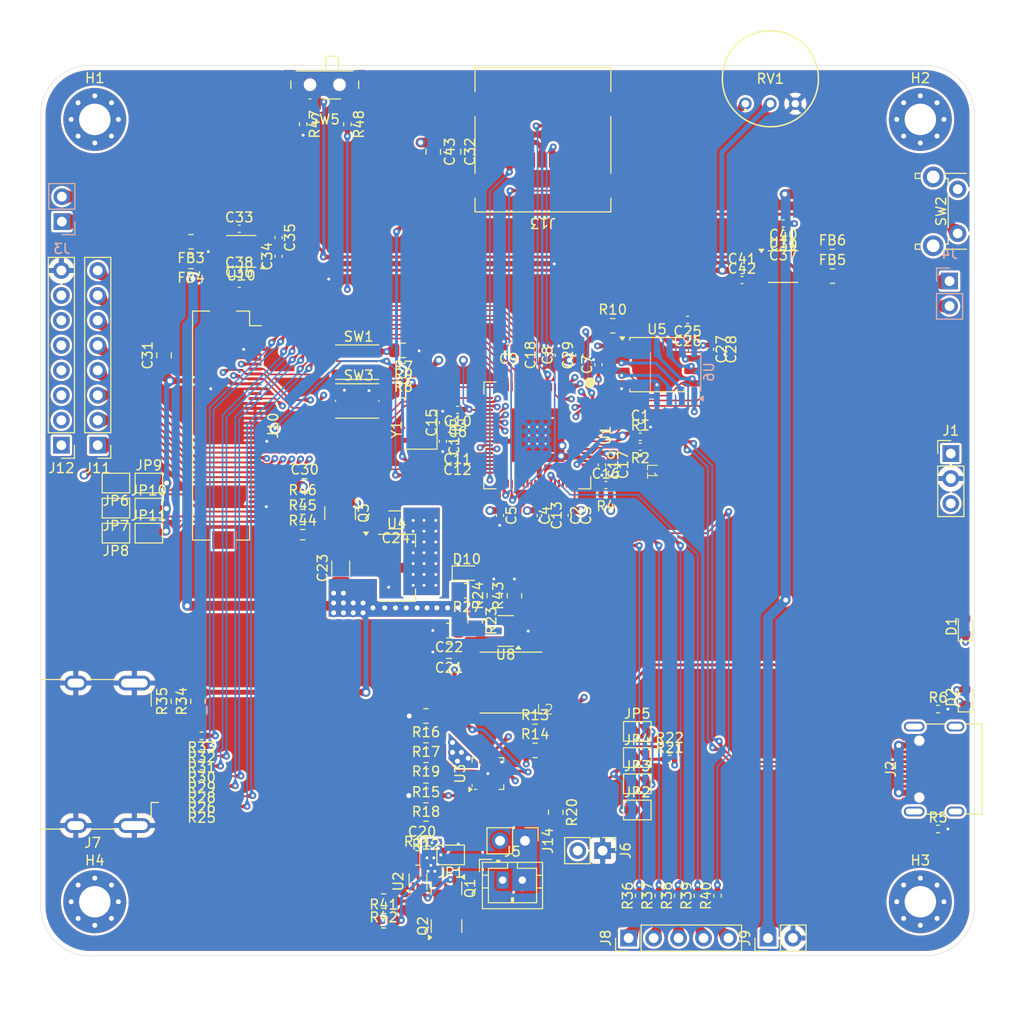
<source format=kicad_pcb>
(kicad_pcb (version 20241229) (generator "pcbnew") (generator_version "9.0")
  (layers (0 "F.Cu" signal) (4 "In1.Cu" signal) (6 "In2.Cu" signal) (2 "B.Cu" signal) (13 "F.Paste" user) (15 "B.Paste" user) (5 "F.SilkS" user "F.Silkscreen") (7 "B.SilkS" user "B.Silkscreen") (1 "F.Mask" user) (3 "B.Mask" user) (25 "Edge.Cuts" user))
  (net 0 "")
  (net 1 "GND")
  (net 2 "/RP2350B MCU/GPIO2")
  (net 3 "/RP2350B MCU/GPIO20")
  (net 4 "Net-(U1-USB_DP)")
  (net 5 "+3V3")
  (net 6 "/RP2350B MCU/GPIO23")
  (net 7 "/RP2350B MCU/GPIO22")
  (net 8 "/RP2350B MCU/GPIO37")
  (net 9 "+1V1")
  (net 10 "/RP2350B MCU/XOUT")
  (net 11 "/RP2350B MCU/GPIO30")
  (net 12 "/RP2350B MCU/GPIO21")
  (net 13 "/RP2350B MCU/VREG_AVDD")
  (net 14 "/RP2350B MCU/GPIO1")
  (net 15 "/RP2350B MCU/GPIO7")
  (net 16 "/RP2350B MCU/QSPI_SD1")
  (net 17 "/RP2350B MCU/SWCLK")
  (net 18 "/RP2350B MCU/GPIO11")
  (net 19 "/RP2350B MCU/GPIO19")
  (net 20 "/RP2350B MCU/QSPI_SCLK")
  (net 21 "/RP2350B MCU/GPIO24")
  (net 22 "/RP2350B MCU/GPIO27")
  (net 23 "/RP2350B MCU/GPIO15")
  (net 24 "/RP2350B MCU/GPIO25")
  (net 25 "/RP2350B MCU/GPIO26")
  (net 26 "/RP2350B MCU/GPIO34")
  (net 27 "Net-(U1-USB_DM)")
  (net 28 "/RP2350B MCU/GPIO36")
  (net 29 "/RP2350B MCU/GPIO17")
  (net 30 "/RP2350B MCU/GPIO9")
  (net 31 "/RP2350B MCU/QSPI_SD3")
  (net 32 "/RP2350B MCU/GPIO13")
  (net 33 "/RP2350B MCU/SWDIO")
  (net 34 "/RP2350B MCU/QSPI_SS")
  (net 35 "/RP2350B MCU/GPIO5")
  (net 36 "/RP2350B MCU/GPIO12")
  (net 37 "/RP2350B MCU/GPIO32")
  (net 38 "/RP2350B MCU/GPIO14")
  (net 39 "/RP2350B MCU/GPIO16")
  (net 40 "/RP2350B MCU/GPIO39")
  (net 41 "/RP2350B MCU/GPIO31")
  (net 42 "/RP2350B MCU/QSPI_SD2")
  (net 43 "/RP2350B MCU/VREG_LX")
  (net 44 "/RP2350B MCU/XIN")
  (net 45 "/RP2350B MCU/GPIO3")
  (net 46 "/RP2350B MCU/GPIO38")
  (net 47 "/RP2350B MCU/GPIO35")
  (net 48 "/RP2350B MCU/GPIO4")
  (net 49 "/RP2350B MCU/GPIO0")
  (net 50 "/RP2350B MCU/QSPI_SD0")
  (net 51 "/RP2350B MCU/GPIO6")
  (net 52 "/RP2350B MCU/GPIO33")
  (net 53 "/RP2350B MCU/GPIO10")
  (net 54 "/RP2350B MCU/GPIO28")
  (net 55 "/RP2350B MCU/GPIO29")
  (net 56 "/RP2350B MCU/GPIO18")
  (net 57 "/RP2350B MCU/RUN")
  (net 58 "Net-(C14-Pad1)")
  (net 59 "/RP2350B MCU/Peripherals/Audio/L_CHAN")
  (net 60 "/RP2350B MCU/Peripherals/Audio/R_CHAN")
  (net 61 "/Power/USB_D+")
  (net 62 "/Power/USB_D-")
  (net 63 "Net-(SW1-A)")
  (net 64 "/RP2350B MCU/GPIO46")
  (net 65 "/RP2350B MCU/GPIO40")
  (net 66 "/RP2350B MCU/GPIO43")
  (net 67 "/RP2350B MCU/GPIO45")
  (net 68 "/RP2350B MCU/GPIO47")
  (net 69 "/RP2350B MCU/GPIO44")
  (net 70 "/RP2350B MCU/GPIO42")
  (net 71 "/RP2350B MCU/GPIO41")
  (net 72 "/RP2350B MCU/~{USB_BOOT}")
  (net 73 "VBUS")
  (net 74 "Net-(J2-CC1)")
  (net 81 "Net-(J2-CC2)")
  (net 82 "/Power/Battery/Pack_UP-")
  (net 83 "Net-(U2-BAT)")
  (net 85 "Net-(Q2-G)")
  (net 86 "Net-(Q1-G)")
  (net 87 "Net-(U2-V-)")
  (net 88 "Net-(U3-TD)")
  (net 89 "Net-(U3-TMR)")
  (net 90 "Net-(D1-K)")
  (net 91 "Net-(U3-~{CE})")
  (net 92 "Net-(U3-ISET)")
  (net 93 "/Power/Battery/TS")
  (net 94 "/Power/Battery/EN1")
  (net 95 "/Power/Battery/OUT")
  (net 96 "/Power/Battery/EN2")
  (net 97 "Net-(D2-K)")
  (net 98 "Net-(U3-ILIM)")
  (net 99 "+5V")
  (net 100 "Net-(D10-A)")
  (net 101 "/Power/GPIO47")
  (net 102 "Net-(U8-V_{FB})")
  (net 103 "Net-(U8-SW)")
  (net 104 "/Power/Regulators/EN")
  (net 105 "Net-(D1-A)")
  (net 106 "Net-(D2-A)")
  (net 108 "/RP2350B MCU/Peripherals/Display HDMI/+5V_HDMI")
  (net 109 "Net-(J7-CK-)")
  (net 110 "Net-(J7-D0+)")
  (net 111 "Net-(J7-HPD)")
  (net 113 "Net-(J7-D1+)")
  (net 114 "Net-(J7-D2-)")
  (net 115 "Net-(J7-D2+)")
  (net 116 "Net-(J7-CK+)")
  (net 118 "Net-(J7-D0-)")
  (net 120 "Net-(J7-D1-)")
  (net 121 "Net-(JP4-B)")
  (net 122 "Net-(JP5-A)")
  (net 123 "Net-(Q1-D)")
  (net 124 "Net-(J8-Pin_1)")
  (net 125 "Net-(J8-Pin_2)")
  (net 126 "Net-(J8-Pin_3)")
  (net 127 "Net-(J8-Pin_4)")
  (net 128 "Net-(J8-Pin_5)")
  (net 129 "/RP2350B MCU/GPIO8{slash}PSRAM_CS")
  (net 130 "Net-(U10-IN+)")
  (net 131 "/RP2350B MCU/Peripherals/Audio/AIN+")
  (net 132 "Net-(U10-IN-)")
  (net 133 "Net-(U11-IN+)")
  (net 134 "Net-(U11-IN-)")
  (net 135 "Net-(U10-OUT+)")
  (net 136 "Net-(U10-OUT-)")
  (net 137 "/RP2350B MCU/Peripherals/Audio/L_CHAN-")
  (net 138 "Net-(U11-OUT+)")
  (net 139 "/RP2350B MCU/Peripherals/Audio/R_CHAN-")
  (net 140 "Net-(U11-OUT-)")
  (net 143 "Net-(SW5-C)")
  (net 144 "Net-(SW5-A)")
  (net 145 "/RP2350B MCU/Peripherals/Audio/~{SD}")
  (net 146 "/RP2350B MCU/Peripherals/Display FPC/IM0")
  (net 147 "/RP2350B MCU/Peripherals/Display FPC/IM1")
  (net 148 "/RP2350B MCU/Peripherals/Display FPC/IM2")
  (net 151 "Net-(J10-Pin_35)")
  (net 152 "Net-(J10-Pin_36)")
  (net 156 "Net-(J10-Pin_34)")
  (net 157 "/RP2350B MCU/Peripherals/Display FPC/LED_GND")
  (net 158 "/RP2350B MCU/Peripherals/SD Card/DAT2")
  (net 159 "/RP2350B MCU/Peripherals/SD Card/DAT1")
  (net 161 "/RP2350B MCU/Peripherals/SD Card/CLK")
  (footprint "Capacitor_SMD:C_0402_1005Metric" (layer "F.Cu") (at 145.9 82.55 -90)
    (property "Reference" "C19")
    (property "Value" "4u7")
  )
  (footprint "Capacitor_SMD:C_0402_1005Metric" (layer "F.Cu") (at 141.5265 71.4 90)
    (property "Reference" "C8")
    (property "Value" "100n")
  )
  (footprint "Resistor_SMD:R_0805_2012Metric" (layer "F.Cu") (at 104.8 106.6 90)
    (property "Reference" "R34")
    (property "Value" "10k")
  )
  (footprint "MountingHole:MountingHole_3.2mm_M3_Pad_Via" (layer "F.Cu") (at 94.3 127)
    (property "Reference" "H4")
    (property "Value" "MountingHole")
  )
  (footprint "Capacitor_SMD:C_0805_2012Metric" (layer "F.Cu") (at 130.8 50.69 -90)
    (property "Reference" "C32")
    (property "Value" "22u")
  )
  (footprint "Capacitor_SMD:C_0402_1005Metric" (layer "F.Cu") (at 112.999 59.425 -90)
    (property "Reference" "C35")
    (property "Value" "1u")
  )
  (footprint "Capacitor_SMD:C_0805_2012Metric" (layer "F.Cu") (at 101.35 71.4 90)
    (property "Reference" "C31")
    (property "Value" "22u")
  )
  (footprint "Resistor_SMD:R_0805_2012Metric" (layer "F.Cu") (at 141.2 117.9 -90)
    (property "Reference" "R20")
    (property "Value" "1k")
  )
  (footprint "Capacitor_SMD:C_0402_1005Metric" (layer "F.Cu") (at 108.999 58.525)
    (property "Reference" "C33")
    (property "Value" "1u")
  )
  (footprint "Resistor_SMD:R_0805_2012Metric" (layer "F.Cu") (at 147 68.4)
    (property "Reference" "R10")
    (property "Value" "10k")
  )
  (footprint "Resistor_SMD:R_0805_2012Metric" (layer "F.Cu") (at 104.099 61.85 180)
    (property "Reference" "FB4")
    (property "Value" "600R@100MHz")
  )
  (footprint "Capacitor_SMD:C_0402_1005Metric" (layer "F.Cu") (at 135.5265 87.7 -90)
    (property "Reference" "C5")
    (property "Value" "100n")
  )
  (footprint "Resistor_SMD:R_0402_1005Metric" (layer "F.Cu") (at 155.67 126.39 90)
    (property "Reference" "R39")
    (property "Value" "10k")
  )
  (footprint "Jumper:SolderJumper-2_P1.3mm_Open_TrianglePad1.0x1.5mm" (layer "F.Cu") (at 149.5 117.666667)
    (property "Reference" "JP2")
    (property "Value" "Jumper_2_Open")
  )
  (footprint "Connector_PinHeader_2.54mm:PinHeader_1x02_P2.54mm_Vertical" (layer "F.Cu") (at 145.975 121.8 -90)
    (property "Reference" "J6")
    (property "Value" "Pack Temp")
  )
  (footprint "Resistor_SMD:R_0805_2012Metric" (layer "F.Cu") (at 102.8 106.6 90)
    (property "Reference" "R35")
    (property "Value" "10k")
  )
  (footprint "Resistor_SMD:R_0402_1005Metric" (layer "F.Cu") (at 105.168304 117.286488 180)
    (property "Reference" "R25")
    (property "Value" "220R")
  )
  (footprint "Connector_JST:JST_PH_B2B-PH-K_1x02_P2.00mm_Vertical" (layer "F.Cu") (at 135.8 124.8)
    (property "Reference" "J5")
    (property "Value" "JST")
  )
  (footprint "Button_Switch_SMD:SW_Push_1P1T_NO_Vertical_Wuerth_434133025816" (layer "F.Cu") (at 121 72.1)
    (property "Reference" "SW1")
    (property "Value" "NRST")
  )
  (footprint "Resistor_SMD:R_0402_1005Metric" (layer "F.Cu") (at 105.168304 116.262202 180)
    (property "Reference" "R26")
    (property "Value" "220R")
  )
  (footprint "Resistor_SMD:R_0805_2012Metric" (layer "F.Cu") (at 127.1875 122.5375)
    (property "Reference" "R11")
    (property "Value" "2k2")
  )
  (footprint "Jumper:SolderJumper-2_P1.3mm_Open_TrianglePad1.0x1.5mm" (layer "F.Cu") (at 149.5 109.666667)
    (property "Reference" "JP5")
    (property "Value" "Jumper_2_Open")
  )
  (footprint "Capacitor_SMD:C_0402_1005Metric" (layer "F.Cu") (at 131.2 80.8 180)
    (property "Reference" "C11")
    (property "Value" "100n")
  )
  (footprint "Package_DFN_QFN:VQFN-16-1EP_3x3mm_P0.5mm_EP1.6x1.6mm" (layer "F.Cu") (at 134.3 113.9625 90)
    (property "Reference" "U3")
    (property "Value" "BQ24073RGT")
  )
  (footprint "Resistor_SMD:R_0805_2012Metric" (layer "F.Cu") (at 128 114.2 180)
    (property "Reference" "R15")
    (property "Value" "1k")
  )
  (footprint "Resistor_SMD:R_0805_2012Metric" (layer "F.Cu") (at 125.7 70.9 180)
    (property "Reference" "R7")
    (property "Value" "1k")
  )
  (footprint "Capacitor_SMD:C_0402_1005Metric" (layer "F.Cu") (at 108.999 63.125)
    (property "Reference" "C38")
    (property "Value" "10u")
  )
  (footprint "Capacitor_SMD:C_0402_1005Metric" (layer "F.Cu") (at 139.8 71.38 90)
    (property "Reference" "C18")
    (property "Value" "100n")
  )
  (footprint "REGI:RP2350B_QFN-80_EP_10.573x10.573_Pitch0.4mm" (layer "F.Cu") (at 139.3265 79.55 -90)
    (property "Reference" "U1")
    (property "Value" "RP2350B-QFN80")
  )
  (footprint "Capacitor_SMD:C_0402_1005Metric" (layer "F.Cu") (at 127.6 121.0375)
    (property "Reference" "C20")
    (property "Value" "100n")
  )
  (footprint "Capacitor_SMD:C_0402_1005Metric" (layer "F.Cu") (at 136.4 70.6 180)
    (property "Reference" "C9")
    (property "Value" "100n")
  )
  (footprint "Capacitor_SMD:C_0402_1005Metric" (layer "F.Cu") (at 146.3 85.6 180)
    (property "Reference" "R4")
    (property "Value" "33R")
  )
  (footprint "MountingHole:MountingHole_3.2mm_M3_Pad_Via" (layer "F.Cu") (at 94.3 47.4)
    (property "Reference" "H1")
    (property "Value" "MountingHole")
  )
  (footprint "Capacitor_SMD:C_0402_1005Metric" (layer "F.Cu") (at 160.155 63.745)
    (property "Reference" "C42")
    (property "Value" "1u")
  )
  (footprint "Resistor_SMD:R_0402_1005Metric" (layer "F.Cu") (at 105.168304 111.140774 180)
    (property "Reference" "R32")
    (property "Value" "220R")
  )
  (footprint "Capacitor_SMD:C_0402_1005Metric" (layer "F.Cu") (at 129.72 78.25 90)
    (property "Reference" "C15")
    (property "Value" "15p")
  )
  (footprint "Resistor_SMD:R_0805_2012Metric" (layer "F.Cu") (at 128 108.1 180)
    (property "Reference" "R16")
    (property "Value" "1k")
  )
  (footprint "Resistor_SMD:R_0805_2012Metric" (layer "F.Cu") (at 128 112.1 180)
    (property "Reference" "R19")
    (property "Value" "1k")
  )
  (footprint "Capacitor_SMD:C_0402_1005Metric" (layer "F.Cu") (at 131.2 81.9 180)
    (property "Reference" "C12")
    (property "Value" "4u7")
  )
  (footprint "Jumper:SolderJumper-2_P1.3mm_Open_TrianglePad1.0x1.5mm" (layer "F.Cu") (at 149.5 115)
    (property "Reference" "JP3")
    (property "Value" "Jumper_2_Open")
  )
  (footprint "Capacitor_SMD:C_0402_1005Metric" (layer "F.Cu") (at 143.6 71.4 90)
    (property "Reference" "C29")
    (property "Value" "4u7")
  )
  (footprint "Jumper:SolderJumper-2_P1.3mm_Open_TrianglePad1.0x1.5mm" (layer "F.Cu") (at 99.8 89.5)
    (property "Reference" "JP11")
    (property "Value" "Jumper_2_Open")
  )
  (footprint "Resistor_SMD:R_0805_2012Metric" (layer "F.Cu") (at 125.7 75)
    (property "Reference" "R9")
    (property "Value" "1k")
  )
  (footprint "Connector_USB:USB_C_Receptacle_G-Switch_GT-USB-7010ASV" (layer "F.Cu") (at 180.8 113.5 90)
    (property "Reference" "J2")
    (property "Value" "USB_C_Receptacle_USB2.0_14P")
  )
  (footprint "Jumper:SolderJumper-2_P1.3mm_Open_TrianglePad1.0x1.5mm" (layer "F.Cu") (at 96.45 84.4 180)
    (property "Reference" "JP6")
    (property "Value" "Jumper_2_Open")
  )
  (footprint "Package_TO_SOT_SMD:SOT-23" (layer "F.Cu") (at 119.2625 87.45 -90)
    (property "Reference" "Q3")
    (property "Value" "NTR1P02T1G")
  )
  (footprint "Connector_PinHeader_2.54mm:PinHeader_1x03_P2.54mm_Vertical" (layer "F.Cu") (at 181.4 81.4)
    (property "Reference" "J1")
    (property "Value" "SWD-DAPLink")
  )
  (footprint "Capacitor_SMD:C_0402_1005Metric" (layer "F.Cu") (at 149.8 80.7 180)
    (property "Reference" "R2")
    (property "Value" "27R")
  )
  (footprint "Resistor_SMD:R_0402_1005Metric" (layer "F.Cu") (at 105.168304 112.165059 180)
    (property "Reference" "R31")
    (property "Value" "220R")
  )
  (footprint "REGI:AOTA-B201610S3R3-101-T" (layer "F.Cu") (at 147.5 83.7375 -90)
    (property "Reference" "L1")
    (property "Value" "3u3")
  )
  (footprint "Resistor_SMD:R_0805_2012Metric" (layer "F.Cu") (at 123.6875 128.9375)
    (property "Reference" "R41")
    (property "Value" "5M1")
  )
  (footprint "Package_SON:WSON-6_1.5x1.5mm_P0.5mm" (layer "F.Cu") (at 127.1875 124.9375 90)
    (property "Reference" "U2")
    (property "Value" "BQ29700DSER")
  )
  (footprint "Resistor_SMD:R_0805_2012Metric" (layer "F.Cu") (at 128 116.2 180)
    (property "Reference" "R18")
    (property "Value" "10k")
  )
  (footprint "LED_SMD:LED_0603_1608Metric" (layer "F.Cu") (at 132.15 93.5625)
    (property "Reference" "D10")
    (property "Value" "BLUE")
  )
  (footprint "Capacitor_SMD:C_0402_1005Metric" (layer "F.Cu") (at 156.9 70.8 -90)
    (property "Reference" "C27")
    (property "Value" "100n")
  )
  (footprint "Resistor_SMD:R_0805_2012Metric" (layer "F.Cu") (at 125.7 72.95 180)
    (property "Reference" "R8")
    (property "Value" "10k")
  )
  (footprint "Resistor_SMD:R_0805_2012Metric" (layer "F.Cu") (at 104.099 59.85 180)
    (property "Reference" "FB3")
    (property "Value" "600R@100MHz")
  )
  (footprint "Resistor_SMD:R_0402_1005Metric" (layer "F.Cu") (at 153.68 126.39 90)
    (property "Reference" "R38")
    (property "Value" "10k")
  )
  (footprint "MountingHole:MountingHole_3.2mm_M3_Pad_Via" (layer "F.Cu") (at 178.3 47.4)
    (property "Reference" "H2")
    (property "Value" "MountingHole")
  )
  (footprint "Jumper:SolderJumper-2_P1.3mm_Open_TrianglePad1.0x1.5mm" (layer "F.Cu") (at 149.5 112.333334)
    (property "Reference" "JP4")
    (property "Value" "Jumper_2_Open")
  )
  (footprint "Capacitor_SMD:C_0402_1005Metric" (layer "F.Cu") (at 164.335 60.075 180)
    (property "Reference" "C37")
    (property "Value" "1u")
  )
  (footprint "Capacitor_SMD:C_1206_3216Metric" (layer "F.Cu") (at 119.325 93.045 90)
    (property "Reference" "C23")
    (property "Value" "10u")
  )
  (footprint "Resistor_SMD:R_0805_2012Metric" (layer "F.Cu") (at 137 95.8625 90)
    (property "Reference" "R43")
    (property "Value" "100k")
  )
  (footprint "Resistor_SMD:R_0402_1005Metric" (layer "F.Cu") (at 152.79 111.5)
    (property "Reference" "R22")
    (property "Value" "10k")
  )
  (footprint "Connector_PinHeader_2.54mm:PinHeader_1x02_P2.54mm_Vertical" (layer "F.Cu") (at 138.075 120.8 -90)
    (property "Reference" "J14")
    (property "Value" "Through Hole")
  )
  (footprint "Capacitor_SMD:C_0402_1005Metric" (layer "F.Cu") (at 142.1 87.7 -90)
    (property "Reference" "C2")
    (property "Value" "100n")
  )
  (footprint "Connector_PinHeader_2.54mm:PinHeader_1x02_P2.54mm_Vertical" (layer "F.Cu") (at 162.8 130.7 90)
    (property "Reference" "J9")
    (property "Value" "Button Pulls")
  )
  (footprint "Resistor_SMD:R_0603_1608Metric" (layer "F.Cu") (at 115.45 86.55)
    (property "Reference" "R46")
    (property "Value" "2R")
  )
  (footprint "Resistor_SMD:R_0603_1608Metric" (layer "F.Cu") (at 115.45 89.65)
    (property "Reference" "R44")
    (property "Value" "2R")
  )
  (footprint "Capacitor_SMD:C_0402_1005Metric" (layer "F.Cu") (at 143.1265 87.7 -90)
    (property "Reference" "C3")
    (property "Value" "100n")
  )
  (footprint "Resistor_SMD:R_0805_2012Metric" (layer "F.Cu") (at 169.355 61.345)
    (property "Reference" "FB6")
    (property "Value" "600R@100MHz")
  )
  (footprint "Resistor_SMD:R_0805_2012Metric" (layer "F.Cu") (at 132.15 95.3625 180)
    (property "Reference" "R27")
    (property "Value" "1k")
  )
  (footprint "Connector_PinHeader_2.54mm:PinHeader_1x08_P2.54mm_Vertical" (layer "F.Cu") (at 94.6 80.55 180)
    (property "Reference" "J11")
    (property "Value" "Conn_01x08_Pin")
  )
  (footprint "Resistor_SMD:R_0805_2012Metric" (layer "F.Cu") (at 139.1 109.666667)
    (property "Reference" "R13")
    (property "Value" "1k")
  )
  (footprint "Capacitor_SMD:C_0402_1005Metric" (layer "F.Cu") (at 164.35 57.98 180)
    (property "Reference" "C40")
    (property "Value" "100n")
  )
  (footprint "Resistor_SMD:R_0805_2012Metric" (layer "F.Cu") (at 134.95 95.85 90)
    (property "Reference" "R24")
    (property "Value" "4k7")
  )
  (footprint "Package_TO_SOT_SMD:SOT-23" (layer "F.Cu") (at 130.0875 125.6375 -90)
    (property "Reference" "Q1")
    (property "Value" "NMOS")
  )
  (footprint "Connector_PinHeader_2.54mm:PinHeader_1x05_P2.54mm_Vertical" (layer "F.Cu") (at 148.62 130.7 90)
    (property "Reference" "J8")
    (property "Value" "Inputs")
  )
  (footprint "Button_Switch_SMD:SW_SPDT_PCM12" (layer "F.Cu") (at 117.7 44.2 180)
    (property "Reference" "SW5")
    (property "Value" "SW_SPDT")
  )
  (footprint "Connector_FFC-FPC:Hirose_FH12-40S-0.5SH_1x40-1MP_P0.50mm_Horizontal" (layer "F.Cu") (at 108.75 78.55 -90)
    (property "Reference" "J10")
    (property "Value" "Conn_01x40")
  )
  (footprint "Resistor_SMD:R_0805_2012Metric" (layer "F.Cu") (at 128 119.5375 180)
    (property "Reference" "R12")
    (property "Value" "330R")
  )
  (footprint "Resistor_SMD:R_0805_2012Metric" (layer "F.Cu") (at 133 98.425 -90)
    (property "Reference" "R23")
    (property "Value" "15k")
  )
  (footprint "Package_TO_SOT_SMD:SOT-23" (layer "F.Cu") (at 130.0875 129.475 90)
    (property "Reference" "Q2")
    (property "Value" "NMOS")
  )
  (footprint "Package_TO_SOT_SMD:SOT-23-6" (layer "F.Cu") (at 136.1 99.45 180)
    (property "Reference" "U8")
    (property "Value" "TLV61070ADBV")
  )
  (footprint "Capacitor_SMD:C_0402_1005Metric" (layer "F.Cu") (at 154.62 68.8 180)
    (property "Reference" "C26")
    (property "Value" "2u2")
  )
  (footprint "Capacitor_SMD:C_0805_2012Metric" (layer "F.Cu") (at 115.65 84.7)
    (property "Reference" "C30")
    (property "Value" "22u")
  )
  (footprint "Capacitor_SMD:C_0402_1005Metric" (layer "F.Cu") (at 149.8 78.7)
    (property "Reference" "C1")
    (property "Value" "100n")
  )
  (footprint "Capacitor_SMD:C_0402_1005Metric" (layer "F.Cu") (at 140.13 87.7 -90)
    (property "Reference" "C13")
    (property "Value" "100n")
  )
  (footprint "Capacitor_SMD:C_0402_1005Metric" (layer "F.Cu") (at 112.999 61.325 90)
    (property "Reference" "C34")
    (property "Value" "1u")
  )
  (footprint "Resistor_SMD:R_0402_1005Metric" (layer "F.Cu") (at 180.1 107.4)
    (property "Reference" "R6")
    (property "Value" "5k1")
  )
  (footprint "Jumper:SolderJumper-2_P1.3mm_Open_TrianglePad1.0x1.5mm" (layer "F.Cu") (at 130.5125 122.2375 180)
    (property "Reference" "JP1")
    (property "Value" "Jumper_2_Open")
  )
  (footprint "Capacitor_SMD:C_0402_1005Metric" (layer "F.Cu") (at 131.22 79.7)
    (property "Reference" "R3")
    (property "Value" "27R")
  )
  (footprint "Resistor_SMD:R_0402_1005Metric" (layer "F.Cu") (at 105.168304 113.189345 180)
    (property "Reference" "R30")
    (property "Value" "220R")
  )
  (footprint "Button_Switch_SMD:SW_Push_1P1T_NO_Vertical_Wuerth_434133025816" (layer "F.Cu") (at 121 76.047771)
    (property "Reference" "SW3")
    (property "Value" "BOOTSEL")
  )
  (footprint "Package_TO_SOT_SMD:SOT-223-3_TabPin2" (layer "F.Cu") (at 125.025 93.025)
    (property "Reference" "U4")
    (property "Value" "AMS1117-3.3")
  )
  (footprint "Capacitor_SMD:C_0402_1005Metric" (layer "F.Cu") (at 129.72 80.15 -90)
    (property "Reference" "C14")
    (property "Value" "15p")
  )
  (footprint "Button_Switch_THT:SW_Tactile_SPST_Angled_PTS645Vx58-2LFS" (layer "F.Cu") (at 182.1 54.5 -90)
    (property "Reference" "SW2")
    (property "Value" "NRST")
  )
  (footprint "Capacitor_SMD:C_1206_3216Metric" (layer "F.Cu") (at 124.925 88.145 180)
    (property "Reference" "C24")
    (property "Value" "22u")
  )
  (footprint "Capacitor_SMD:C_0402_1005Metric" (layer "F.Cu") (at 108.999 64.125)
    (property "Reference" "C36")
    (property "Value" "100n")
  )
  (footprint "Jumper:SolderJumper-2_P1.3mm_Open_TrianglePad1.0x1.5mm" (layer "F.Cu") (at 96.45 89.5 180)
    (property "Reference" "JP8")
    (property "Value" "Jumper_2_Open")
  )
  (footprint "Jumper:SolderJumper-2_P1.3mm_Open_TrianglePad1.0x1.5mm" (layer "F.Cu") (at 99.8 86.95)
    (property "Reference" "JP10")
    (property "Value" "Jumper_2_Open")
  )
  (footprint "Resistor_SMD:R_0402_1005Metric" (layer "F.Cu") (at 157.66 126.39 90)
    (property "Reference" "R40")
    (property "Value" "10k")
  )
  (footprint "Capacitor_SMD:C_0402_1005Metric" (layer "F.Cu") (at 145.55 72.35 90)
    (property "Reference" "C7")
    (property "Value" "100n")
  )
  (footprint "Package_SO:MSOP-8_3x3mm_P0.65mm" (layer "F.Cu") (at 109.199 60.825 180)
    (property "Reference" "U10")
    (property "Value" "PAM8302AAS")
  )
  (footprint "Resistor_SMD:R_0402_1005Metric" (layer "F.Cu") (at 149.7 126.39 90)
    (property "Reference" "R36")
    (property "Value" "10k")
  )
  (footprint "Resistor_SMD:R_0402_1005Metric" (layer "F.Cu") (at 115.5 47.89 -90)
    (property "Reference" "R47")
    (property "Value" "10k")
  )
  (footprint "Capacitor_SMD:C_0805_2012Metric" (layer "F.Cu") (at 130.35 101.5125 180)
    (property "Reference" "C21")
    (property "Value" "10u")
  )
  (footprint "Jumper:SolderJumper-2_P1.3mm_Open_TrianglePad1.0x1.5mm" (layer "F.Cu") (at 99.8 84.4)
    (property "Reference" "JP9")
    (property "Value" "Jumper_2_Open")
  )
  (footprint "LED_SMD:LED_0603_1608Metric" (layer "F.Cu") (at 182.9 98.9875 90)
    (property "Reference" "D1")
    (property "Value" "BLUE")
  )
  (footprint "Connector_PinHeader_2.54mm:PinHeader_1x08_P2.54mm_Vertical" (layer "F.Cu") (at 90.9 80.55 180)
    (property "Reference" "J12")
    (property "Value" "Conn_01x08_Pin")
  )
  (footprint "Capacitor_SMD:C_0805_2012Metric" (layer "F.Cu") (at 130.35 99.4125 180)
    (property "Reference" "C22")
    (property "Value" "22u")
  )
  (footprint "Resistor_SMD:R_0402_1005Metric" (layer "F.Cu") (at 151.69 126.39 90)
    (property "Reference" "R37")
    (property "Value" "10k")
  )
  (footprint "REGI:RES3_91A_TTE" (layer "F.Cu") (at 160.5 45.8)
    (property "Reference" "RV1")
    (property "Value" "R_Potentiometer")
  )
  (footprint "Resistor_SMD:R_0805_2012Metric" (layer "F.Cu") (at 128 110.1 180)
    (property "Reference" "R17")
    (property "Value" "1k")
  )
  (footprint "Capacitor_SMD:C_0402_1005Metric" (layer "F.Cu") (at 131.22 78.05 180)
    (property "Reference" "C6")
    (property "Value" "100n")
  )
  (footprint "Capacitor_SMD:C_0402_1005Metric" (layer "F.Cu") (at 154.62 67.8 180)
    (property "Reference" "C25")
    (property "Value" "100n")
  )
  (footprint "Resistor_SMD:R_0402_1005Metric" (layer "F.Cu") (at 105.168304 114.213631 180)
    (property "Reference" "R29")
    (property "Value" "220R")
  )
  (footprint "REGI:Ceaiya SMD,6x6mm CR6028-2R2N" (layer "F.Cu") (at 140.1 107.95)
    (property "Reference" "L2")
    (property "Value" "2u2")
  )
  (footprint "Capacitor_SMD:C_0402_1005Metric" (layer "F.Cu") (at 149.8 79.7)
    (property "Reference" "R1")
    (property "Value" "27R")
  )
  (footprint "Package_SO:MSOP-8_3x3mm_P0.65mm" (layer "F.Cu") (at 164.335 62.375)
    (property "Reference" "U11")
    (property "Value" "PAM8302AAS")
  )
  (footprint "LED_SMD:LED_0603_1608Metric" (layer "F.Cu") (at 182.9 106.2 90)
    (property "Reference" "D2")
    (property "Value" "AMBER")
  )
  (footprint "Capacitor_SMD:C_0402_1005Metric" (layer "F.Cu") (at 131.22 76.95 180)
    (property "Reference" "C10")
    (property "Value" "100n")
  )
  (footprint "Jumper:SolderJumper-2_P1.3mm_Open_TrianglePad1.0x1.5mm" (layer "F.Cu") (at 96.45 86.95 180)
    (property "Reference" "JP7")
    (property "Value" "Jumper_2_Open")
  )
  (footprint "Connector_Video:HDMI_A_Molex_208658-1001_Horizontal" (layer "F.Cu") (at 95.8 112 180)
    (property "Reference" "J7")
    (property "Value" "HDMI_A")
  )
  (footprint "Resistor_SMD:R_0402_1005Metric" (layer "F.Cu") (at 152.79 112.5)
    (property "Reference" "R21")
    (property "Value" "10k")
  )
  (footprint "Resistor_SMD:R_0805_2012Metric" (layer "F.Cu") (at 169.355 63.345)
    (property "Reference" "FB5")
    (property "Value" "600R@100MHz")
  )
  (footprint "Resistor_SMD:R_0402_1005Metric" (layer "F.Cu") (at 180.1 119.6)
    (property "Reference" "R5")
    (property "Value" "5k1")
  )
  (footprint "Resistor_SMD:R_0805_2012Metric" (layer "F.Cu") (at 123.6875 126.9375 180)
    (property "Reference" "R42")
    (property "Value" "5M1")
  )
  (footprint "Resistor_SMD:R_0805_2012Metric" (layer "F.Cu") (at 139.1 111.6)
    (property "Reference" "R14")
    (property "Value" "1k")
  )
  (footprint "Capacitor_SMD:C_0402_1005Metric" (layer "F.Cu") (at 146.9 82.55 -90)
    (property "Reference" "C17")
    (property "Value" "4u7")
  )
  (footprint "Resistor_SMD:R_0402_1005Metric" (layer "F.Cu") (at 105.168304 115.237917 180)
    (property "Reference" "R28")
    (property "Value" "220R")
  )
  (footprint "Capacitor_SMD:C_0805_2012Metric" (layer "F.Cu") (at 128.74 50.69 -90)
    (property "Reference" "C43")
    (property "Value" "22u")
  )
  (footprint "Capacitor_SMD:C_0402_1005Metric" (layer "F.Cu") (at 138.95 87.7 -90)
    (property "Reference" "C4")
    (property "Value" "100n")
  )
  (footprint "Resistor_SMD:R_0402_1005Metric" (layer "F.Cu") (at 105.168304 110.116488 180)
    (property "Reference" "R33")
    (property "Value" "220R")
  )
  (footprint "Crystal:Crystal_SMD_3225-4Pin_3.2x2.5mm" (layer "F.Cu") (at 127.47 78.95 90)
    (property "Reference" "Y1")
    (property "Value" "ABM8-272-T3 [12MHz]")
  )
  (footprint "Capacitor_SMD:C_0402_1005Metric" (layer "F.Cu") (at 164.35 59.05 180)
    (property "Reference" "C39")
    (property "Value" "10u")
  )
  (footprint "Package_SO:SOIC-8_5.3x5.3mm_P1.27mm" (layer "F.Cu") (at 151.5 72.35)
    (property "Reference" "U5")
    (property "Value" "W25Q128JVS")
  )
  (footprint "Connector_Card:microSD_HC_Molex_47219-2001" (layer "F.Cu") (at 139.9 49.45 180)
    (property "Reference" "J13")
    (property "Value" "Micro_SD_Card")
  )
  (footprint "Resistor_SMD:R_0603_1608Metric" (layer "F.Cu") (at 115.45 88.1)
    (property "Reference" "R45")
    (property "Value" "2R")
  )
  (footprint "MountingHole:MountingHole_3.2mm_M3_Pad_Via" (layer "F.Cu") (at 178.3 127)
    (property "Reference" "H3")
    (property "Value" "MountingHole")
  )
  (footprint "Capacitor_SMD:C_0402_1005Metric" (layer "F.Cu") (at 157.9 70.8 -90)
    (property "Reference" "C28")
    (property "Value" "2u2")
  )
  (footprint "Resistor_SMD:R_0402_1005Metric" (layer "F.Cu") (at 120 47.9 -90)
    (property "Reference" "R48")
    (property "Value" "10k")
  )
  (footprint "Capacitor_SMD:C_0402_1005Metric" (layer "F.Cu") (at 146.3 84.6)
    (property "Reference" "C16")
    (property "Value" "4u7")
  )
  (footprint "Capacitor_SMD:C_0402_1005Metric" (layer "F.Cu") (at 160.155 62.745)
    (property "Reference" "C41")
    (property "Value" "1u")
  )
  (footprint "Connector_PinSocket_2.54mm:PinSocket_1x02_P2.54mm_Vertical" (layer "B.Cu") (at 90.95 57.8)
    (property "Reference" "J3")
    (property "Value" "L Channel")
  )
  (footprint "Package_SO:SOIC-8_3.9x4.9mm_P1.27mm" (layer "B.Cu") (at 153.4 73.1 90)
    (property "Reference" "U6")
    (property "Value" "ESP-PSRAM64")
  )
  (footprint "Connector_PinSocket_2.54mm:PinSocket_1x02_P2.54mm_Vertical" (layer "B.Cu") (at 181.275 63.85 180)
    (property "Reference" "J4")
    (property "Value" "R Channel")
  )
  (gr_line (start 183.8 46.9) (end 183.8 127.5) (stroke (width 0.05)) (layer "Edge.Cuts"))
  (gr_line (start 93.8 41.9) (end 178.8 41.9) (stroke (width 0.05)) (layer "Edge.Cuts"))
  (gr_arc (start 183.8 127.5) (mid 182.335534 131.035534) (end 178.8 132.5) (stroke (width 0.05)) (layer "Edge.Cuts"))
  (gr_line (start 88.8 127.5) (end 88.8 46.9) (stroke (width 0.05)) (layer "Edge.Cuts"))
  (gr_arc (start 88.8 46.9) (mid 90.264466 43.364466) (end 93.8 41.9) (stroke (width 0.05)) (layer "Edge.Cuts"))
  (gr_arc (start 93.8 132.5) (mid 90.264466 131.035534) (end 88.8 127.5) (stroke (width 0.05)) (layer "Edge.Cuts"))
  (gr_line (start 178.8 132.5) (end 93.8 132.5) (stroke (width 0.05)) (layer "Edge.Cuts"))
  (gr_arc (start 178.8 41.9) (mid 182.335534 43.364466) (end 183.8 46.9) (stroke (width 0.05)) (layer "Edge.Cuts"))
  (segment (start 115.5 48.4) (end 115.5 49) (width 0.25) (layer "F.Cu") (net 1))
  (segment (start 129.3875 99.4) (end 129.4 99.4125) (width 0.3) (layer "F.Cu") (net 1))
  (segment (start 135.5265 88.18) (end 135.5265 88.6735) (width 0.3) (layer "F.Cu") (net 1))
  (segment (start 129.3125 101.6) (end 129.4 101.5125) (width 0.3) (layer "F.Cu") (net 1))
  (segment (start 131.3625 93.5625) (end 131.3625 92.775) (width 0.3) (layer "F.Cu") (net 1))
  (segment (start 128.7 99.4) (end 129.3875 99.4) (width 0.3) (layer "F.Cu") (net 1))
  (segment (start 128.95 77.85) (end 129.7 77.1) (width 0.3) (layer "F.Cu") (net 1))
  (segment (start 119.2625 88.3875) (end 119.2625 91.5075) (width 1) (layer "F.Cu") (net 1))
  (segment (start 138.3875 99.45) (end 138.4 99.4625) (width 0.3) (layer "F.Cu") (net 1))
  (segment (start 143.1465 88.2) (end 143.1265 88.18) (width 0.3) (layer "F.Cu") (net 1))
  (segment (start 123.075 74.972771) (end 122.227229 74.972771) (width 0.3) (layer "F.Cu") (net 1))
  (segment (start 107.0865 61.15) (end 106.15 61.15) (width 0.2) (layer "F.Cu") (net 1))
  (segment (start 150.28 78.7) (end 150.85 78.7) (width 0.3) (layer "F.Cu") (net 1))
  (segment (start 135.7375 112.8375) (end 135.7375 113.2125) (width 0.3) (layer "F.Cu") (net 1))
  (segment (start 145.55 71.87) (end 145.07 71.87) (width 0.3) (layer "F.Cu") (net 1))
  (segment (start 127.0875 112.1) (end 127.0875 114.2) (width 0.5) (layer "F.Cu") (net 1))
  (segment (start 140 70.7) (end 139.8 70.9) (width 0.16) (layer "F.Cu") (net 1))
  (segment (start 127.0875 116.2) (end 126.25 116.2) (width 0.5) (layer "F.Cu") (net 1))
  (segment (start 110.6 77.8) (end 111.8 77.8) (width 0.2) (layer "F.Cu") (net 1))
  (segment (start 126.62 81.25) (end 126.62 80.05) (width 0.5) (layer "F.Cu") (net 1))
  (segment (start 143.65 88.2) (end 143.1465 88.2) (width 0.3) (layer "F.Cu") (net 1))
  (segment (start 120.17 90.725) (end 119.325 91.57) (width 1) (layer "F.Cu") (net 1))
  (segment (start 134.95 94.2125) (end 134.9 94.1625) (width 0.3) (layer "F.Cu") (net 1))
  (segment (start 141.5265 70.4765) (end 141.5 70.45) (width 0.3) (layer "F.Cu") (net 1))
  (segment (start 111.45 76.3) (end 111.8 76.65) (width 0.2) (layer "F.Cu") (net 1))
  (segment (start 135.5265 88.6735) (end 135.5 88.7) (width 0.3) (layer "F.Cu") (net 1))
  (segment (start 129.7 77.1) (end 130.59 77.1) (width 0.3) (layer "F.Cu") (net 1))
  (segment (start 111.8 79.25) (end 111.8 79.75) (width 0.2) (layer "F.Cu") (net 1))
  (segment (start 156.9 71.28) (end 157.9 71.28) (width 0.25) (layer "F.Cu") (net 1))
  (segment (start 144.223 82.95) (end 145.25 82.95) (width 0.16) (layer "F.Cu") (net 1))
  (segment (start 130.72 81.9) (end 127.27 81.9) (width 0.5) (layer "F.Cu") (net 1))
  (segment (start 118.925 74.972771) (end 119.677229 74.972771) (width 0.3) (layer "F.Cu") (net 1))
  (segment (start 139.1265 88.3565) (end 138.95 88.18) (width 0.3) (layer "F.Cu") (net 1))
  (segment (start 110.6 77.3) (end 111.75 77.3) (width 0.2) (layer "F.Cu") (net 1))
  (segment (start 158.38 71.28) (end 158.4 71.3) (width 0.25) (layer "F.Cu") (net 1))
  (segment (start 110.6 78.3) (end 111.65 78.3) (width 0.2) (layer "F.Cu") (net 1))
  (segment (start 110.6 79.3) (end 111.75 79.3) (width 0.2) (layer "F.Cu") (net 1))
  (segment (start 127.0875 108.1) (end 127.0875 110.1) (width 0.5) (layer "F.Cu") (net 1))
  (segment (start 119.677229 74.972771) (end 119.7 74.95) (width 0.3) (layer "F.Cu") (net 1))
  (segment (start 147.9125 74.7875) (end 147.9 74.8) (width 0.3) (layer "F.Cu") (net 1))
  (segment (start 129.72 77.77) (end 129.72 77.12) (width 0.3) (layer "F.Cu") (net 1))
  (segment (start 129.7 81.2) (end 129.72 81.18) (width 0.3) (layer "F.Cu") (net 1))
  (segment (start 128.32 77.85) (end 128.95 77.85) (width 0.3) (layer "F.Cu") (net 1))
  (segment (start 111.8 77.25) (end 111.8 77.8) (width 0.2) (layer "F.Cu") (net 1))
  (segment (start 111.75 79.3) (end 111.8 79.25) (width 0.2) (layer "F.Cu") (net 1))
  (segment (start 128.32 77.85) (end 129.64 77.85) (width 0.3) (layer "F.Cu") (net 1))
  (segment (start 145.07 71.87) (end 145.05 71.85) (width 0.3) (layer "F.Cu") (net 1))
  (segment (start 111.75 77.3) (end 111.8 77.25) (width 0.2) (layer "F.Cu") (net 1))
  (segment (start 131.2375 122.2375) (end 131.2375 121.1875) (width 0.5) (layer "F.Cu") (net 1))
  (segment (start 110.6 76.8) (end 111.8 76.8) (width 0.2) (layer "F.Cu") (net 1))
  (segment (start 129.72 77.12) (end 129.7 77.1) (width 0.3) (layer "F.Cu") (net 1))
  (segment (start 146.78 83.72) (end 146.9 83.6) (width 0.16) (layer "F.Cu") (net 1))
  (segment (start 123.45 88.145) (end 123.45 89.15) (width 1) (layer "F.Cu") (net 1))
  (segment (start 127.0875 108.1) (end 126.3 108.1) (width 0.5) (layer "F.Cu") (net 1))
  (segment (start 131.2375 121.1875) (end 131.2875 121.1375) (width 0.5) (layer "F.Cu") (net 1))
  (segment (start 119.2625 91.5075) (end 119.325 91.57) (width 1) (layer "F.Cu") (net 1))
  (segment (start 139.55 88.2) (end 139.3935 88.3565) (width 0.3) (layer "F.Cu") (net 1))
  (segment (start 180.61 107.4) (end 181.1 107.4) (width 0.25) (layer "F.Cu") (net 1))
  (segment (start 139.3935 88.3565) (end 139.1265 88.3565) (width 0.3) (layer "F.Cu") (net 1))
  (segment (start 129.64 77.85) (end 129.72 77.77) (width 0.3) (layer "F.Cu") (net 1))
  (segment (start 106.1 74.8) (end 110.6 74.8) (width 0.2) (layer "F.Cu") (net 1))
  (segment (start 128.7 101.6) (end 129.3125 101.6) (width 0.3) (layer "F.Cu") (net 1))
  (segment (start 140.13 88.18) (end 139.57 88.18) (width 0.16) (layer "F.Cu") (net 1))
  (segment (start 110.6 86.8) (end 111.75 86.8) (width 0.2) (layer "F.Cu") (net 1))
  (segment (start 123.45 89.15) (end 121.875 90.725) (width 1) (layer "F.Cu") (net 1))
  (segment (start 110.6 76.3) (end 111.45 76.3) (width 0.2) (layer "F.Cu") (net 1))
  (segment (start 126.6125 70.9) (end 127.25 70.9) (width 0.3) (layer "F.Cu") (net 1))
  (segment (start 111.8 79.75) (end 111.8 80.15) (width 0.2) (layer "F.Cu") (net 1))
  (segment (start 130.74 76.95) (end 130.74 78.05) (width 0.3) (layer "F.Cu") (net 1))
  (segment (start 111.75 78.8) (end 111.8 78.75) (width 0.2) (layer "F.Cu") (net 1))
  (segment (start 111.65 78.3) (end 111.8 78.15) (width 0.2) (layer "F.Cu") (net 1))
  (segment (start 135.7 112.8) (end 135.7375 112.8375) (width 0.3) (layer "F.Cu") (net 1))
  (segment (start 110.6 70.8) (end 109.45 70.8) (width 0.2) (layer "F.Cu") (net 1))
  (segment (start 129.72 81.18) (end 129.72 80.63) (width 0.3) (layer "F.Cu") (net 1))
  (segment (start 127.0875 110.1) (end 127.0875 112.1) (width 0.5) (layer "F.Cu") (net 1))
  (segment (start 130 78.05) (end 129.72 77.77) (width 0.3) (layer "F.Cu") (net 1))
  (segment (start 180.61 119.6) (end 181.1 119.6) (width 0.25) (layer "F.Cu") (net 1))
  (segment (start 111.8 80.15) (end 111.65 80.3) (width 0.2) (layer "F.Cu") (net 1))
  (segment (start 130.59 77.1) (end 130.74 76.95) (width 0.3) (layer "F.Cu") (net 1))
  (segment (start 122.227229 74.972771) (end 122.2 75) (width 0.3) (layer "F.Cu") (net 1))
  (segment (start 145.25 82.95) (end 145.9 83.6) (width 0.16) (layer "F.Cu") (net 1))
  (segment (start 142.1 88.18) (end 143.1265 88.18) (width 0.16) (layer "F.Cu") (net 1))
  (segment (start 111.8 77.8) (end 111.8 78.15) (width 0.2) (layer "F.Cu") (net 1))
  (segment (start 131.3625 92.775) (end 131.3 92.7125) (width 0.3) (layer "F.Cu") (net 1))
  (segment (start 121.875 90.725) (end 120.17 90.725) (width 1) (layer "F.Cu") (net 1))
  (segment (start 140 70.4) (end 140 70.7) (width 0.16) (layer "F.Cu") (net 1))
  (segment (start 127.25 70.9) (end 127.3 70.95) (width 0.3) (layer "F.Cu") (net 1))
  (segment (start 127.0875 114.2) (end 127.0875 116.2) (width 0.5) (layer "F.Cu") (net 1))
  (segment (start 135.92 70.6) (end 135.92 70.02) (width 0.16) (layer "F.Cu") (net 1))
  (segment (start 135.92 70.02) (end 135.9 70) (width 0.16) (layer "F.Cu") (net 1))
  (segment (start 111.8 78.75) (end 111.8 79.25) (width 0.2) (layer "F.Cu") (net 1))
  (segment (start 137.2375 99.45) (end 138.3875 99.45) (width 0.3) (layer "F.Cu") (net 1))
  (segment (start 111.8 76.65) (end 111.8 76.8) (width 0.2) (layer "F.Cu") (net 1))
  (segment (start 111.65 80.3) (end 110.6 80.3) (width 0.2) (layer "F.Cu") (net 1))
  (segment (start 127.27 81.9) (end 126.62 81.25) (width 0.5) (layer "F.Cu") (net 1))
  (segment (start 147.9125 74.255) (end 147.9125 74.7875) (width 0.3) (layer "F.Cu") (net 1))
  (segment (start 141.5265 70.92) (end 141.5265 70.4765) (width 0.3) (layer "F.Cu") (net 1))
  (segment (start 134.95 94.9375) (end 134.95 94.2125) (width 0.3) (layer "F.Cu") (net 1))
  (segment (start 157.9 71.28) (end 158.38 71.28) (width 0.25) (layer "F.Cu") (net 1))
  (segment (start 111.8 76.8) (end 111.8 77.25) (width 0.2) (layer "F.Cu") (net 1))
  (segment (start 130.74 78.05) (end 130 78.05) (width 0.3) (layer "F.Cu") (net 1))
  (segment (start 146.78 84.6) (end 146.78 83.72) (width 0.16) (layer "F.Cu") (net 1))
  (segment (start 139.57 88.18) (end 139.55 88.2) (width 0.16) (layer "F.Cu") (net 1))
  (segment (start 137 94.95) (end 137 94.1625) (width 0.3) (layer "F.Cu") (net 1))
  (segment (start 111.75 79.8) (end 111.8 79.75) (width 0.2) (layer "F.Cu") (net 1))
  (segment (start 111.8 78.15) (end 111.8 78.75) (width 0.2) (layer "F.Cu") (net 1))
  (segment (start 110.6 78.8) (end 111.75 78.8) (width 0.2) (layer "F.Cu") (net 1))
  (segment (start 106.15 61.15) (end 105.85 60.85) (width 0.2) (layer "F.Cu") (net 1))
  (segment (start 110.6 79.8) (end 111.75 79.8) (width 0.2) (layer "F.Cu") (net 1))
  (via (at 141.05 62.1) (size 0.7) (drill 0.3) (layers "F.Cu" "B.Cu") (net 1))
  (via (at 127.3 70.95) (size 0.7) (drill 0.3) (layers "F.Cu" "B.Cu") (net 1))
  (via (at 143.65 88.2) (size 0.7) (drill 0.3) (layers "F.Cu" "B.Cu") (net 1))
  (via (at 135.7 112.8) (size 0.7) (drill 0.3) (layers "F.Cu" "B.Cu") (net 1))
  (via (at 131.3 92.7125) (size 0.7) (drill 0.3) (layers "F.Cu" "B.Cu") (net 1))
  (via (at 158.4 71.3) (size 0.7) (drill 0.3) (layers "F.Cu" "B.Cu") (net 1))
  (via (at 126.25 116.2) (size 0.9) (drill 0.5) (layers "F.Cu" "B.Cu") (net 1))
  (via (at 126.3 108.1) (size 0.9) (drill 0.5) (layers "F.Cu" "B.Cu") (net 1))
  (via (at 131.2875 121.1375) (size 0.7) (drill 0.3) (layers "F.Cu" "B.Cu") (net 1))
  (via (at 140 70.4) (size 0.7) (drill 0.3) (layers "F.Cu" "B.Cu") (net 1))
  (via (at 111.75 86.8) (size 0.7) (drill 0.3) (layers "F.Cu" "B.Cu") (net 1))
  (via (at 105.85 60.85) (size 0.7) (drill 0.3) (layers "F.Cu" "B.Cu") (net 1))
  (via (at 135.9 70) (size 0.7) (drill 0.3) (layers "F.Cu" "B.Cu") (net 1))
  (via (at 134.3 113.9625) (size 0.7) (drill 0.3) (layers "F.Cu" "B.Cu") (net 1))
  (via (at 119.7 74.95) (size 0.7) (drill 0.3) (layers "F.Cu" "B.Cu") (net 1))
  (via (at 122.2 75) (size 0.7) (drill 0.3) (layers "F.Cu" "B.Cu") (net 1))
  (via (at 129.7 77.1) (size 0.7) (drill 0.3) (layers "F.Cu" "B.Cu") (net 1))
  (via (at 141.5 70.45) (size 0.7) (drill 0.3) (layers "F.Cu" "B.Cu") (net 1))
  (via (at 181.1 119.6) (size 0.7) (drill 0.3) (layers "F.Cu" "B.Cu") (net 1))
  (via (at 109.45 70.8) (size 0.7) (drill 0.3) (layers "F.Cu" "B.Cu") (net 1))
  (via (at 115.5 49) (size 0.7) (drill 0.3) (layers "F.Cu" "B.Cu") (net 1))
  (via (at 150.85 78.7) (size 0.7) (drill 0.3) (layers "F.Cu" "B.Cu") (net 1))
  (via (at 106.1 74.8) (size 0.7) (drill 0.3) (layers "F.Cu" "B.Cu") (net 1))
  (via (at 134.9 94.1625) (size 0.7) (drill 0.3) (layers "F.Cu" "B.Cu") (net 1))
  (via (at 147.9 74.8) (size 0.7) (drill 0.3) (layers "F.Cu" "B.Cu") (net 1))
  (via (at 128.7 99.4) (size 0.7) (drill 0.3) (layers "F.Cu" "B.Cu") (net 1))
  (via (at 138.4 99.4625) (size 0.7) (drill 0.3) (layers "F.Cu" "B.Cu") (net 1))
  (via (at 137 94.1625) (size 0.7) (drill 0.3) (layers "F.Cu" "B.Cu") (net 1))
  (via (at 128.7 101.6) (size 0.7) (drill 0.3) (layers "F.Cu" "B.Cu") (net 1))
  (via (at 145.9 83.6) (size 0.7) (drill 0.3) (layers "F.Cu" "B.Cu") (net 1))
  (via (at 124.2 95) (size 0.6) (drill 0.3) (layers "F.Cu" "B.Cu") (net 1))
  (via (at 129.7 81.2) (size 0.7) (drill 0.3) (layers "F.Cu" "B.Cu") (net 1))
  (via (at 135.5 88.7) (size 0.7) (drill 0.3) (layers "F.Cu" "B.Cu") (net 1))
  (via (at 146.9 83.6) (size 0.7) (drill 0.3) (layers "F.Cu" "B.Cu") (net 1))
  (via (at 181.1 107.4) (size 0.7) (drill 0.3) (layers "F.Cu" "B.Cu") (net 1))
  (via (at 118.1 63.65) (size 0.7) (drill 0.3) (layers "F.Cu" "B.Cu") (net 1))
  (via (at 145.05 71.85) (size 0.7) (drill 0.3) (layers "F.Cu" "B.Cu") (net 1))
  (via (at 139.55 88.2) (size 0.7) (drill 0.3) (layers "F.Cu" "B.Cu") (net 1))
  (via (at 111.8 80.15) (size 0.7) (drill 0.3) (layers "F.Cu" "B.Cu") (net 1))
  (via (at 151.5 74.4) (size 0.7) (drill 0.3) (layers "F.Cu" "B.Cu") (net 1))
  (segment (start 151.495 75.575) (end 151.495 74.405) (width 0.5) (layer "B.Cu") (net 1))
  (segment (start 151.495 74.405) (end 151.5 74.4) (width 0.5) (layer "B.Cu") (net 1))
  (segment (start 144.860717 75.232364) (end 144.95 75.321647) (width 0.16) (layer "F.Cu") (net 2))
  (segment (start 109.2 72.3) (end 110.6 72.3) (width 0.2) (layer "F.Cu") (net 2))
  (segment (start 144.95 75.321647) (end 144.95 76.085) (width 0.16) (layer "F.Cu") (net 2))
  (segment (start 144.95 76.085) (end 144.885 76.15) (width 0.16) (layer "F.Cu") (net 2))
  (segment (start 144.885 76.15) (end 144.223 76.15) (width 0.16) (layer "F.Cu") (net 2))
  (via (at 144.860717 75.232364) (size 0.7) (drill 0.3) (layers "F.Cu" "B.Cu") (net 2))
  (via (at 144.25 69) (size 0.7) (drill 0.3) (layers "F.Cu" "B.Cu") (net 2))
  (via (at 109.2 72.3) (size 0.7) (drill 0.3) (layers "F.Cu" "B.Cu") (net 2))
  (segment (start 144.469 74.840647) (end 144.469 69.219) (width 0.2) (layer "B.Cu") (net 2))
  (segment (start 144.469 69.219) (end 144.25 69) (width 0.2) (layer "B.Cu") (net 2))
  (segment (start 144.860717 75.232364) (end 144.469 74.840647) (width 0.2) (layer "B.Cu") (net 2))
  (segment (start 135.5265 74.6535) (end 130.7465 74.6535) (width 0.16) (layer "F.Cu") (net 3))
  (segment (start 120.8 80.8) (end 110.6 80.8) (width 0.16) (layer "F.Cu") (net 3))
  (segment (start 130.7465 74.6535) (end 129.3 76.1) (width 0.16) (layer "F.Cu") (net 3))
  (segment (start 97.7 65.87) (end 94.6 62.77) (width 0.2) (layer "F.Cu") (net 3))
  (segment (start 129.3 76.1) (end 125.5 76.1) (width 0.16) (layer "F.Cu") (net 3))
  (segment (start 125.5 76.1) (end 120.8 80.8) (width 0.16) (layer "F.Cu") (net 3))
  (segment (start 110.6 80.8) (end 105.15 80.8) (width 0.2) (layer "F.Cu") (net 3))
  (segment (start 105.15 80.8) (end 97.7 73.35) (width 0.2) (layer "F.Cu") (net 3))
  (segment (start 97.7 73.35) (end 97.7 65.87) (width 0.2) (layer "F.Cu") (net 3))
  (segment (start 145.385412 80.5) (end 148.32 80.5) (width 0.16) (layer "F.Cu") (net 4))
  (segment (start 148.32 80.5) (end 149.12 79.7) (width 0.16) (layer "F.Cu") (net 4))
  (segment (start 144.935412 80.95) (end 145.385412 80.5) (width 0.16) (layer "F.Cu") (net 4))
  (segment (start 149.12 79.7) (end 149.32 79.7) (width 0.16) (layer "F.Cu") (net 4))
  (segment (start 144.223 80.95) (end 144.935412 80.95) (width 0.16) (layer "F.Cu") (net 4))
  (segment (start 121.875 93.025) (end 128.175 93.025) (width 1) (layer "F.Cu") (net 5))
  (segment (start 144.361 70.1265) (end 146.0875 68.4) (width 0.5) (layer "F.Cu") (net 5))
  (segment (start 114.6 84.8) (end 114.7 84.7) (width 0.3) (layer "F.Cu") (net 5))
  (segment (start 146.78 85.789682) (end 146.78 85.6) (width 0.5) (layer "F.Cu") (net 5))
  (segment (start 147 66.7) (end 149.3 66.7) (width 0.5) (layer "F.Cu") (net 5))
  (segment (start 126.4 88.145) (end 126.4 91.25) (width 1) (layer "F.Cu") (net 5))
  (segment (start 144.361 71.308682) (end 144.361 70.1265) (width 0.5) (layer "F.Cu") (net 5))
  (segment (start 128.73 49.75) (end 128.74 49.74) (width 1) (layer "F.Cu") (net 5))
  (segment (start 143.705998 82.15) (end 143.355998 82.5) (width 0.16) (layer "F.Cu") (net 5))
  (segment (start 144.223 82.15) (end 143.705998 82.15) (width 0.16) (layer "F.Cu") (net 5))
  (segment (start 135.5065 87.2) (end 135.5265 87.22) (width 0.5) (layer "F.Cu") (net 5))
  (segment (start 114.7 84.7) (end 115.349 84.7) (width 1) (layer "F.Cu") (net 5))
  (segment (start 101.95 74) (end 106.3 74) (width 0.5) (layer "F.Cu") (net 5))
  (segment (start 106.3 74) (end 106.3 72.85) (width 0.5) (layer "F.Cu") (net 5))
  (segment (start 155.1325 70.4) (end 155.0875 70.445) (width 0.25) (layer "F.Cu") (net 5))
  (segment (start 145.55 72.83) (end 145.55 77.1) (width 0.16) (layer "F.Cu") (net 5))
  (segment (start 134.43 78.95) (end 133.35 78.95) (width 0.18) (layer "F.Cu") (net 5))
  (segment (start 107.9 74) (end 108 74.1) (width 0.5) (layer "F.Cu") (net 5))
  (segment (start 143.8 87.2) (end 143.78 87.22) (width 0.5) (layer "F.Cu") (net 5))
  (segment (start 142.58 71.88) (end 142.6 71.9) (width 0.5) (layer "F.Cu") (net 5))
  (segment (start 139.805 50.3) (end 139.805 51.55) (width 0.5) (layer "F.Cu") (net 5))
  (segment (start 128.25 72.95) (end 126.6125 72.95) (width 0.3) (layer "F.Cu") (net 5))
  (segment (start 141.5265 71.88) (end 141.5265 74.6535) (width 0.18) (layer "F.Cu") (net 5))
  (segment (start 108.2 74.3) (end 110.6 74.3) (width 0.3) (layer "F.Cu") (net 5))
  (segment (start 143.789682 71.88) (end 144.361 71.308682) (width 0.5) (layer "F.Cu") (net 5))
  (segment (start 146.8 87.2) (end 146.8 85.809682) (width 0.5) (layer "F.Cu") (net 5))
  (segment (start 143.78 87.22) (end 142.1 87.22) (width 0.5) (layer "F.Cu") (net 5))
  (segment (start 149.3 66.7) (end 153.045 70.445) (width 0.5) (layer "F.Cu") (net 5))
  (segment (start 142.62 71.88) (end 142.6 71.9) (width 0.5) (layer "F.Cu") (net 5))
  (segment (start 132.45 78.05) (end 131.7 78.05) (width 0.18) (layer "F.Cu") (net 5))
  (segment (start 155.1 68.8) (end 155.1 70.4325) (width 0.25) (layer "F.Cu") (net 5))
  (segment (start 142.7265 85.0265) (end 142.8 85.1) (width 0.18) (layer "F.Cu") (net 5))
  (segment (start 131.7 76.95) (end 131.7 78.05) (width 0.16) (layer "F.Cu") (net 5))
  (segment (start 145.55 77.1) (end 145.3 77.35) (width 0.16) (layer "F.Cu") (net 5))
  (segment (start 130.8 49.74) (end 139.245 49.74) (width 0.5) (layer "F.Cu") (net 5))
  (segment (start 110.6 84.8) (end 114.6 84.8) (width 0.3) (layer "F.Cu") (net 5))
  (segment (start 100.394 83.194) (end 101.6 84.4) (width 0.5) (layer "F.Cu") (net 5))
  (segment (start 146.8 85.809682) (end 146.78 85.789682) (width 0.5) (layer "F.Cu") (net 5))
  (segment (start 115.349 84.7) (end 115.399 84.75) (width 1) (layer "F.Cu") (net 5))
  (segment (start 144.223 82.15) (end 145.82 82.15) (width 0.16) (layer "F.Cu") (net 5))
  (segment (start 129.3 71.9) (end 128.25 72.95) (width 0.3) (layer "F.Cu") (net 5))
  (segment (start 93.2 83.6) (end 93.606 83.194) (width 0.5) (layer "F.Cu") (net 5))
  (segment (start 143.6 71.88) (end 142.62 71.88) (width 0.5) (layer "F.Cu") (net 5))
  (segment (start 142.8 85.1) (end 143.1265 85.1) (width 0.18) (layer "F.Cu") (net 5))
  (segment (start 134.43 76.95) (end 131.7 76.95) (width 0.18) (layer "F.Cu") (net 5))
  (segment (start 106.3 72.85) (end 107.6 71.55) (width 0.5) (layer "F.Cu") (net 5))
  (segment (start 101.55 89.3) (end 101.35 89.5) (width 0.5) (layer "F.Cu") (net 5))
  (segment (start 145.82 82.15) (end 145.9 82.07) (width 0.16) (layer "F.Cu") (net 5))
  (segment (start 146.0875 68.4) (end 146.0875 67.6125) (width 0.5) (layer "F.Cu") (net 5))
  (segment (start 138.3 87.2) (end 138.93 87.2) (width 0.5) (layer "F.Cu") (net 5))
  (segment (start 156.9 70.32) (end 157.9 70.32) (width 0.25) (layer "F.Cu") (net 5))
  (segment (start 147.45 80.15) (end 144.223 80.15) (width 0.16) (layer "F.Cu") (net 5))
  (segment (start 128.74 49.74) (end 130.8 49.74) (width 1) (layer "F.Cu") (net 5))
  (segment (start 101.6 84.4) (end 100.780903 84.4) (width 1) (layer "F.Cu") (net 5))
  (segment (start 146.0875 67.6125) (end 147 66.7) (width 0.5) (layer "F.Cu") (net 5))
  (segment (start 156.2 70.4) (end 155.1325 70.4) (width 0.25) (layer "F.Cu") (net 5))
  (segment (start 142.1 87.22) (end 143.1265 87.22) (width 0.16) (layer "F.Cu") (net 5))
  (segment (start 148.42 79.6) (end 149.32 78.7) (width 0.16) (layer "F.Cu") (net 5))
  (segment (start 135.5265 87.22) (end 135.5265 84.4465) (width 0.18) (layer "F.Cu") (net 5))
  (segment (start 156.82 70.4) (end 156.9 70.32) (width 0.25) (layer "F.Cu") (net 5))
  (segment (start 101.35 89.5) (end 100.530903 89.5) (width 0.5) (layer "F.Cu") (net 5))
  (segment (start 93.606 83.194) (end 100.394 83.194) (width 0.5) (layer "F.Cu") (net 5))
  (segment (start 106.3 74) (end 107.9 74) (width 0.5) (layer "F.Cu") (net 5))
  (segment (start 148 79.6) (end 147.45 80.15) (width 0.16) (layer "F.Cu") (net 5))
  (segment (start 155.1 67.8) (end 155.1 68.8) (width 0.25) (layer "F.Cu") (net 5))
  (segment (start 134.5 87.2) (end 135.5065 87.2) (width 0.5) (layer "F.Cu") (net 5))
  (segment (start 145.3 77.35) (end 144.223 77.35) (width 0.16) (layer "F.Cu") (net 5))
  (segment (start 107.6 71.55) (end 110.6 71.55) (width 0.5) (layer "F.Cu") (net 5))
  (segment (start 101.6 84.15) (end 101.6 84.4) (width 0.5) (layer "F.Cu") (net 5))
  (segment (start 136.88 70.6) (end 136.88 71.78) (width 0.16) (layer "F.Cu") (net 5))
  (segment (start 138.93 87.2) (end 138.95 87.22) (width 0.5) (layer "F.Cu") (net 5))
  (segment (start 133.35 78.95) (end 132.45 78.05) (width 0.18) (layer "F.Cu") (net 5))
  (segment (start 145.55 73.85) (end 145.55 72.83) (width 0.16) (layer "F.Cu") (net 5))
  (segment (start 110.6 71.3) (end 110.6 71.55) (width 0.3) (layer "F.Cu") (net 5))
  (segment (start 136.88 71.78) (end 136.9 71.8) (width 0.16) (layer "F.Cu") (net 5))
  (segment (start 144.223 80.15) (end 144.223 80.55) (width 0.18) (layer "F.Cu") (net 5))
  (segment (start 136.88 70.6) (end 137.5265 71.2465) (width 0.16) (layer "F.Cu") (net 5))
  (segment (start 138.95 87.22) (end 139.1265 87.0435) (width 0.18) (layer "F.Cu") (net 5))
  (segment (start 143.6 71.88) (end 143.789682 71.88) (width 0.5) (layer "F.Cu") (net 5))
  (segment (start 139.245 49.74) (end 139.805 50.3) (width 0.5) (layer "F.Cu") (net 5))
  (segment (start 148 79.6) (end 148.42 79.6) (width 0.16) (layer "F.Cu") (net 5))
  (segment (start 100.530903 86.955903) (end 100.530903 86.95) (width 0.5) (layer "F.Cu") (net 5))
  (segment (start 101.35 73.4) (end 101.95 74) (width 1) (layer "F.Cu") (net 5))
  (segment (start 143.1265 85.1) (end 143.1265 84.4465) (width 0.18) (layer "F.Cu") (net 5))
  (segment (start 141.5265 71.88) (end 142.58 71.88) (width 0.5) (layer "F.Cu") (net 5))
  (segment (start 101.6 87) (end 100.575 87) (width 0.5) (layer "F.Cu") (net 5))
  (segment (start 142.7265 84.4465) (end 142.7265 85.0265) (width 0.18) (layer "F.Cu") (net 5))
  (segment (start 100.575 87) (end 100.530903 86.955903) (width 0.5) (layer "F.Cu") (net 5))
  (segment (start 139.1265 87.0435) (end 139.1265 84.4465) (width 0.18) (layer "F.Cu") (net 5))
  (segment (start 153.045 70.445) (end 155.0875 70.445) (width 0.5) (layer "F.Cu") (net 5))
  (segment (start 155.1 70.4325) (end 155.0875 70.445) (width 0.25) (layer "F.Cu") (net 5))
  (segment (start 100.65 84.280903) (end 100.530903 84.4) (width 0.5) (layer "F.Cu") (net 5))
  (segment (start 131.75 76.9) (end 131.7 76.95) (width 0.16) (layer "F.Cu") (net 5))
  (segment (start 126.4 91.25) (end 128.175 93.025) (width 1) (layer "F.Cu") (net 5))
  (segment (start 110.6 71.55) (end 110.6 71.8) (width 0.3) (layer "F.Cu") (net 5))
  (segment (start 108 74.1) (end 108.2 74.3) (width 0.3) (layer "F.Cu") (net 5))
  (segment (start 137.5265 71.2465) (end 137.5265 74.6535) (width 0.16) (layer "F.Cu") (net 5))
  (segment (start 132.4 76.9) (end 131.75 76.9) (width 0.16) (layer "F.Cu") (net 5))
  (segment (start 127.45 49.75) (end 128.73 49.75) (width 1) (layer "F.Cu") (net 5))
  (segment (start 156.2 70.4) (end 156.82 70.4) (width 0.25) (layer "F.Cu") (net 5))
  (segment (start 143.1265 87.22) (end 143.1265 85.1) (width 0.18) (layer "F.Cu") (net 5))
  (segment (start 101.35 72.35) (end 101.35 73.4) (width 1) (layer "F.Cu") (net 5))
  (via (at 127.8 93.7) (size 0.7) (drill 0.3) (layers "F.Cu" "B.Cu") (net 5))
  (via (at 126.7 91.5) (size 0.7) (drill 0.3) (layers "F.Cu" "B.Cu") (net 5))
  (via (at 126.7 93.7) (size 0.7) (drill 0.3) (layers "F.Cu" "B.Cu") (net 5))
  (via (at 101.6 87) (size 0.9) (drill 0.5) (layers "F.Cu" "B.Cu") (net 5))
  (via (at 127.8 91.5) (size 0.7) (drill 0.3) (layers "F.Cu" "B.Cu") (net 5))
  (via (at 101.6 84.4) (size 0.9) (drill 0.5) (layers "F.Cu" "B.Cu") (net 5))
  (via (at 142.6 71.9) (size 0.9) (drill 0.5) (layers "F.Cu" "B.Cu") (net 5))
  (via (at 93.2 83.6) (size 0.9) (drill 0.5) (layers "F.Cu" "B.Cu") (net 5))
  (via (at 101.55 89.3) (size 0.9) (drill 0.5) (layers "F.Cu" "B.Cu") (net 5))
  (via (at 129 90.4) (size 0.7) (drill 0.3) (layers "F.Cu" "B.Cu") (net 5))
  (via (at 126.7 92.6) (size 0.7) (drill 0.3) (layers "F.Cu" "B.Cu") (net 5))
  (via (at 129 88.2) (size 0.7) (drill 0.3) (layers "F.Cu" "B.Cu") (net 5))
  (via (at 143.8 87.2) (size 0.9) (drill 0.5) (layers "F.Cu" "B.Cu") (net 5))
  (via (at 127.8 92.6) (size 0.7) (drill 0.3) (layers "F.Cu" "B.Cu") (net 5))
  (via (at 101.95 74) (size 0.9) (drill 0.5) (layers "F.Cu" "B.Cu") (net 5))
  (via (at 131.8 71.9) (size 0.9) (drill 0.5) (layers "F.Cu" "B.Cu") (net 5))
  (via (at 136.9 71.8) (size 0.7) (drill 0.3) (layers "F.Cu" "B.Cu") (net 5))
  (via (at 126.7 94.8) (size 0.7) (drill 0.3) (layers "F.Cu" "B.Cu") (net 5))
  (via (at 138.3 87.2) (size 0.9) (drill 0.5) (layers "F.Cu" "B.Cu") (net 5))
  (via (at 129 92.6) (size 0.7) (drill 0.3) (layers "F.Cu" "B.Cu") (net 5))
  (via (at 129 91.5) (size 0.7) (drill 0.3) (layers "F.Cu" "B.Cu") (net 5))
  (via (at 126.7 88.2) (size 0.7) (drill 0.3) (layers "F.Cu" "B.Cu") (net 5))
  (via (at 156.2 70.4) (size 0.7) (drill 0.3) (layers "F.Cu" "B.Cu") (net 5))
  (via (at 146.8 87.2) (size 0.9) (drill 0.5) (layers "F.Cu" "B.Cu") (net 5))
  (via (at 134.5 87.2) (size 0.9) (drill 0.5) (layers "F.Cu" "B.Cu") (net 5))
  (via (at 127.8 94.8) (size 0.7) (drill 0.3) (layers "F.Cu" "B.Cu") (net 5))
  (via (at 127.8 90.4) (size 0.7) (drill 0.3) (layers "F.Cu" "B.Cu") (net 5))
  (via (at 143.355998 82.5) (size 0.7) (drill 0.3) (layers "F.Cu" "B.Cu") (net 5))
  (via (at 129 93.7) (size 0.7) (drill 0.3) (layers "F.Cu" "B.Cu") (net 5))
  (via (at 129 89.3) (size 0.7) (drill 0.3) (layers "F.Cu" "B.Cu") (net 5))
  (via (at 126.7 90.4) (size 0.7) (drill 0.3) (layers "F.Cu" "B.Cu") (net 5))
  (via (at 115.523 84.75) (size 0.9) (drill 0.5) (layers "F.Cu" "B.Cu") (net 5))
  (via (at 145.55 73.85) (size 0.7) (drill 0.3) (layers "F.Cu" "B.Cu") (net 5))
  (via (at 126.7 89.3) (size 0.7) (drill 0.3) (layers "F.Cu" "B.Cu") (net 5))
  (via (at 132.4 76.9) (size 0.7) (drill 0.3) (layers "F.Cu" "B.Cu") (net 5))
  (via (at 148 79.6) (size 0.9) (drill 0.5) (layers "F.Cu" "B.Cu") (net 5))
  (via (at 129.3 71.9) (size 0.9) (drill 0.5) (layers "F.Cu" "B.Cu") (net 5))
  (via (at 127.8 88.2) (size 0.7) (drill 0.3) (layers "F.Cu" "B.Cu") (net 5))
  (via (at 129 94.8) (size 0.7) (drill 0.3) (layers "F.Cu" "B.Cu") (net 5))
  (via (at 127.8 89.3) (size 0.7) (drill 0.3) (layers "F.Cu" "B.Cu") (net 5))
  (via (at 127.45 49.75) (size 0.9) (drill 0.5) (layers "F.Cu" "B.Cu") (net 5))
  (segment (start 131.8 76.3) (end 132.4 76.9) (width 0.16) (layer "B.Cu") (net 5))
  (segment (start 156.180264 70.380264) (end 155.549736 70.380264) (width 0.25) (layer "B.Cu") (net 5))
  (segment (start 146.255998 79.6) (end 148 79.6) (width 0.5) (layer "B.Cu") (net 5))
  (segment (start 156.2 70.4) (end 156.180264 70.380264) (width 0.25) (layer "B.Cu") (net 5))
  (segment (start 143.355998 82.5) (end 146.255998 79.6) (width 0.5) (layer "B.Cu") (net 5))
  (segment (start 101.6 89.25) (end 101.55 89.3) (width 0.5) (layer "B.Cu") (net 5))
  (segment (start 101.6 84.4) (end 101.6 87) (width 0.5) (layer "B.Cu") (net 5))
  (segment (start 101.6 74.35) (end 101.6 84.4) (width 0.5) (layer "B.Cu") (net 5))
  (segment (start 155.549736 70.380264) (end 155.305 70.625) (width 0.25) (layer "B.Cu") (net 5))
  (segment (start 131.8 71.9) (end 131.8 76.3) (width 0.16) (layer "B.Cu") (net 5))
  (segment (start 101.6 87) (end 101.6 89.25) (width 0.5) (layer "B.Cu") (net 5))
  (segment (start 101.95 74) (end 101.6 74.35) (width 0.5) (layer "B.Cu") (net 5))
  (segment (start 111.406626 82.3) (end 111.567626 82.461) (width 0.16) (layer "F.Cu") (net 6))
  (segment (start 135.25976 76.655225) (end 135.154535 76.55) (width 0.16) (layer "F.Cu") (net 6))
  (segment (start 111.567626 82.461) (end 112.066003 82.461) (width 0.16) (layer "F.Cu") (net 6))
  (segment (start 112.066003 82.461) (end 112.627003 81.9) (width 0.16) (layer "F.Cu") (net 6))
  (segment (start 96.05 73.95) (end 104.4 82.3) (width 0.2) (layer "F.Cu") (net 6))
  (segment (start 96.05 71.84) (end 96.05 73.95) (width 0.2) (layer "F.Cu") (net 6))
  (segment (start 110.6 82.3) (end 111.406626 82.3) (width 0.16) (layer "F.Cu") (net 6))
  (segment (start 135.154535 76.55) (end 134.43 76.55) (width 0.16) (layer "F.Cu") (net 6))
  (segment (start 94.6 70.39) (end 96.05 71.84) (width 0.2) (layer "F.Cu") (net 6))
  (segment (start 104.4 82.3) (end 110.6 82.3) (width 0.2) (layer "F.Cu") (net 6))
  (via (at 135.25976 76.655225) (size 0.7) (drill 0.3) (layers "F.Cu" "B.Cu") (net 6))
  (via (at 112.627003 81.9) (size 0.7) (drill 0.3) (layers "F.Cu" "B.Cu") (net 6))
  (segment (start 96.6 69.85) (end 94.6 67.85) (width 0.2) (layer "F.Cu") (net 7))
  (segment (start 134.43 76.15) (end 134.955003 76.15) (width 0.16) (layer "F.Cu") (net 7))
  (segment (start 110.6 81.8) (end 104.55 81.8) (width 0.2) (layer "F.Cu") (net 7))
  (segment (start 134.955003 76.15) (end 135.297002 75.808001) (width 0.16) (layer "F.Cu") (net 7))
  (segment (start 111.7 81.8) (end 110.6 81.8) (width 0.16) (layer "F.Cu") (net 7))
  (segment (start 96.6 73.85) (end 96.6 69.85) (width 0.2) (layer "F.Cu") (net 7))
  (segment (start 111.8 81.9) (end 111.7 81.8) (width 0.16) (layer "F.Cu") (net 7))
  (segment (start 104.55 81.8) (end 96.6 73.85) (width 0.2) (layer "F.Cu") (net 7))
  (via (at 111.8 81.9) (size 0.7) (drill 0.3) (layers "F.Cu" "B.Cu") (net 7))
  (via (at 135.297002 75.808001) (size 0.7) (drill 0.3) (layers "F.Cu" "B.Cu") (net 7))
  (segment (start 140.13 87.22) (end 140.13 86.93) (width 0.18) (layer "F.Cu") (net 9))
  (segment (start 138.95 81.8) (end 137.25 81.8) (width 0.16) (layer "F.Cu") (net 9))
  (segment (start 141.35 77.6115) (end 141.0385 77.3) (width 0.16) (layer "F.Cu") (net 9))
  (segment (start 146.23 81.4) (end 146.4 81.4) (width 0.16) (layer "F.Cu") (net 9))
  (segment (start 144.223 81.75) (end 145.310736 81.75) (width 0.16) (layer "F.Cu") (net 9))
  (segment (start 148.51679 81.4) (end 148.55 81.43321) (width 0.16) (layer "F.Cu") (net 9))
  (segment (start 139.5265 74.6535) (end 139.5265 75.4) (width 0.16) (layer "F.Cu") (net 9))
  (segment (start 147.1 81.4) (end 148.51679 81.4) (width 0.16) (layer "F.Cu") (net 9))
  (segment (start 141.55 81.9) (end 139.15 81.9) (width 0.16) (layer "F.Cu") (net 9))
  (segment (start 141.75 81.65) (end 141.35 81.25) (width 0.16) (layer "F.Cu") (net 9))
  (segment (start 139.15 81.9) (end 139 81.75) (width 0.16) (layer "F.Cu") (net 9))
  (segment (start 139.8 71.86) (end 139.5265 72.1335) (width 0.18) (layer "F.Cu") (net 9))
  (segment (start 141.0385 77.3) (end 138.3 77.3) (width 0.16) (layer "F.Cu") (net 9))
  (segment (start 139.5265 83.7) (end 139.5265 84.4465) (width 0.16) (layer "F.Cu") (net 9))
  (segment (start 138.5 75.6) (end 139.3265 75.6) (width 0.5) (layer "F.Cu") (net 9))
  (segment (start 139.25 81.75) (end 139.5265 82.0265) (width 0.5) (layer "F.Cu") (net 9))
  (segment (start 141.75 81.65) (end 141.85 81.75) (width 0.5) (layer "F.Cu") (net 9))
  (segment (start 139.5265 82.0265) (end 139.5265 83.7) (width 0.5) (layer "F.Cu") (net 9))
  (segment (start 139.5265 72.1335) (end 139.5265 74.6535) (width 0.18) (layer "F.Cu") (net 9))
  (segment (start 146.23 81.4) (end 146.9 82.07) (width 0.16) (layer "F.Cu") (net 9))
  (segment (start 145.310736 81.75) (end 145.660736 81.4) (width 0.16) (layer "F.Cu") (net 9))
  (segment (start 131.68 80.8) (end 131.68 81.9) (width 0.5) (layer "F.Cu") (net 9))
  (segment (start 138.2 77.4) (end 138.2 75.9) (width 0.5) (layer "F.Cu") (net 9))
  (segment (start 138.2 75.9) (end 138.5 75.6) (width 0.5) (layer "F.Cu") (net 9))
  (segment (start 139 81.75) (end 138.95 81.8) (width 0.16) (layer "F.Cu") (net 9))
  (segment (start 135.2 80.15) (end 136.8 80.15) (width 0.5) (layer "F.Cu") (net 9))
  (segment (start 143.4 81.75) (end 144.223 81.75) (width 0.16) (layer "F.Cu") (net 9))
  (segment (start 131.9 80.8) (end 131.68 80.8) (width 0.16) (layer "F.Cu") (net 9))
  (segment (start 138.3 77.3) (end 138.2 77.4) (width 0.16) (layer "F.Cu") (net 9))
  (segment (start 139 81.75) (end 139.25 81.75) (width 0.5) (layer "F.Cu") (net 9))
  (segment (start 141.75 81.7) (end 141.55 81.9) (width 0.16) (layer "F.Cu") (net 9))
  (segment (start 145.660736 81.4) (end 146.23 81.4) (width 0.16) (layer "F.Cu") (net 9))
  (segment (start 134.43 80.15) (end 132.55 80.15) (width 0.16) (layer "F.Cu") (net 9))
  (segment (start 137.25 80.15) (end 136.8 80.15) (width 0.16) (layer "F.Cu") (net 9))
  (segment (start 139.5265 86.3265) (end 139.5265 84.4465) (width 0.18) (layer "F.Cu") (net 9))
  (segment (start 141.85 81.75) (end 143.4 81.75) (width 0.5) (layer "F.Cu") (net 9))
  (segment (start 148.55 81.43321) (end 148.55 81.7875) (width 0.16) (layer "F.Cu") (net 9))
  (segment (start 132.55 80.15) (end 131.9 80.8) (width 0.16) (layer "F.Cu") (net 9))
  (segment (start 141.35 81.25) (end 141.35 77.6115) (width 0.16) (layer "F.Cu") (net 9))
  (segment (start 139.3265 75.6) (end 139.5265 75.4) (width 0.5) (layer "F.Cu") (net 9))
  (segment (start 134.43 80.15) (end 135.2 80.15) (width 0.16) (layer "F.Cu") (net 9))
  (segment (start 140.13 86.93) (end 139.5265 86.3265) (width 0.18) (layer "F.Cu") (net 9))
  (segment (start 141.75 81.65) (end 141.75 81.7) (width 0.16) (layer "F.Cu") (net 9))
  (segment (start 137.25 81.8) (end 137.25 80.15) (width 0.16) (layer "F.Cu") (net 9))
  (via (at 141.75 81.65) (size 0.9) (drill 0.5) (layers "F.Cu" "B.Cu") (net 9))
  (via (at 141.85 80.6) (size 0.9) (drill 0.5) (layers "F.Cu" "B.Cu") (net 9))
  (via (at 147.1 81.4) (size 0.7) (drill 0.3) (layers "F.Cu" "B.Cu") (net 9))
  (via (at 146.4 81.4) (size 0.7) (drill 0.3) (layers "F.Cu" "B.Cu") (net 9))
  (segment (start 131.7 79.7) (end 131.75 79.75) (width 0.18) (layer "F.Cu") (net 10))
  (segment (start 131.75 79.75) (end 134.43 79.75) (width 0.18) (layer "F.Cu") (net 10))
  (segment (start 121.1 81.3) (end 125.861 76.539) (width 0.16) (layer "F.Cu") (net 12))
  (segment (start 104.9 81.3) (end 110.6 81.3) (width 0.2) (layer "F.Cu") (net 12))
  (segment (start 110.6 81.3) (end 121.1 81.3) (width 0.16) (layer "F.Cu") (net 12))
  (segment (start 125.861 76.539) (end 130.061 76.539) (width 0.16) (layer "F.Cu") (net 12))
  (segment (start 94.6 65.31) (end 97.2 67.91) (width 0.2) (layer "F.Cu") (net 12))
  (segment (start 97.2 73.6) (end 104.9 81.3) (width 0.2) (layer "F.Cu") (net 12))
  (segment (start 130.061 76.539) (end 130.85 75.75) (width 0.16) (layer "F.Cu") (net 12))
  (segment (start 130.85 75.75) (end 134.43 75.75) (width 0.16) (layer "F.Cu") (net 12))
  (segment (start 97.2 67.91) (end 97.2 73.6) (width 0.2) (layer "F.Cu") (net 12))
  (segment (start 145.82 85.6) (end 145.82 84.6) (width 0.16) (layer "F.Cu") (net 13))
  (segment (start 144.85 83.35) (end 145.82 84.32) (width 0.16) (layer "F.Cu") (net 13))
  (segment (start 144.223 83.35) (end 144.85 83.35) (width 0.16) (layer "F.Cu") (net 13))
  (segment (start 145.82 84.32) (end 145.82 84.6) (width 0.16) (layer "F.Cu") (net 13))
  (segment (start 143.15 76.7) (end 143.276777 76.7) (width 0.16) (layer "F.Cu") (net 14))
  (segment (start 143.276777 76.7) (end 143.426777 76.55) (width 0.16) (layer "F.Cu") (net 14))
  (segment (start 143.426777 76.55) (end 144.223 76.55) (width 0.16) (layer "F.Cu") (net 14))
  (via (at 143.15 76.7) (size 0.7) (drill 0.3) (layers "F.Cu" "B.Cu") (net 14))
  (segment (start 146.7 77.45) (end 146 78.15) (width 0.16) (layer "F.Cu") (net 16))
  (segment (start 147.9 72.183) (end 147.9 71.7275) (width 0.3) (layer "F.Cu") (net 16))
  (segment (start 146 78.15) (end 144.223 78.15) (width 0.16) (layer "F.Cu") (net 16))
  (segment (start 147.738294 71.715) (end 146.7 72.753294) (width 0.16) (layer "F.Cu") (net 16))
  (segment (start 146.7 72.753294) (end 146.7 77.45) (width 0.16) (layer "F.Cu") (net 16))
  (segment (start 147.9 71.7275) (end 147.9125 71.715) (width 0.3) (layer "F.Cu") (net 16))
  (segment (start 147.9125 71.715) (end 147.738294 71.715) (width 0.16) (layer "F.Cu") (net 16))
  (via (at 147.9 72.183) (size 0.7) (drill 0.3) (layers "F.Cu" "B.Cu") (net 16))
  (segment (start 154.035 75.575) (end 154.035 74.852678) (width 0.3) (layer "B.Cu") (net 16))
  (segment (start 154.035 74.852678) (end 151.365322 72.183) (width 0.3) (layer "B.Cu") (net 16))
  (segment (start 151.365322 72.183) (end 147.9 72.183) (width 0.3) (layer "B.Cu") (net 16))
  (segment (start 133.75 80.55) (end 133.5 80.8) (width 0.16) (layer "F.Cu") (net 17))
  (segment (start 134.43 80.55) (end 133.75 80.55) (width 0.16) (layer "F.Cu") (net 17))
  (via (at 133.5 80.8) (size 0.7) (drill 0.3) (layers "F.Cu" "B.Cu") (net 17))
  (segment (start 135.9265 73.9265) (end 131.7 69.7) (width 0.16) (layer "F.Cu") (net 19))
  (segment (start 118.9 69.7) (end 116.083702 72.516298) (width 0.16) (layer "F.Cu") (net 19))
  (segment (start 110.317798 116.262202) (end 105.678304 116.262202) (width 0.16) (layer "F.Cu") (net 19))
  (segment (start 131.7 69.7) (end 118.9 69.7) (width 0.16) (layer "F.Cu") (net 19))
  (segment (start 116.083702 72.516298) (end 116.083702 72.728204) (width 0.16) (layer "F.Cu") (net 19))
  (segment (start 135.9265 74.6535) (end 135.9265 73.9265) (width 0.16) (layer "F.Cu") (net 19))
  (segment (start 110.38 116.2) (end 110.317798 116.262202) (width 0.16) (layer "F.Cu") (net 19))
  (via (at 116.083702 72.728204) (size 0.7) (drill 0.3) (layers "F.Cu" "B.Cu") (net 19))
  (via (at 110.38 116.2) (size 0.7) (drill 0.3) (layers "F.Cu" "B.Cu") (net 19))
  (segment (start 110.2 78.611906) (end 116.083702 72.728204) (width 0.16) (layer "B.Cu") (net 19))
  (segment (start 110.2 116.02) (end 110.38 116.2) (width 0.16) (layer "B.Cu") (net 19))
  (segment (start 110.2 114.9) (end 110.2 116.02) (width 0.16) (layer "B.Cu") (net 19))
  (segment (start 110.2 114.9) (end 110.2 78.611906) (width 0.16) (layer "B.Cu") (net 19))
  (segment (start 156.3 75.35) (end 155.65 76) (width 0.16) (layer "F.Cu") (net 20))
  (segment (start 155 72.517) (end 155 72.8975) (width 0.3) (layer "F.Cu") (net 20))
  (segment (start 156.3 73.5) (end 156.3 75.35) (width 0.16) (layer "F.Cu") (net 20))
  (segment (start 155.0875 72.985) (end 155.785 72.985) (width 0.16) (layer "F.Cu") (net 20))
  (segment (start 155.785 72.985) (end 156.3 73.5) (width 0.16) (layer "F.Cu") (net 20))
  (segment (start 150 76) (end 146.65 79.35) (width 0.16) (layer "F.Cu") (net 20))
  (segment (start 155 72.8975) (end 155.0875 72.985) (width 0.3) (layer "F.Cu") (net 20))
  (segment (start 146.65 79.35) (end 144.223 79.35) (width 0.16) (layer "F.Cu") (net 20))
  (segment (start 155.65 76) (end 150 76) (width 0.16) (layer "F.Cu") (net 20))
  (via (at 155 72.517) (size 0.7) (drill 0.3) (layers "F.Cu" "B.Cu") (net 20))
  (segment (start 152.765 71.465) (end 153.817 72.517) (width 0.3) (layer "B.Cu") (net 20))
  (segment (start 152.765 70.625) (end 152.765 71.465) (width 0.3) (layer "B.Cu") (net 20))
  (segment (start 153.817 72.517) (end 155 72.517) (width 0.3) (layer "B.Cu") (net 20))
  (segment (start 94.6 73.1) (end 94.6 72.93) (width 0.2) (layer "F.Cu") (net 21))
  (segment (start 136.083703 76.624228) (end 135.357931 77.35) (width 0.16) (layer "F.Cu") (net 21))
  (segment (start 110.6 82.8) (end 112.605663 82.8) (width 0.16) (layer "F.Cu") (net 21))
  (segment (start 135.357931 77.35) (end 134.43 77.35) (width 0.16) (layer "F.Cu") (net 21))
  (segment (start 136.083703 76.584154) (end 136.083703 76.624228) (width 0.16) (layer "F.Cu") (net 21))
  (segment (start 104.3 82.8) (end 94.6 73.1) (width 0.2) (layer "F.Cu") (net 21))
  (segment (start 110.6 82.8) (end 104.3 82.8) (width 0.2) (layer "F.Cu") (net 21))
  (segment (start 112.605663 82.8) (end 113.452281 81.953382) (width 0.16) (layer "F.Cu") (net 21))
  (via (at 136.083703 76.584154) (size 0.7) (drill 0.3) (layers "F.Cu" "B.Cu") (net 21))
  (via (at 113.452281 81.953382) (size 0.7) (drill 0.3) (layers "F.Cu" "B.Cu") (net 21))
  (segment (start 135.50045 78.55) (end 134.43 78.55) (width 0.16) (layer "F.Cu") (net 22))
  (segment (start 99.9 80.55) (end 103.65 84.3) (width 0.2) (layer "F.Cu") (net 22))
  (segment (start 114.9 83.2) (end 114.6 83.2) (width 0.16) (layer "F.Cu") (net 22))
  (segment (start 94.6 80.55) (end 99.9 80.55) (width 0.2) (layer "F.Cu") (net 22))
  (segment (start 103.65 84.3) (end 110.6 84.3) (width 0.2) (layer "F.Cu") (net 22))
  (segment (start 114.6 83.2) (end 113.55 84.25) (width 0.16) (layer "F.Cu") (net 22))
  (segment (start 136.051878 79.101428) (end 135.50045 78.55) (width 0.16) (layer "F.Cu") (net 22))
  (segment (start 116.15 81.95) (end 114.9 83.2) (width 0.16) (layer "F.Cu") (net 22))
  (segment (start 110.65 84.25) (end 110.6 84.3) (width 0.16) (layer "F.Cu") (net 22))
  (segment (start 113.55 84.25) (end 110.65 84.25) (width 0.16) (layer "F.Cu") (net 22))
  (via (at 116.15 81.95) (size 0.7) (drill 0.3) (layers "F.Cu" "B.Cu") (net 22))
  (via (at 136.051878 79.101428) (size 0.7) (drill 0.3) (layers "F.Cu" "B.Cu") (net 22))
  (segment (start 117.2 67.8) (end 114.368794 70.631206) (width 0.16) (layer "F.Cu") (net 23))
  (segment (start 107.665059 112.165059) (end 105.678304 112.165059) (width 0.16) (layer "F.Cu") (net 23))
  (segment (start 114.368794 70.631206) (end 114.368794 70.999872) (width 0.16) (layer "F.Cu") (net 23))
  (segment (start 137.924 70.724) (end 135 67.8) (width 0.16) (layer "F.Cu") (net 23))
  (segment (start 107.7 112.2) (end 107.665059 112.165059) (width 0.16) (layer "F.Cu") (net 23))
  (segment (start 135 67.8) (end 117.2 67.8) (width 0.16) (layer "F.Cu") (net 23))
  (segment (start 137.9265 74.6535) (end 137.924 74.651) (width 0.16) (layer "F.Cu") (net 23))
  (segment (start 137.924 74.651) (end 137.924 70.724) (width 0.16) (layer "F.Cu") (net 23))
  (via (at 114.368794 70.999872) (size 0.7) (drill 0.3) (layers "F.Cu" "B.Cu") (net 23))
  (via (at 107.7 112.2) (size 0.7) (drill 0.3) (layers "F.Cu" "B.Cu") (net 23))
  (segment (start 114.368794 71.031206) (end 114.368794 70.999872) (width 0.16) (layer "B.Cu") (net 23))
  (segment (start 107.7 77.7) (end 114.368794 71.031206) (width 0.16) (layer "B.Cu") (net 23))
  (segment (start 107.7 112.2) (end 107.7 77.7) (width 0.16) (layer "B.Cu") (net 23))
  (segment (start 104.1 83.3) (end 110.6 83.3) (width 0.2) (layer "F.Cu") (net 24))
  (segment (start 110.6 83.3) (end 113 83.3) (width 0.16) (layer "F.Cu") (net 24))
  (segment (start 135.8 77.75) (end 134.43 77.75) (width 0.16) (layer "F.Cu") (net 24))
  (segment (start 113 83.3) (end 114.35 81.95) (width 0.16) (layer "F.Cu") (net 24))
  (segment (start 136.1 77.45) (end 135.8 77.75) (width 0.16) (layer "F.Cu") (net 24))
  (segment (start 96.27 75.47) (end 104.1 83.3) (width 0.2) (layer "F.Cu") (net 24))
  (segment (start 94.6 75.47) (end 96.27 75.47) (width 0.2) (layer "F.Cu") (net 24))
  (via (at 136.1 77.45) (size 0.7) (drill 0.3) (layers "F.Cu" "B.Cu") (net 24))
  (via (at 114.35 81.95) (size 0.7) (drill 0.3) (layers "F.Cu" "B.Cu") (net 24))
  (segment (start 114.839 82.511) (end 114.489 82.511) (width 0.16) (layer "F.Cu") (net 25))
  (segment (start 113.2 83.8) (end 110.6 83.8) (width 0.16) (layer "F.Cu") (net 25))
  (segment (start 115.25 81.95) (end 115.25 82.1) (width 0.16) (layer "F.Cu") (net 25))
  (segment (start 98.11 78.01) (end 103.9 83.8) (width 0.2) (layer "F.Cu") (net 25))
  (segment (start 115.25 82.1) (end 114.839 82.511) (width 0.16) (layer "F.Cu") (net 25))
  (segment (start 134.43 78.15) (end 135.912004 78.15) (width 0.16) (layer "F.Cu") (net 25))
  (segment (start 94.6 78.01) (end 98.11 78.01) (width 0.2) (layer "F.Cu") (net 25))
  (segment (start 103.9 83.8) (end 110.6 83.8) (width 0.2) (layer "F.Cu") (net 25))
  (segment (start 114.489 82.511) (end 113.2 83.8) (width 0.16) (layer "F.Cu") (net 25))
  (segment (start 135.912004 78.15) (end 136.036571 78.274567) (width 0.16) (layer "F.Cu") (net 25))
  (via (at 115.25 81.95) (size 0.7) (drill 0.3) (layers "F.Cu" "B.Cu") (net 25))
  (via (at 136.036571 78.274567) (size 0.7) (drill 0.3) (layers "F.Cu" "B.Cu") (net 25))
  (segment (start 144.942706 81.35) (end 145.492706 80.8) (width 0.16) (layer "F.Cu") (net 27))
  (segment (start 144.223 81.35) (end 144.942706 81.35) (width 0.16) (layer "F.Cu") (net 27))
  (segment (start 148.7 80.8) (end 149 80.5) (width 0.16) (layer "F.Cu") (net 27))
  (segment (start 149 80.5) (end 149.12 80.5) (width 0.16) (layer "F.Cu") (net 27))
  (segment (start 145.492706 80.8) (end 148.7 80.8) (width 0.16) (layer "F.Cu") (net 27))
  (segment (start 149.12 80.5) (end 149.32 80.7) (width 0.16) (layer "F.Cu") (net 27))
  (segment (start 136.7265 73.2265) (end 132.2 68.7) (width 0.16) (layer "F.Cu") (net 29))
  (segment (start 109.166369 114.213631) (end 105.678304 114.213631) (width 0.16) (layer "F.Cu") (net 29))
  (segment (start 115.248876 71.651124) (end 115.248876 71.921127) (width 0.16) (layer "F.Cu") (net 29))
  (segment (start 118.2 68.7) (end 115.248876 71.651124) (width 0.16) (layer "F.Cu") (net 29))
  (segment (start 109.18 114.2) (end 109.166369 114.213631) (width 0.16) (layer "F.Cu") (net 29))
  (segment (start 132.2 68.7) (end 118.2 68.7) (width 0.16) (layer "F.Cu") (net 29))
  (segment (start 136.7265 74.6535) (end 136.7265 73.2265) (width 0.16) (layer "F.Cu") (net 29))
  (via (at 115.248876 71.921127) (size 0.7) (drill 0.3) (layers "F.Cu" "B.Cu") (net 29))
  (via (at 109.18 114.2) (size 0.7) (drill 0.3) (layers "F.Cu" "B.Cu") (net 29))
  (segment (start 109 77.864676) (end 109 114.02) (width 0.16) (layer "B.Cu") (net 29))
  (segment (start 114.434447 72.430229) (end 109 77.864676) (width 0.16) (layer "B.Cu") (net 29))
  (segment (start 109 114.02) (end 109.18 114.2) (width 0.16) (layer "B.Cu") (net 29))
  (segment (start 115.248876 71.921127) (end 115.151681 71.921127) (width 0.16) (layer "B.Cu") (net 29))
  (segment (start 115.151681 71.921127) (end 114.642579 72.430229) (width 0.16) (layer "B.Cu") (net 29))
  (segment (start 114.642579 72.430229) (end 114.434447 72.430229) (width 0.16) (layer "B.Cu") (net 29))
  (segment (start 156.8 75.95) (end 156.8 72.7) (width 0.16) (layer "F.Cu") (net 31))
  (segment (start 156.2 76.55) (end 156.8 75.95) (width 0.16) (layer "F.Cu") (net 31))
  (segment (start 154.4 71.8) (end 155.0025 71.8) (width 0.3) (layer "F.Cu") (net 31))
  (segment (start 155.0025 71.8) (end 155.0875 71.715) (width 0.3) (layer "F.Cu") (net 31))
  (segment (start 155.815 71.715) (end 155.0875 71.715) (width 0.16) (layer "F.Cu") (net 31))
  (segment (start 156.8 72.7) (end 155.815 71.715) (width 0.16) (layer "F.Cu") (net 31))
  (segment (start 146.915204 79.75) (end 150.115204 76.55) (width 0.16) (layer "F.Cu") (net 31))
  (segment (start 144.223 79.75) (end 146.915204 79.75) (width 0.16) (layer "F.Cu") (net 31))
  (segment (start 150.115204 76.55) (end 156.2 76.55) (width 0.16) (layer "F.Cu") (net 31))
  (via (at 154.4 71.8) (size 0.7) (drill 0.3) (layers "F.Cu" "B.Cu") (net 31))
  (segment (start 154.035 71.435) (end 154.4 71.8) (width 0.3) (layer "B.Cu") (net 31))
  (segment (start 154.035 70.625) (end 154.035 71.435) (width 0.3) (layer "B.Cu") (net 31))
  (segment (start 105.678304 110.116488) (end 106.58 110.116488) (width 0.16) (layer "F.Cu") (net 32))
  (segment (start 116.2 66.8) (end 113.210122 69.789878) (width 0.16) (layer "F.Cu") (net 32))
  (segment (start 138.7265 74.6535) (end 138.7265 70.2265) (width 0.16) (layer "F.Cu") (net 32))
  (segment (start 113.210122 69.789878) (end 113.210122 70.010122) (width 0.16) (layer "F.Cu") (net 32))
  (segment (start 135.3 66.8) (end 116.2 66.8) (width 0.16) (layer "F.Cu") (net 32))
  (segment (start 138.7265 70.2265) (end 135.3 66.8) (width 0.16) (layer "F.Cu") (net 32))
  (via (at 106.58 110.116488) (size 0.7) (drill 0.3) (layers "F.Cu" "B.Cu") (net 32))
  (via (at 113.210122 70.010122) (size 0.7) (drill 0.3) (layers "F.Cu" "B.Cu") (net 32))
  (segment (start 113.210122 70.089878) (end 106.4 76.9) (width 0.16) (layer "B.Cu") (net 32))
  (segment (start 113.210122 70.010122) (end 113.210122 70.089878) (width 0.16) (layer "B.Cu") (net 32))
  (segment (start 106.4 109.936488) (end 106.58 110.116488) (width 0.16) (layer "B.Cu") (net 32))
  (segment (start 106.4 76.9) (end 106.4 109.936488) (width 0.16) (layer "B.Cu") (net 32))
  (segment (start 134.43 80.95) (end 135.188014 80.95) (width 0.16) (layer "F.Cu") (net 33))
  (segment (start 135.188014 80.95) (end 135.223299 80.914715) (width 0.16) (layer "F.Cu") (net 33))
  (via (at 135.223299 80.914715) (size 0.7) (drill 0.3) (layers "F.Cu" "B.Cu") (net 33))
  (segment (start 146.2 77.25) (end 145.7 77.75) (width 0.16) (layer "F.Cu") (net 34))
  (segment (start 146.2 70.895001) (end 146.2 77.25) (width 0.16) (layer "F.Cu") (net 34))
  (segment (start 147.9125 68.4) (end 147.9125 70.445) (width 0.3) (layer "F.Cu") (net 34))
  (segment (start 145.7 77.75) (end 144.223 77.75) (width 0.16) (layer "F.Cu") (net 34))
  (segment (start 126.6125 75) (end 126.6125 74.1395) (width 0.3) (layer "F.Cu") (net 34))
  (segment (start 126.6125 74.1395) (end 126.6 74.127) (width 0.3) (layer "F.Cu") (net 34))
  (segment (start 145.45 70.445) (end 147.9125 70.445) (width 0.3) (layer "F.Cu") (net 34))
  (segment (start 147.9125 70.445) (end 146.650001 70.445) (width 0.16) (layer "F.Cu") (net 34))
  (segment (start 146.650001 70.445) (end 146.2 70.895001) (width 0.16) (layer "F.Cu") (net 34))
  (via (at 145.45 70.445) (size 0.7) (drill 0.3) (layers "F.Cu" "B.Cu") (net 34))
  (via (at 126.6 74.127) (size 0.7) (drill 0.3) (layers "F.Cu" "B.Cu") (net 34))
  (segment (start 112.65 75.8) (end 110.6 75.8) (width 0.16) (layer "F.Cu") (net 35))
  (segment (start 143.154348 73.650761) (end 143.154348 73.663585) (width 0.16) (layer "F.Cu") (net 35))
  (segment (start 143.154348 73.663585) (end 142.7265 74.091433) (width 0.16) (layer "F.Cu") (net 35))
  (segment (start 113.4 76.55) (end 112.65 75.8) (width 0.16) (layer "F.Cu") (net 35))
  (segment (start 142.7265 74.091433) (end 142.7265 74.6535) (width 0.16) (layer "F.Cu") (net 35))
  (via (at 143.154348 73.650761) (size 0.7) (drill 0.3) (layers "F.Cu" "B.Cu") (net 35))
  (via (at 113.4 76.55) (size 0.7) (drill 0.3) (layers "F.Cu" "B.Cu") (net 35))
  (segment (start 139.1265 74.6535) (end 139.1265 70.0265) (width 0.16) (layer "F.Cu") (net 36))
  (segment (start 116 66.4) (end 112.3 70.1) (width 0.16) (layer "F.Cu") (net 36))
  (segment (start 106.1 111.1) (end 105.719078 111.1) (width 0.16) (layer "F.Cu") (net 36))
  (segment (start 105.719078 111.1) (end 105.678304 111.140774) (width 0.16) (layer "F.Cu") (net 36))
  (segment (start 135.5 66.4) (end 116 66.4) (width 0.16) (layer "F.Cu") (net 36))
  (segment (start 139.1265 70.0265) (end 135.5 66.4) (width 0.16) (layer "F.Cu") (net 36))
  (via (at 106.1 111.1) (size 0.7) (drill 0.3) (layers "F.Cu" "B.Cu") (net 36))
  (via (at 112.3 70.1) (size 0.7) (drill 0.3) (layers "F.Cu" "B.Cu") (net 36))
  (segment (start 112.3 70.1) (end 112.3 70.4) (width 0.16) (layer "B.Cu") (net 36))
  (segment (start 106 111) (end 106.1 111.1) (width 0.16) (layer "B.Cu") (net 36))
  (segment (start 106 76.7) (end 106 109.678341) (width 0.16) (layer "B.Cu") (net 36))
  (segment (start 106 109.678341) (end 106 111) (width 0.16) (layer "B.Cu") (net 36))
  (segment (start 112.3 70.4) (end 106 76.7) (width 0.16) (layer "B.Cu") (net 36))
  (segment (start 134.5 83.42) (end 134.43 83.35) (width 0.16) (layer "F.Cu") (net 37))
  (segment (start 136.505 51.55) (end 136.505 52.745) (width 0.16) (layer "F.Cu") (net 37))
  (segment (start 134.5 84.1) (end 134.5 83.42) (width 0.16) (layer "F.Cu") (net 37))
  (segment (start 136.505 52.745) (end 136.5 52.75) (width 0.16) (layer "F.Cu") (net 37))
  (via (at 134.5 84.1) (size 0.7) (drill 0.3) (layers "F.Cu" "B.Cu") (net 37))
  (via (at 136.5 52.75) (size 0.7) (drill 0.3) (layers "F.Cu" "B.Cu") (net 37))
  (segment (start 136.5 52.75) (end 134.5 54.75) (width 0.16) (layer "B.Cu") (net 37))
  (segment (start 134.5 54.75) (end 134.5 84.1) (width 0.16) (layer "B.Cu") (net 37))
  (segment (start 138.3265 70.5265) (end 135.2 67.4) (width 0.16) (layer "F.Cu") (net 38))
  (segment (start 138.3265 74.6535) (end 138.3265 70.5265) (width 0.16) (layer "F.Cu") (net 38))
  (segment (start 105.678304 113.189345) (end 107.089345 113.189345) (width 0.16) (layer "F.Cu") (net 38))
  (segment (start 135.2 67.4) (end 117 67.4) (width 0.16) (layer "F.Cu") (net 38))
  (segment (start 113.518793 70.881207) (end 113.518793 71.001451) (width 0.16) (layer "F.Cu") (net 38))
  (segment (start 107.089345 113.189345) (end 107.1 113.2) (width 0.16) (layer "F.Cu") (net 38))
  (segment (start 117 67.4) (end 113.518793 70.881207) (width 0.16) (layer "F.Cu") (net 38))
  (via (at 113.518793 71.001451) (size 0.7) (drill 0.3) (layers "F.Cu" "B.Cu") (net 38))
  (via (at 107.1 113.2) (size 0.7) (drill 0.3) (layers "F.Cu" "B.Cu") (net 38))
  (segment (start 107.3 77.5) (end 107.3 111.4) (width 0.16) (layer "B.Cu") (net 38))
  (segment (start 113.518793 71.281207) (end 107.3 77.5) (width 0.16) (layer "B.Cu") (net 38))
  (segment (start 107.3 111.4) (end 107.1 111.6) (width 0.16) (layer "B.Cu") (net 38))
  (segment (start 107.1 111.6) (end 107.1 113.2) (width 0.16) (layer "B.Cu") (net 38))
  (segment (start 113.518793 71.001451) (end 113.518793 71.281207) (width 0.16) (layer "B.Cu") (net 38))
  (segment (start 132.412 68.3) (end 117.951149 68.3) (width 0.16) (layer "F.Cu") (net 39))
  (segment (start 108.6 115.2) (end 108.562083 115.237917) (width 0.16) (layer "F.Cu") (net 39))
  (segment (start 137.1265 74.6535) (end 137.1265 73.0145) (width 0.16) (layer "F.Cu") (net 39))
  (segment (start 108.562083 115.237917) (end 105.678304 115.237917) (width 0.16) (layer "F.Cu") (net 39))
  (segment (start 117.951149 68.3) (end 114.40192 71.849229) (width 0.16) (layer "F.Cu") (net 39))
  (segment (start 137.1265 73.0145) (end 132.412 68.3) (width 0.16) (layer "F.Cu") (net 39))
  (via (at 114.40192 71.849229) (size 0.7) (drill 0.3) (layers "F.Cu" "B.Cu") (net 39))
  (via (at 108.6 115.2) (size 0.7) (drill 0.3) (layers "F.Cu" "B.Cu") (net 39))
  (segment (start 108.6 112.3) (end 108.6 77.651149) (width 0.16) (layer "B.Cu") (net 39))
  (segment (start 108.6 77.651149) (end 114.40192 71.849229) (width 0.16) (layer "B.Cu") (net 39))
  (segment (start 108.6 112.3) (end 108.6 115.2) (width 0.16) (layer "B.Cu") (net 39))
  (segment (start 149.15 75.55) (end 146.15 78.55) (width 0.16) (layer "F.Cu") (net 42))
  (segment (start 147.9125 72.985) (end 148.274999 72.985) (width 0.16) (layer "F.Cu") (net 42))
  (segment (start 147.9 72.9975) (end 147.9125 72.985) (width 0.3) (layer "F.Cu") (net 42))
  (segment (start 149.15 73.860001) (end 149.15 75.55) (width 0.16) (layer "F.Cu") (net 42))
  (segment (start 148.274999 72.985) (end 149.15 73.860001) (width 0.16) (layer "F.Cu") (net 42))
  (segment (start 146.15 78.55) (end 144.223 78.55) (width 0.16) (layer "F.Cu") (net 42))
  (segment (start 147.9 73.453) (end 147.9 72.9975) (width 0.3) (layer "F.Cu") (net 42))
  (via (at 147.9 73.453) (size 0.7) (drill 0.3) (layers "F.Cu" "B.Cu") (net 42))
  (segment (start 151.617999 73.453) (end 147.9 73.453) (width 0.3) (layer "B.Cu") (net 42))
  (segment (start 152.765 74.600001) (end 151.617999 73.453) (width 0.3) (layer "B.Cu") (net 42))
  (segment (start 152.765 75.575) (end 152.765 74.600001) (width 0.3) (layer "B.Cu") (net 42))
  (segment (start 132.53 78.73) (end 129.72 78.73) (width 0.18) (layer "F.Cu") (net 44))
  (segment (start 129.609 78.841) (end 127.511 78.841) (width 0.18) (layer "F.Cu") (net 44))
  (segment (start 126.62 77.95) (end 126.62 77.85) (width 0.18) (layer "F.Cu") (net 44))
  (segment (start 127.511 78.841) (end 126.62 77.95) (width 0.18) (layer "F.Cu") (net 44))
  (segment (start 133.15 79.35) (end 132.53 78.73) (width 0.18) (layer "F.Cu") (net 44))
  (segment (start 134.43 79.35) (end 133.15 79.35) (width 0.18) (layer "F.Cu") (net 44))
  (segment (start 129.72 78.73) (end 129.609 78.841) (width 0.18) (layer "F.Cu") (net 44))
  (segment (start 143.8 75.1) (end 144.223 75.523) (width 0.16) (layer "F.Cu") (net 45))
  (segment (start 107.616122 72.883878) (end 109.281878 72.883878) (width 0.2) (layer "F.Cu") (net 45))
  (segment (start 107.35 73.15) (end 107.616122 72.883878) (width 0.2) (layer "F.Cu") (net 45))
  (segment (start 109.281878 72.883878) (end 109.698 73.3) (width 0.2) (layer "F.Cu") (net 45))
  (segment (start 114.2 75.95) (end 111.55 73.3) (width 0.2) (layer "F.Cu") (net 45))
  (segment (start 116.25 75.95) (end 114.2 75.95) (width 0.2) (layer "F.Cu") (net 45))
  (segment (start 109.698 73.3) (end 110.6 73.3) (width 0.2) (layer "F.Cu") (net 45))
  (segment (start 111.55 73.3) (end 110.6 73.3) (width 0.2) (layer "F.Cu") (net 45))
  (segment (start 144.223 75.523) (end 144.223 75.75) (width 0.16) (layer "F.Cu") (net 45))
  (via (at 143.8 75.1) (size 0.7) (drill 0.3) (layers "F.Cu" "B.Cu") (net 45))
  (via (at 116.25 75.95) (size 0.7) (drill 0.3) (layers "F.Cu" "B.Cu") (net 45))
  (via (at 107.35 73.15) (size 0.7) (drill 0.3) (layers "F.Cu" "B.Cu") (net 45))
  (segment (start 140.905 50.245) (end 140.95 50.2) (width 0.16) (layer "F.Cu") (net 47))
  (segment (start 140.905 51.55) (end 140.905 50.245) (width 0.16) (layer "F.Cu") (net 47))
  (segment (start 136.7265 86.0765) (end 136.7265 84.4465) (width 0.16) (layer "F.Cu") (net 47))
  (segment (start 136.8 86.15) (end 136.7265 86.0765) (width 0.16) (layer "F.Cu") (net 47))
  (via (at 140.95 50.2) (size 0.7) (drill 0.3) (layers "F.Cu" "B.Cu") (net 47))
  (via (at 136.8 86.15) (size 0.7) (drill 0.3) (layers "F.Cu" "B.Cu") (net 47))
  (segment (start 140.271687 50.878313) (end 140.271687 69.878313) (width 0.16) (layer "B.Cu") (net 47))
  (segment (start 140.271687 69.878313) (end 140.632374 70.239) (width 0.16) (layer "B.Cu") (net 47))
  (segment (start 140.632374 72.789) (end 141.089 73.245626) (width 0.16) (layer "B.Cu") (net 47))
  (segment (start 141.089 81.861) (end 136.8 86.15) (width 0.16) (layer "B.Cu") (net 47))
  (segment (start 140.95 50.2) (end 140.271687 50.878313) (width 0.16) (layer "B.Cu") (net 47))
  (segment (start 141.089 73.245626) (end 141.089 81.861) (width 0.16) (layer "B.Cu") (net 47))
  (segment (start 140.632374 70.239) (end 140.632374 72.789) (width 0.16) (layer "B.Cu") (net 47))
  (segment (start 114.412 76.75) (end 111.462 73.8) (width 0.16) (layer "F.Cu") (net 48))
  (segment (start 117.6 75.6) (end 116.45 76.75) (width 0.16) (layer "F.Cu") (net 48))
  (segment (start 143.1265 74.6535) (end 143.317452 74.6535) (width 0.16) (layer "F.Cu") (net 48))
  (segment (start 111.462 73.8) (end 110.6 73.8) (width 0.16) (layer "F.Cu") (net 48))
  (segment (start 117.6 75.45) (end 117.6 75.6) (width 0.16) (layer "F.Cu") (net 48))
  (segment (start 108.414878 73.464878) (end 108.964878 73.464878) (width 0.2) (layer "F.Cu") (net 48))
  (segment (start 109.3 73.8) (end 110.6 73.8) (width 0.2) (layer "F.Cu") (net 48))
  (segment (start 108.964878 73.464878) (end 109.3 73.8) (width 0.2) (layer "F.Cu") (net 48))
  (segment (start 116.45 76.75) (end 114.412 76.75) (width 0.16) (layer "F.Cu") (net 48))
  (segment (start 143.317452 74.6535) (end 143.6907 74.280252) (width 0.16) (layer "F.Cu") (net 48))
  (via (at 143.6907 74.280252) (size 0.7) (drill 0.3) (layers "F.Cu" "B.Cu") (net 48))
  (via (at 117.6 75.45) (size 0.7) (drill 0.3) (layers "F.Cu" "B.Cu") (net 48))
  (via (at 108.414878 73.464878) (size 0.7) (drill 0.3) (layers "F.Cu" "B.Cu") (net 48))
  (segment (start 143.3 77.6) (end 143.3 77.355998) (width 0.16) (layer "F.Cu") (net 49))
  (segment (start 143.705998 76.95) (end 144.223 76.95) (width 0.16) (layer "F.Cu") (net 49))
  (segment (start 143.25 77.65) (end 143.3 77.6) (width 0.16) (layer "F.Cu") (net 49))
  (segment (start 143.3 77.355998) (end 143.705998 76.95) (width 0.16) (layer "F.Cu") (net 49))
  (via (at 143.25 77.65) (size 0.7) (drill 0.3) (layers "F.Cu" "B.Cu") (net 49))
  (segment (start 149.796353 75.5) (end 152.7 75.5) (width 0.16) (layer "F.Cu") (net 50))
  (segment (start 155.1 73.787) (end 155.1 74.2425) (width 0.3) (layer "F.Cu") (net 50))
  (segment (start 152.7 75.5) (end 153.945 74.255) (width 0.16) (layer "F.Cu") (net 50))
  (segment (start 146.346353 78.95) (end 149.796353 75.5) (width 0.16) (layer "F.Cu") (net 50))
  (segment (start 153.945 74.255) (end 155.0875 74.255) (width 0.16) (layer "F.Cu") (net 50))
  (segment (start 155.1 74.2425) (end 155.0875 74.255) (width 0.3) (layer "F.Cu") (net 50))
  (segment (start 144.223 78.95) (end 146.346353 78.95) (width 0.16) (layer "F.Cu") (net 50))
  (via (at 155.1 73.787) (size 0.7) (drill 0.3) (layers "F.Cu" "B.Cu") (net 50))
  (segment (start 151.495 70.625) (end 151.495 71.395) (width 0.3) (layer "B.Cu") (net 50))
  (segment (start 151.495 71.395) (end 153.887 73.787) (width 0.3) (layer "B.Cu") (net 50))
  (segment (start 153.887 73.787) (end 155.1 73.787) (width 0.3) (layer "B.Cu") (net 50))
  (segment (start 136.55 54.65) (end 141.1 54.65) (width 0.16) (layer "F.Cu") (net 52))
  (segment (start 135.9265 84.4465) (end 135.9265 85.4765) (width 0.16) (layer "F.Cu") (net 52))
  (segment (start 142.005 53.745) (end 142.005 51.55) (width 0.16) (layer "F.Cu") (net 52))
  (segment (start 141.1 54.65) (end 142.005 53.745) (width 0.16) (layer "F.Cu") (net 52))
  (segment (start 135.9265 85.4765) (end 136.1 85.65) (width 0.16) (layer "F.Cu") (net 52))
  (via (at 136.55 54.65) (size 0.7) (drill 0.3) (layers "F.Cu" "B.Cu") (net 52))
  (via (at 136.1 85.65) (size 0.7) (drill 0.3) (layers "F.Cu" "B.Cu") (net 52))
  (segment (start 136.25 71.943374) (end 136.661 72.354374) (width 0.16) (layer "B.Cu") (net 52))
  (segment (start 136.461 54.739) (end 136.461 70.232374) (width 0.16) (layer "B.Cu") (net 52))
  (segment (start 136.55 54.65) (end 136.461 54.739) (width 0.16) (layer "B.Cu") (net 52))
  (segment (start 136.461 70.232374) (end 136.25 70.443374) (width 0.16) (layer "B.Cu") (net 52))
  (segment (start 136.25 70.443374) (end 136.25 71.943374) (width 0.16) (layer "B.Cu") (net 52))
  (segment (start 136.661 85.089) (end 136.1 85.65) (width 0.16) (layer "B.Cu") (net 52))
  (segment (start 136.661 72.354374) (end 136.661 85.089) (width 0.16) (layer "B.Cu") (net 52))
  (segment (start 140.3265 74.6535) (end 140.3265 73.4235) (width 0.16) (layer "F.Cu") (net 53))
  (segment (start 140.3265 73.4235) (end 140.4 73.35) (width 0.16) (layer "F.Cu") (net 53))
  (segment (start 158.25 48.05) (end 160.5 45.8) (width 0.16) (layer "F.Cu") (net 53))
  (segment (start 139.2 48.05) (end 158.25 48.05) (width 0.16) (layer "F.Cu") (net 53))
  (via (at 140.4 73.35) (size 0.7) (drill 0.3) (layers "F.Cu" "B.Cu") (net 53))
  (via (at 139.2 48.05) (size 0.7) (drill 0.3) (layers "F.Cu" "B.Cu") (net 53))
  (segment (start 139.2 48.05) (end 139.35 48.2) (width 0.16) (layer "B.Cu") (net 53))
  (segment (start 139.35 48.2) (end 139.35 72.3) (width 0.16) (layer "B.Cu") (net 53))
  (segment (start 139.35 72.3) (end 140.4 73.35) (width 0.16) (layer "B.Cu") (net 53))
  (segment (start 133.3 81.75) (end 134.43 81.75) (width 0.16) (layer "F.Cu") (net 54))
  (segment (start 120.275 86.45) (end 120.2125 86.5125) (width 0.2) (layer "F.Cu") (net 54))
  (segment (start 121.05 86.45) (end 120.275 86.45) (width 0.2) (layer "F.Cu") (net 54))
  (segment (start 123.725 83) (end 132.05 83) (width 0.16) (layer "F.Cu") (net 54))
  (segment (start 132.05 83) (end 133.3 81.75) (width 0.16) (layer "F.Cu") (net 54))
  (segment (start 120.2125 86.5125) (end 123.725 83) (width 0.16) (layer "F.Cu") (net 54))
  (via (at 121.05 86.45) (size 0.7) (drill 0.3) (layers "F.Cu" "B.Cu") (net 54))
  (segment (start 134.43 82.15) (end 133.768 82.15) (width 0.16) (layer "F.Cu") (net 55))
  (segment (start 132.318 83.6) (end 124.9 83.6) (width 0.16) (layer "F.Cu") (net 55))
  (segment (start 118.696182 71.991818) (end 117.33754 73.35046) (width 0.16) (layer "F.Cu") (net 55))
  (segment (start 111.485578 72.8) (end 110.6 72.8) (width 0.16) (layer "F.Cu") (net 55))
  (segment (start 123.998373 71.991818) (end 118.696182 71.991818) (width 0.16) (layer "F.Cu") (net 55))
  (segment (start 117.33754 73.35046) (end 112.036038 73.35046) (width 0.16) (layer "F.Cu") (net 55))
  (segment (start 133.768 82.15) (end 132.318 83.6) (width 0.16) (layer "F.Cu") (net 55))
  (segment (start 112.036038 73.35046) (end 111.485578 72.8) (width 0.16) (layer "F.Cu") (net 55))
  (via (at 123.998373 71.991818) (size 0.7) (drill 0.3) (layers "F.Cu" "B.Cu") (net 55))
  (via (at 124.9 83.6) (size 0.7) (drill 0.3) (layers "F.Cu" "B.Cu") (net 55))
  (via (at 112.65 78.85) (size 0.7) (drill 0.3) (layers "F.Cu" "B.Cu") (net 55))
  (segment (start 124.9 72.893445) (end 123.998373 71.991818) (width 0.16) (layer "B.Cu") (net 55))
  (segment (start 112.65 78.85) (end 112.65 78.728341) (width 0.2) (layer "B.Cu") (net 55))
  (segment (start 124.9 83.6) (end 124.9 72.893445) (width 0.16) (layer "B.Cu") (net 55))
  (segment (start 119.386523 71.991818) (end 123.998373 71.991818) (width 0.2) (layer "B.Cu") (net 55))
  (segment (start 112.65 78.728341) (end 119.386523 71.991818) (width 0.2) (layer "B.Cu") (net 55))
  (segment (start 105.691816 117.3) (end 105.678304 117.286488) (width 0.16) (layer "F.Cu") (net 56))
  (segment (start 118.690247 69.3) (end 131.9 69.3) (width 0.16) (layer "F.Cu") (net 56))
  (segment (start 136.3265 73.7265) (end 136.3265 74.6535) (width 0.16) (layer "F.Cu") (net 56))
  (segment (start 109.8 117.3) (end 105.691816 117.3) (width 0.16) (layer "F.Cu") (net 56))
  (segment (start 115.195641 72.76946) (end 115.220787 72.76946) (width 0.16) (layer "F.Cu") (net 56))
  (segment (start 131.9 69.3) (end 136.3265 73.7265) (width 0.16) (layer "F.Cu") (net 56))
  (segment (start 115.222202 72.76946) (end 115.195641 72.76946) (width 0.16) (layer "F.Cu") (net 56))
  (segment (start 115.220787 72.76946) (end 118.690247 69.3) (width 0.16) (layer "F.Cu") (net 56))
  (via (at 115.195641 72.76946) (size 0.7) (drill 0.3) (layers "F.Cu" "B.Cu") (net 56))
  (via (at 109.8 117.3) (size 0.7) (drill 0.3) (layers "F.Cu" "B.Cu") (net 56))
  (segment (start 109.8 78.4) (end 109.8 114.6) (width 0.16) (layer "B.Cu") (net 56))
  (segment (start 115.195641 73.004359) (end 109.8 78.4) (width 0.16) (layer "B.Cu") (net 56))
  (segment (start 109.8 114.6) (end 109.8 117.3) (width 0.16) (layer "B.Cu") (net 56))
  (segment (start 115.195641 72.76946) (end 115.195641 73.004359) (width 0.16) (layer "B.Cu") (net 56))
  (segment (start 133.732374 81.361) (end 133.743374 81.35) (width 0.16) (layer "F.Cu") (net 57))
  (segment (start 132.109 82.491) (end 133.239 81.361) (width 0.16) (layer "F.Cu") (net 57))
  (segment (start 123.05 73.175) (end 118.925 73.175) (width 0.3) (layer "F.Cu") (net 57))
  (segment (start 123.05 73.175) (end 124.5625 73.175) (width 0.3) (layer "F.Cu") (net 57))
  (segment (start 180.15 57.05) (end 126.75 57.05) (width 0.3) (layer "F.Cu") (net 57))
  (segment (start 126.75 57.05) (end 125 58.8) (width 0.3) (layer "F.Cu") (net 57))
  (segment (start 124.8375 73) (end 124.7875 72.95) (width 0.3) (layer "F.Cu") (net 57))
  (segment (start 182.1 59) (end 180.15 57.05) (width 0.3) (layer "F.Cu") (net 57))
  (segment (start 124.5625 73.175) (end 124.7875 72.95) (width 0.3) (layer "F.Cu") (net 57))
  (segment (start 126.391 82.491) (end 132.109 82.491) (width 0.16) (layer "F.Cu") (net 57))
  (segment (start 125.6 73) (end 124.8375 73) (width 0.3) (layer "F.Cu") (net 57))
  (segment (start 133.743374 81.35) (end 134.43 81.35) (width 0.16) (layer "F.Cu") (net 57))
  (segment (start 133.239 81.361) (end 133.732374 81.361) (width 0.16) (layer "F.Cu") (net 57))
  (segment (start 125.6 81.7) (end 126.391 82.491) (width 0.16) (layer "F.Cu") (net 57))
  (via (at 125.6 73) (size 0.7) (drill 0.3) (layers "F.Cu" "B.Cu") (net 57))
  (via (at 125 58.8) (size 0.7) (drill 0.3) (layers "F.Cu" "B.Cu") (net 57))
  (via (at 125.6 81.7) (size 0.7) (drill 0.3) (layers "F.Cu" "B.Cu") (net 57))
  (segment (start 125.6 73) (end 125.6 81.7) (width 0.3) (layer "B.Cu") (net 57))
  (segment (start 125 58.8) (end 125 72.4) (width 0.3) (layer "B.Cu") (net 57))
  (segment (start 125 72.4) (end 125.6 73) (width 0.3) (layer "B.Cu") (net 57))
  (segment (start 128.32 80.05) (end 129.34 80.05) (width 0.18) (layer "F.Cu") (net 58))
  (segment (start 129.34 80.05) (end 129.72 79.67) (width 0.18) (layer "F.Cu") (net 58))
  (segment (start 130.74 79.7) (end 129.75 79.7) (width 0.18) (layer "F.Cu") (net 58))
  (segment (start 129.75 79.7) (end 129.72 79.67) (width 0.18) (layer "F.Cu") (net 58))
  (segment (start 103.1865 59.85) (end 98.5965 55.26) (width 0.5) (layer "F.Cu") (net 59))
  (segment (start 98.5965 55.26) (end 90.95 55.26) (width 0.5) (layer "F.Cu") (net 59))
  (segment (start 170.2675 63.345) (end 170.5575 63.635) (width 0.5) (layer "F.Cu") (net 60))
  (segment (start 170.2675 63.345) (end 173.3125 66.39) (width 0.5) (layer "F.Cu") (net 60))
  (segment (start 173.3125 66.39) (end 181.275 66.39) (width 0.5) (layer "F.Cu") (net 60))
  (segment (start 169.025 113.4) (end 169.025 113.825) (width 0.2) (layer "F.Cu") (net 61))
  (segment (start 177.976 112.876) (end 177.85 112.75) (width 0.16) (layer "F.Cu") (net 61))
  (segment (start 169.575 112.775) (end 169.575 112.175) (width 0.2) (layer "F.Cu") (net 61))
  (segment (start 173.575 112.6) (end 173.575 112.175) (width 0.2) (layer "F.Cu") (net 61))
  (segment (start 173.575 113.225) (end 173.575 112.6) (width 0.2) (layer "F.Cu") (net 61))
  (segment (start 170.2 111.55) (end 170.4 111.55) (width 0.2) (layer "F.Cu") (net 61))
  (segment (start 171.025 112.175) (end 171.025 112.775) (width 0.2) (layer "F.Cu") (net 61))
  (segment (start 150.28 79.7) (end 150.745001 79.7) (width 0.2) (layer "F.Cu") (net 61))
  (segment (start 175.2 112.775) (end 175.4 112.775) (width 0.2) (layer "F.Cu") (net 61))
  (segment (start 177.075 113.75) (end 177.907 113.75) (width 0.16) (layer "F.Cu") (net 61))
  (segment (start 151.020001 79.975) (end 154.493199 79.975) (width 0.2) (layer "F.Cu") (net 61))
  (segment (start 177.85 112.75) (end 177.075 112.75) (width 0.16) (layer "F.Cu") (net 61))
  (segment (start 159.381214 112.563015) (end 159.371587 112.553388) (width 0.2) (layer "F.Cu") (net 61))
  (segment (start 154.882323 80.364124) (end 155.235876 80.364124) (width 0.2) (layer "F.Cu") (net 61))
  (segment (start 159.371587 112.553388) (end 157.835876 111.017677) (width 0.2) (layer "F.Cu") (net 61))
  (segment (start 150.745001 79.7) (end 151.020001 79.975) (width 0.2) (layer "F.Cu") (net 61))
  (segment (start 174.2 111.55) (end 174.4 111.55) (width 0.2) (layer "F.Cu") (net 61))
  (segment (start 171.575 112.775) (end 171.575 112.175) (width 0.2) (layer "F.Cu") (net 61))
  (segment (start 173.2 114) (end 173.4 114) (width 0.2) (layer "F.Cu") (net 61))
  (segment (start 154.493199 79.975) (end 154.882323 80.364124) (width 0.2) (layer "F.Cu") (net 61))
  (segment (start 175.025 112.175) (end 175.025 112.6) (width 0.2) (layer "F.Cu") (net 61))
  (segment (start 173.575 113.825) (end 173.575 113.225) (width 0.2) (layer "F.Cu") (net 61))
  (segment (start 173.025 112.775) (end 173.025 113.225) (width 0.2) (layer "F.Cu") (net 61))
  (segment (start 171.575 113.825) (end 171.575 113.225) (width 0.2) (layer "F.Cu") (net 61))
  (segment (start 176.119999 112.775) (end 176.144999 112.75) (width 0.2) (layer "F.Cu") (net 61))
  (segment (start 171.025 112.775) (end 171.025 113.225) (width 0.2) (layer "F.Cu") (net 61))
  (segment (start 171.575 113.225) (end 171.575 112.775) (width 0.2) (layer "F.Cu") (net 61))
  (segment (start 169.575 113.4) (end 169.575 112.775) (width 0.2) (layer "F.Cu") (net 61))
  (segment (start 175.4 112.775) (end 176.119999 112.775) (width 0.2) (layer "F.Cu") (net 61))
  (segment (start 169.2 114) (end 169.4 114) (width 0.2) (layer "F.Cu") (net 61))
  (segment (start 159.593199 112.775) (end 168.4 112.775) (width 0.2) (layer "F.Cu") (net 61))
  (segment (start 173.025 112.175) (end 173.025 112.775) (width 0.2) (layer "F.Cu") (net 61))
  (segment (start 159.381214 112.563015) (end 159.593199 112.775) (width 0.2) (layer "F.Cu") (net 61))
  (segment (start 169.575 113.825) (end 169.575 113.4) (width 0.2) (layer "F.Cu") (net 61))
  (segment (start 171.2 114) (end 171.4 114) (width 0.2) (layer "F.Cu") (net 61))
  (segment (start 172.2 111.55) (end 172.4 111.55) (width 0.2) (layer "F.Cu") (net 61))
  (segment (start 176.144999 112.75) (end 177.075 112.75) (width 0.2) (layer "F.Cu") (net 61))
  (segment (start 173.025 113.225) (end 173.025 113.825) (width 0.2) (layer "F.Cu") (net 61))
  (segment (start 177.976 113.681) (end 177.976 112.876) (width 0.16) (layer "F.Cu") (net 61))
  (segment (start 177.907 113.75) (end 177.976 113.681) (width 0.16) (layer "F.Cu") (net 61))
  (segment (start 171.025 113.225) (end 171.025 113.825) (width 0.2) (layer "F.Cu") (net 61))
  (segment (start 157.835876 111.017677) (end 157.835876 110.664124) (width 0.2) (layer "F.Cu") (net 61))
  (via (at 155.235876 80.364124) (size 0.7) (drill 0.3) (layers "F.Cu" "B.Cu") (net 61))
  (via (at 157.835876 110.664124) (size 0.7) (drill 0.3) (layers "F.Cu" "B.Cu") (net 61))
  (arc (start 169.4 114) (mid 169.523744 113.948744) (end 169.575 113.825) (width 0.2) (layer "F.Cu") (net 61))
  (arc (start 173.025 113.825) (mid 173.076256 113.948744) (end 173.2 114) (width 0.2) (layer "F.Cu") (net 61))
  (arc (start 173.575 112.175) (mid 173.758058 111.733058) (end 174.2 111.55) (width 0.2) (layer "F.Cu") (net 61))
  (arc (start 169.575 112.175) (mid 169.758058 111.733058) (end 170.2 111.55) (width 0.2) (layer "F.Cu") (net 61))
  (arc (start 169.025 113.825) (mid 169.076256 113.948744) (end 169.2 114) (width 0.2) (layer "F.Cu") (net 61))
  (arc (start 175.025 112.6) (mid 175.076256 112.723744) (end 175.2 112.775) (width 0.2) (layer "F.Cu") (net 61))
  (arc (start 173.4 114) (mid 173.523744 113.948744) (end 173.575 113.825) (width 0.2) (layer "F.Cu") (net 61))
  (arc (start 171.575 112.175) (mid 171.758058 111.733058) (end 172.2 111.55) (width 0.2) (layer "F.Cu") (net 61))
  (arc (start 170.4 111.55) (mid 170.841942 111.733058) (end 171.025 112.175) (width 0.2) (layer "F.Cu") (net 61))
  (arc (start 168.4 112.775) (mid 168.841942 112.958058) (end 169.025 113.4) (width 0.2) (layer "F.Cu") (net 61))
  (arc (start 171.025 113.825) (mid 171.076256 113.948744) (end 171.2 114) (width 0.2) (layer "F.Cu") (net 61))
  (arc (start 174.4 111.55) (mid 174.841942 111.733058) (end 175.025 112.175) (width 0.2) (layer "F.Cu") (net 61))
  (arc (start 171.4 114) (mid 171.523744 113.948744) (end 171.575 113.825) (width 0.2) (layer "F.Cu") (net 61))
  (arc (start 172.4 111.55) (mid 172.841942 111.733058) (end 173.025 112.175) (width 0.2) (layer "F.Cu") (net 61))
  (segment (start 155.235876 80.364124) (end 155.235876 80.717677) (width 0.2) (layer "B.Cu") (net 61))
  (segment (start 157.482323 110.664124) (end 157.835876 110.664124) (width 0.2) (layer "B.Cu") (net 61))
  (segment (start 155.235876 80.717677) (end 157.125 82.606801) (width 0.2) (layer "B.Cu") (net 61))
  (segment (start 157.125 110.306801) (end 157.482323 110.664124) (width 0.2) (layer "B.Cu") (net 61))
  (segment (start 157.125 82.606801) (end 157.125 110.306801) (width 0.2) (layer "B.Cu") (net 61))
  (segment (start 174.2 112) (end 174.4 112) (width 0.2) (layer "F.Cu") (net 62))
  (segment (start 175.4 113.225) (end 176.119999 113.225) (width 0.2) (layer "F.Cu") (net 62))
  (segment (start 172.025 113.225) (end 172.025 112.775) (width 0.2) (layer "F.Cu") (net 62))
  (segment (start 170.575 112.175) (end 170.575 112.775) (width 0.2) (layer "F.Cu") (net 62))
  (segment (start 150.28 80.7) (end 150.745001 80.7) (width 0.2) (layer "F.Cu") (net 62))
  (segment (start 174.025 113.825) (end 174.025 113.225) (width 0.2) (layer "F.Cu") (net 62))
  (segment (start 159.063015 112.881214) (end 159.406801 113.225) (width 0.2) (layer "F.Cu") (net 62))
  (segment (start 176.174 113.319) (end 176.174 114.174) (width 0.16) (layer "F.Cu") (net 62))
  (segment (start 172.575 113.225) (end 172.575 113.825) (width 0.2) (layer "F.Cu") (net 62))
  (segment (start 174.025 113.225) (end 174.025 112.6) (width 0.2) (layer "F.Cu") (net 62))
  (segment (start 176.243 113.25) (end 176.174 113.319) (width 0.16) (layer "F.Cu") (net 62))
  (segment (start 169.2 114.45) (end 169.4 114.45) (width 0.2) (layer "F.Cu") (net 62))
  (segment (start 159.053388 112.871587) (end 157.517677 111.335876) (width 0.2) (layer "F.Cu") (net 62))
  (segment (start 159.406801 113.225) (end 168.4 113.225) (width 0.2) (layer "F.Cu") (net 62))
  (segment (start 170.2 112) (end 170.4 112) (width 0.2) (layer "F.Cu") (net 62))
  (segment (start 157.517677 111.335876) (end 157.164124 111.335876) (width 0.2) (layer "F.Cu") (net 62))
  (segment (start 173.2 114.45) (end 173.4 114.45) (width 0.2) (layer "F.Cu") (net 62))
  (segment (start 176.25 114.25) (end 177.075 114.25) (width 0.16) (layer "F.Cu") (net 62))
  (segment (start 170.025 113.4) (end 170.025 112.775) (width 0.2) (layer "F.Cu") (net 62))
  (segment (start 175.2 113.225) (end 175.4 113.225) (width 0.2) (layer "F.Cu") (net 62))
  (segment (start 168.575 113.4) (end 168.575 113.825) (width 0.2) (layer "F.Cu") (net 62))
  (segment (start 174.025 112.6) (end 174.025 112.175) (width 0.2) (layer "F.Cu") (net 62))
  (segment (start 170.025 112.775) (end 170.025 112.175) (width 0.2) (layer "F.Cu") (net 62))
  (segment (start 172.025 112.775) (end 172.025 112.175) (width 0.2) (layer "F.Cu") (net 62))
  (segment (start 150.745001 80.7) (end 151.020001 80.425) (width 0.2) (layer "F.Cu") (net 62))
  (segment (start 170.575 112.775) (end 170.575 113.225) (width 0.2) (layer "F.Cu") (net 62))
  (segment (start 172.025 113.825) (end 172.025 113.225) (width 0.2) (layer "F.Cu") (net 62))
  (segment (start 154.306801 80.425) (end 154.564124 80.682323) (width 0.2) (layer "F.Cu") (net 62))
  (segment (start 176.119999 113.225) (end 176.144999 113.25) (width 0.2) (layer "F.Cu") (net 62))
  (segment (start 177.075 113.25) (end 176.243 113.25) (width 0.16) (layer "F.Cu") (net 62))
  (segment (start 172.2 112) (end 172.4 112) (width 0.2) (layer "F.Cu") (net 62))
  (segment (start 172.575 112.175) (end 172.575 112.775) (width 0.2) (layer "F.Cu") (net 62))
  (segment (start 159.063015 112.881214) (end 159.053388 112.871587) (width 0.2) (layer "F.Cu") (net 62))
  (segment (start 170.575 113.225) (end 170.575 113.825) (width 0.2) (layer "F.Cu") (net 62))
  (segment (start 171.2 114.45) (end 171.4 114.45) (width 0.2) (layer "F.Cu") (net 62))
  (segment (start 174.575 112.175) (end 174.575 112.6) (width 0.2) (layer "F.Cu") (net 62))
  (segment (start 176.144999 113.25) (end 177.075 113.25) (width 0.2) (layer "F.Cu") (net 62))
  (segment (start 154.564124 80.682323) (end 154.564124 81.035876) (width 0.2) (layer "F.Cu") (net 62))
  (segment (start 172.575 112.775) (end 172.575 113.225) (width 0.2) (layer "F.Cu") (net 62))
  (segment (start 151.020001 80.425) (end 154.306801 80.425) (width 0.2) (layer "F.Cu") (net 62))
  (segment (start 176.174 114.174) (end 176.25 114.25) (width 0.16) (layer "F.Cu") (net 62))
  (segment (start 170.025 113.825) (end 170.025 113.4) (width 0.2) (layer "F.Cu") (net 62))
  (via (at 157.164124 111.335876) (size 0.7) (drill 0.3) (layers "F.Cu" "B.Cu") (net 62))
  (via (at 154.564124 81.035876) (size 0.7) (drill 0.3) (layers "F.Cu" "B.Cu") (net 62))
  (arc (start 171.4 114.45) (mid 171.841942 114.266942) (end 172.025 113.825) (width 0.2) (layer "F.Cu") (net 62))
  (arc (start 174.575 112.6) (mid 174.758058 113.041942) (end 175.2 113.225) (width 0.2) (layer "F.Cu") (net 62))
  (arc (start 168.4 113.225) (mid 168.523744 113.276256) (end 168.575 113.4) (width 0.2) (layer "F.Cu") (net 62))
  (arc (start 172.575 113.825) (mid 172.758058 114.266942) (end 173.2 114.45) (width 0.2) (layer "F.Cu") (net 62))
  (arc (start 170.025 112.175) (mid 170.076256 112.051256) (end 170.2 112) (width 0.2) (layer "F.Cu") (net 62))
  (arc (start 172.025 112.175) (mid 172.076256 112.051256) (end 172.2 112) (width 0.2) (layer "F.Cu") (net 62))
  (arc (start 170.575 113.825) (mid 170.758058 114.266942) (end 171.2 114.45) (width 0.2) (layer "F.Cu") (net 62))
  (arc (start 173.4 114.45) (mid 173.841942 114.266942) (end 174.025 113.825) (width 0.2) (layer "F.Cu") (net 62))
  (arc (start 172.4 112) (mid 172.523744 112.051256) (end 172.575 112.175) (width 0.2) (layer "F.Cu") (net 62))
  (arc (start 168.575 113.825) (mid 168.758058 114.266942) (end 169.2 114.45) (width 0.2) (layer "F.Cu") (net 62))
  (arc (start 174.025 112.175) (mid 174.076256 112.051256) (end 174.2 112) (width 0.2) (layer "F.Cu") (net 62))
  (arc (start 169.4 114.45) (mid 169.841942 114.266942) (end 170.025 113.825) (width 0.2) (layer "F.Cu") (net 62))
  (arc (start 174.4 112) (mid 174.523744 112.051256) (end 174.575 112.175) (width 0.2) (layer "F.Cu") (net 62))
  (arc (start 170.4 112) (mid 170.523744 112.051256) (end 170.575 112.175) (width 0.2) (layer "F.Cu") (net 62))
  (segment (start 156.675 82.793199) (end 156.675 110.493199) (width 0.2) (layer "B.Cu") (net 62))
  (segment (start 157.164124 110.982323) (end 157.164124 111.335876) (width 0.2) (layer "B.Cu") (net 62))
  (segment (start 154.564124 81.035876) (end 154.917677 81.035876) (width 0.2) (layer "B.Cu") (net 62))
  (segment (start 154.917677 81.035876) (end 156.675 82.793199) (width 0.2) (layer "B.Cu") (net 62))
  (segment (start 156.675 110.493199) (end 157.164124 110.982323) (width 0.2) (layer "B.Cu") (net 62))
  (segment (start 124.125 70.9) (end 124 71.025) (width 0.3) (layer "F.Cu") (net 63))
  (segment (start 123.075 71.025) (end 124 71.025) (width 0.3) (layer "F.Cu") (net 63))
  (segment (start 124.7875 70.9) (end 124.125 70.9) (width 0.3) (layer "F.Cu") (net 63))
  (segment (start 118.925 71.025) (end 123.075 71.025) (width 0.3) (layer "F.Cu") (net 63))
  (via (at 124 71.025) (size 0.7) (drill 0.3) (layers "F.Cu" "B.Cu") (net 63))
  (segment (start 137.639 86.926204) (end 138.7265 85.838704) (width 0.16) (layer "F.Cu") (net 65))
  (segment (start 149.7 90.75) (end 139 90.75) (width 0.16) (layer "F.Cu") (net 65))
  (segment (start 139 90.75) (end 137.639 89.389) (width 0.16) (layer "F.Cu") (net 65))
  (segment (start 149.7 125.88) (end 149.7 125.3) (width 0.16) (layer "F.Cu") (net 65))
  (segment (start 137.639 89.389) (end 137.639 86.926204) (width 0.16) (layer "F.Cu") (net 65))
  (segment (start 138.7265 85.838704) (end 138.7265 84.4465) (width 0.16) (layer "F.Cu") (net 65))
  (via (at 149.7 90.75) (size 0.7) (drill 0.3) (layers "F.Cu" "B.Cu") (net 65))
  (via (at 149.7 125.3) (size 0.7) (drill 0.3) (layers "F.Cu" "B.Cu") (net 65))
  (segment (start 149.7 125.3) (end 149.7 90.75) (width 0.16) (layer "B.Cu") (net 65))
  (segment (start 140.7265 83.6265) (end 140.7265 84.4465) (width 0.16) (layer "F.Cu") (net 66))
  (segment (start 155.65 125.3) (end 155.65 125.86) (width 0.16) (layer "F.Cu") (net 66))
  (segment (start 155.65 125.86) (end 155.67 125.88) (width 0.16) (layer "F.Cu") (net 66))
  (segment (start 140.7 83.6) (end 140.7265 83.6265) (width 0.16) (layer "F.Cu") (net 66))
  (via (at 140.7 83.6) (size 0.7) (drill 0.3) (layers "F.Cu" "B.Cu") (net 66))
  (via (at 155.65 125.3) (size 0.7) (drill 0.3) (layers "F.Cu" "B.Cu") (net 66))
  (segment (start 155.65 91.706626) (end 155.65 125.3) (width 0.16) (layer "B.Cu") (net 66))
  (segment (start 142.7 85.6) (end 149.543374 85.6) (width 0.16) (layer "B.Cu") (net 66))
  (segment (start 149.543374 85.6) (end 155.65 91.706626) (width 0.16) (layer "B.Cu") (net 66))
  (segment (start 140.7 83.6) (end 142.7 85.6) (width 0.16) (layer "B.Cu") (net 66))
  (segment (start 142.006626 89.5) (end 141.439 88.932374) (width 0.16) (layer "F.Cu") (net 69))
  (segment (start 141.439 88.932374) (end 141.439 86.439) (width 0.16) (layer "F.Cu") (net 69))
  (segment (start 156.6 89.5) (end 142.006626 89.5) (width 0.16) (layer "F.Cu") (net 69))
  (segment (start 141.439 86.439) (end 141.1265 86.1265) (width 0.16) (layer "F.Cu") (net 69))
  (segment (start 141.1265 86.1265) (end 141.1265 84.4465) (width 0.16) (layer "F.Cu") (net 69))
  (segment (start 157.66 125.88) (end 157.66 125.31) (width 0.16) (layer "F.Cu") (net 69))
  (segment (start 157.66 125.31) (end 157.65 125.3) (width 0.16) (layer "F.Cu") (net 69))
  (segment (start 158.8 87.3) (end 156.6 89.5) (width 0.16) (layer "F.Cu") (net 69))
  (via (at 157.65 125.3) (size 0.7) (drill 0.3) (layers "F.Cu" "B.Cu") (net 69))
  (via (at 158.8 87.3) (size 0.7) (drill 0.3) (layers "F.Cu" "B.Cu") (net 69))
  (segment (start 157.65 113.2) (end 158.8 112.05) (width 0.16) (layer "B.Cu") (net 69))
  (segment (start 157.65 125.3) (end 157.65 113.2) (width 0.16) (layer "B.Cu") (net 69))
  (segment (start 158.8 112.05) (end 158.8 87.3) (width 0.16) (layer "B.Cu") (net 69))
  (segment (start 141.1 89.2) (end 141.1 86.85) (width 0.16) (layer "F.Cu") (net 70))
  (segment (start 141.1 86.85) (end 140.3265 86.0765) (width 0.16) (layer "F.Cu") (net 70))
  (segment (start 153.9 90.75) (end 153.05 89.9) (width 0.16) (layer "F.Cu") (net 70))
  (segment (start 141.8 89.9) (end 141.1 89.2) (width 0.16) (layer "F.Cu") (net 70))
  (segment (start 153.68 125.88) (end 153.68 125.33) (width 0.16) (layer "F.Cu") (net 70))
  (segment (start 153.05 89.9) (end 141.8 89.9) (width 0.16) (layer "F.Cu") (net 70))
  (segment (start 140.3265 86.0765) (end 140.3265 84.4465) (width 0.16) (layer "F.Cu") (net 70))
  (segment (start 153.68 125.33) (end 153.65 125.3) (width 0.16) (layer "F.Cu") (net 70))
  (via (at 153.9 90.75) (size 0.7) (drill 0.3) (layers "F.Cu" "B.Cu") (net 70))
  (via (at 153.65 125.3) (size 0.7) (drill 0.3) (layers "F.Cu" "B.Cu") (net 70))
  (segment (start 153.65 125.3) (end 153.9 125.05) (width 0.16) (layer "B.Cu") (net 70))
  (segment (start 153.9 125.05) (end 153.9 90.75) (width 0.16) (layer "B.Cu") (net 70))
  (segment (start 151.139 90.189) (end 149.467626 90.189) (width 0.16) (layer "F.Cu") (net 71))
  (segment (start 149.356626 90.3) (end 141.3 90.3) (width 0.16) (layer "F.Cu") (net 71))
  (segment (start 151.7 90.75) (end 151.139 90.189) (width 0.16) (layer "F.Cu") (net 71))
  (segment (start 151.69 125.88) (end 151.69 125.31) (width 0.16) (layer "F.Cu") (net 71))
  (segment (start 151.69 125.31) (end 151.7 125.3) (width 0.16) (layer "F.Cu") (net 71))
  (segment (start 140.75 89.75) (end 140.75 86.930736) (width 0.16) (layer "F.Cu") (net 71))
  (segment (start 141.3 90.3) (end 140.75 89.75) (width 0.16) (layer "F.Cu") (net 71))
  (segment (start 149.467626 90.189) (end 149.356626 90.3) (width 0.16) (layer "F.Cu") (net 71))
  (segment (start 139.9265 86.107236) (end 139.9265 84.4465) (width 0.16) (layer "F.Cu") (net 71))
  (segment (start 140.75 86.930736) (end 139.9265 86.107236) (width 0.16) (layer "F.Cu") (net 71))
  (via (at 151.7 125.3) (size 0.7) (drill 0.3) (layers "F.Cu" "B.Cu") (net 71))
  (via (at 151.7 90.75) (size 0.7) (drill 0.3) (layers "F.Cu" "B.Cu") (net 71))
  (segment (start 151.7 125.3) (end 151.7 90.75) (width 0.16) (layer "B.Cu") (net 71))
  (segment (start 118.925 77.122771) (end 123.05 77.122771) (width 0.3) (layer "F.Cu") (net 72))
  (segment (start 124.7875 75.385271) (end 123.05 77.122771) (width 0.3) (layer "F.Cu") (net 72))
  (segment (start 124.7875 75) (end 124.7875 75.385271) (width 0.3) (layer "F.Cu") (net 72))
  (segment (start 177.075 111.1) (end 176.1 111.1) (width 0.5) (layer "F.Cu") (net 73))
  (segment (start 177.075 115.9) (end 176.1 115.9) (width 0.5) (layer "F.Cu") (net 73))
  (via (at 132.3 112.4) (size 0.9) (drill 0.5) (layers "F.Cu" "B.Cu") (net 73))
  (via (at 130.7 111.8) (size 0.9) (drill 0.5) (layers "F.Cu" "B.Cu") (net 73))
  (via (at 176.1 111.1) (size 0.9) (drill 0.5) (layers "F.Cu" "B.Cu") (net 73))
  (via (at 131.6 111.8) (size 0.9) (drill 0.5) (layers "F.Cu" "B.Cu") (net 73))
  (via (at 176.1 115.9) (size 0.9) (drill 0.5) (layers "F.Cu" "B.Cu") (net 73))
  (via (at 130.7 110.8) (size 0.9) (drill 0.5) (layers "F.Cu" "B.Cu") (net 73))
  (via (at 131.2 112.7) (size 0.9) (drill 0.5) (layers "F.Cu" "B.Cu") (net 73))
  (segment (start 176.1 111.1) (end 176.1 115.9) (width 1) (layer "B.Cu") (net 73))
  (segment (start 177.997 114.75) (end 177.075 114.75) (width 0.25) (layer "F.Cu") (net 74))
  (segment (start 179.59 119.6) (end 179.59 116.343) (width 0.25) (layer "F.Cu") (net 74))
  (segment (start 179.59 116.343) (end 177.997 114.75) (width 0.25) (layer "F.Cu") (net 74))
  (segment (start 179.59 110.212021) (end 178.052021 111.75) (width 0.25) (layer "F.Cu") (net 81))
  (segment (start 179.59 107.4) (end 179.59 110.212021) (width 0.25) (layer "F.Cu") (net 81))
  (segment (start 178.052021 111.75) (end 177.075 111.75) (width 0.25) (layer "F.Cu") (net 81))
  (segment (start 124.6 128.9375) (end 125.4625 128.9375) (width 0.3) (layer "F.Cu") (net 82))
  (segment (start 129.7875 122.2375) (end 129.5 122.2375) (width 0.3) (layer "F.Cu") (net 82))
  (segment (start 127.6875 124.3625) (end 127.6875 122.95) (width 0.3) (layer "F.Cu") (net 82))
  (segment (start 129.481597 122.5375) (end 129.781597 122.2375) (width 0.5) (layer "F.Cu") (net 82))
  (segment (start 138.075 124.525) (end 137.8 124.8) (width 1) (layer "F.Cu") (net 82))
  (segment (start 128.8 122.5375) (end 129.481597 122.5375) (width 0.5) (layer "F.Cu") (net 82))
  (segment (start 129.2875 122.2375) (end 128.9875 122.5375) (width 0.5) (layer "F.Cu") (net 82))
  (segment (start 128.1 122.5375) (end 128.8 122.5375) (width 0.5) (layer "F.Cu") (net 82))
  (segment (start 128.9875 122.5375) (end 128.1 122.5375) (width 0.5) (layer "F.Cu") (net 82))
  (segment (start 138.075 120.8) (end 138.075 124.525) (width 1) (layer "F.Cu") (net 82))
  (segment (start 125.4625 128.9375) (end 125.5 128.9) (width 0.3) (layer "F.Cu") (net 82))
  (segment (start 128.1 121.0575) (end 128.08 121.0375) (width 0.3) (layer "F.Cu") (net 82))
  (segment (start 129.5 122.2375) (end 129.2875 122.2375) (width 0.3) (layer "F.Cu") (net 82))
  (segment (start 128.1 122.5375) (end 128.1 121.0575) (width 0.3) (layer "F.Cu") (net 82))
  (segment (start 127.6875 122.95) (end 128.1 122.5375) (width 0.3) (layer "F.Cu") (net 82))
  (via (at 128.1 122.5375) (size 0.7) (drill 0.3) (layers "F.Cu" "B.Cu") (net 82))
  (via (at 128.5 123.3) (size 0.7) (drill 0.3) (layers "F.Cu" "B.Cu") (net 82))
  (via (at 128.9 123.9) (size 0.7) (drill 0.3) (layers "F.Cu" "B.Cu") (net 82))
  (via (at 128.8 122.5375) (size 0.7) (drill 0.3) (layers "F.Cu" "B.Cu") (net 82))
  (via (at 128.6 121) (size 0.7) (drill 0.3) (layers "F.Cu" "B.Cu") (net 82))
  (via (at 128.604666 121.600773) (size 0.7) (drill 0.3) (layers "F.Cu" "B.Cu") (net 82))
  (via (at 128.2 123.9) (size 0.7) (drill 0.3) (layers "F.Cu" "B.Cu") (net 82))
  (via (at 129.3 121) (size 0.7) (drill 0.3) (layers "F.Cu" "B.Cu") (net 82))
  (via (at 129.2 123.2) (size 0.7) (drill 0.3) (layers "F.Cu" "B.Cu") (net 82))
  (via (at 129.5 122.2375) (size 0.7) (drill 0.3) (layers "F.Cu" "B.Cu") (net 82))
  (via (at 125.5 128.9) (size 0.7) (drill 0.3) (layers "F.Cu" "B.Cu") (net 82))
  (via (at 129.277033 121.57626) (size 0.7) (drill 0.3) (layers "F.Cu" "B.Cu") (net 82))
  (segment (start 125.5 128.9) (end 125.5 126.6) (width 0.3) (layer "B.Cu") (net 82))
  (segment (start 125.5 126.6) (end 128.2 123.9) (width 0.3) (layer "B.Cu") (net 82))
  (segment (start 127.12 121.0375) (end 127.1875 121.105) (width 0.3) (layer "F.Cu") (net 83))
  (segment (start 127.0875 119.5375) (end 127.0875 121.005) (width 0.3) (layer "F.Cu") (net 83))
  (segment (start 127.0875 121.005) (end 127.12 121.0375) (width 0.3) (layer "F.Cu") (net 83))
  (segment (start 127.1875 121.105) (end 127.1875 124.3625) (width 0.3) (layer "F.Cu") (net 83))
  (segment (start 127.1875 128.4625) (end 127.1875 125.5125) (width 0.3) (layer "F.Cu") (net 85))
  (segment (start 126.234824 126.9375) (end 127.1875 125.984824) (width 0.3) (layer "F.Cu") (net 85))
  (segment (start 124.6 126.9375) (end 126.234824 126.9375) (width 0.3) (layer "F.Cu") (net 85))
  (segment (start 129.1375 130.4125) (end 127.1875 128.4625) (width 0.3) (layer "F.Cu") (net 85))
  (segment (start 127.1875 125.984824) (end 127.1875 125.5125) (width 0.3) (layer "F.Cu") (net 85))
  (segment (start 122.775 128.9375) (end 123.573 128.9375) (width 0.3) (layer "F.Cu") (net 86))
  (segment (start 127.6875 126.1375) (end 127.6875 125.5125) (width 0.3) (layer "F.Cu") (net 86))
  (segment (start 128.1875 126.6375) (end 127.6875 126.1375) (width 0.3) (layer "F.Cu") (net 86))
  (segment (start 131.0375 124.7) (end 130.525 124.7) (width 0.3) (layer "F.Cu") (net 86))
  (segment (start 123.573 128.9375) (end 123.6105 128.9) (width 0.3) (layer "F.Cu") (net 86))
  (segment (start 130.525 124.7) (end 130.4875 124.7375) (width 0.3) (layer "F.Cu") (net 86))
  (via (at 128.1875 126.6375) (size 0.7) (drill 0.3) (layers "F.Cu" "B.Cu") (net 86))
  (via (at 130.4875 124.7375) (size 0.7) (drill 0.3) (layers "F.Cu" "B.Cu") (net 86))
  (via (at 123.6105 128.9) (size 0.7) (drill 0.3) (layers "F.Cu" "B.Cu") (net 86))
  (segment (start 130.4875 124.7375) (end 130.0875 124.7375) (width 0.3) (layer "B.Cu") (net 86))
  (segment (start 130.0875 124.7375) (end 128.1875 126.6375) (width 0.3) (layer "B.Cu") (net 86))
  (segment (start 126.275 122.5375) (end 126.275 123.025) (width 0.3) (layer "F.Cu") (net 87))
  (segment (start 126.6875 123.4375) (end 126.6875 124.3625) (width 0.3) (layer "F.Cu") (net 87))
  (segment (start 126.275 123.025) (end 126.6875 123.4375) (width 0.3) (layer "F.Cu") (net 87))
  (segment (start 130.49437 114.2125) (end 128.9125 112.63063) (width 0.3) (layer "F.Cu") (net 88))
  (segment (start 128.9125 112.63063) (end 128.9125 112.1) (width 0.3) (layer "F.Cu") (net 88))
  (segment (start 132.8625 114.2125) (end 130.49437 114.2125) (width 0.3) (layer "F.Cu") (net 88))
  (segment (start 131.0125 113.7125) (end 132.8625 113.7125) (width 0.3) (layer "F.Cu") (net 89))
  (segment (start 129.9 111.0875) (end 129.9 112.6) (width 0.3) (layer "F.Cu") (net 89))
  (segment (start 128.9125 110.1) (end 129.9 111.0875) (width 0.3) (layer "F.Cu") (net 89))
  (segment (start 129.9 112.6) (end 131.0125 113.7125) (width 0.3) (layer "F.Cu") (net 89))
  (segment (start 130.9 103.4) (end 130.9 107.7) (width 0.3) (layer "F.Cu") (net 90))
  (segment (start 182.9 99.775) (end 182.9 100.6) (width 0.3) (layer "F.Cu") (net 90))
  (segment (start 130.9 107.7) (end 132.7 109.5) (width 0.3) (layer "F.Cu") (net 90))
  (segment (start 138.400577 113.80231) (end 138.310767 113.7125) (width 0.3) (layer "F.Cu") (net 90))
  (segment (start 138.310767 113.7125) (end 135.7375 113.7125) (width 0.3) (layer "F.Cu") (net 90))
  (via (at 132.7 109.5) (size 0.7) (drill 0.3) (layers "F.Cu" "B.Cu") (net 90))
  (via (at 130.9 103.4) (size 0.7) (drill 0.3) (layers "F.Cu" "B.Cu") (net 90))
  (via (at 182.9 100.6) (size 0.7) (drill 0.3) (layers "F.Cu" "B.Cu") (net 90))
  (via (at 138.400577 113.80231) (size 0.7) (drill 0.3) (layers "F.Cu" "B.Cu") (net 90))
  (segment (start 133.807632 109.5) (end 138.109942 113.80231) (width 0.3) (layer "B.Cu") (net 90))
  (segment (start 138.109942 113.80231) (end 138.400577 113.80231) (width 0.3) (layer "B.Cu") (net 90))
  (segment (start 132.7 109.5) (end 133.807632 109.5) (width 0.3) (layer "B.Cu") (net 90))
  (segment (start 136.6375 116.9875) (end 135.05 115.4) (width 0.3) (layer "F.Cu") (net 91))
  (segment (start 141.2 116.9875) (end 136.6375 116.9875) (width 0.3) (layer "F.Cu") (net 91))
  (segment (start 132.8625 114.7125) (end 129.425 114.7125) (width 0.3) (layer "F.Cu") (net 92))
  (segment (start 129.425 114.7125) (end 128.9125 114.2) (width 0.3) (layer "F.Cu") (net 92))
  (segment (start 128.9125 116.2) (end 132.75 116.2) (width 0.3) (layer "F.Cu") (net 93))
  (segment (start 132.75 116.2) (end 133.55 115.4) (width 0.3) (layer "F.Cu") (net 93))
  (segment (start 130.3 116.2) (end 128.9125 116.2) (width 0.3) (layer "F.Cu") (net 93))
  (via (at 130.3 116.2) (size 0.7) (drill 0.3) (layers "F.Cu" "B.Cu") (net 93))
  (segment (start 150.225 115) (end 150.9 115) (width 0.3) (layer "F.Cu") (net 94))
  (segment (start 150.9 115) (end 151 115.1) (width 0.3) (layer "F.Cu") (net 94))
  (segment (start 150.225 109.666667) (end 150.966667 109.666667) (width 0.3) (layer "F.Cu") (net 94))
  (segment (start 136.6125 114.2125) (end 135.7375 114.2125) (width 0.3) (layer "F.Cu") (net 94))
  (segment (start 137.1 114.7) (end 136.6125 114.2125) (width 0.3) (layer "F.Cu") (net 94))
  (segment (start 150.966667 109.666667) (end 151 109.7) (width 0.3) (layer "F.Cu") (net 94))
  (via (at 151 115.1) (size 0.7) (drill 0.3) (layers "F.Cu" "B.Cu") (net 94))
  (via (at 137.1 114.7) (size 0.7) (drill 0.3) (layers "F.Cu" "B.Cu") (net 94))
  (via (at 151 109.7) (size 0.7) (drill 0.3) (layers "F.Cu" "B.Cu") (net 94))
  (segment (start 151 115.1) (end 151 109.7) (width 0.3) (layer "B.Cu") (net 94))
  (segment (start 138.2 111.6125) (end 138.1875 111.6) (width 0.3) (layer "F.Cu") (net 95))
  (segment (start 138.1875 111.6) (end 138.1875 109.666667) (width 0.3) (layer "F.Cu") (net 95))
  (segment (start 131.3 101.5125) (end 132.4125 100.4) (width 0.3) (layer "F.Cu") (net 95))
  (segment (start 153.3 111.5) (end 153.3 112.5) (width 0.3) (layer "F.Cu") (net 95))
  (segment (start 134.9625 100.4) (end 134.4 100.9625) (width 0.3) (layer "F.Cu") (net 95))
  (segment (start 138.2 113) (end 138.2 111.6125) (width 0.3) (layer "F.Cu") (net 95))
  (segment (start 134.4 104.7) (end 134.4 112.251) (width 0.5) (layer "F.Cu") (net 95))
  (segment (start 138.1875 109.666667) (end 134.4 105.879167) (width 0.3) (layer "F.Cu") (net 95))
  (segment (start 134.4 100.9625) (end 134.4 104.7) (width 0.3) (layer "F.Cu") (net 95))
  (segment (start 134.4 105.879167) (end 134.4 104.7) (width 0.3) (layer "F.Cu") (net 95))
  (segment (start 132.4125 100.4) (end 134.9625 100.4) (width 0.3) (layer "F.Cu") (net 95))
  (segment (start 153.3 112.5) (end 153.3 113.1) (width 0.3) (layer "F.Cu") (net 95))
  (segment (start 134.4 112.251) (end 134.126 112.525) (width 0.5) (layer "F.Cu") (net 95))
  (via (at 138.2 113) (size 0.7) (drill 0.3) (layers "F.Cu" "B.Cu") (net 95))
  (via (at 153.3 113.1) (size 0.7) (drill 0.3) (layers "F.Cu" "B.Cu") (net 95))
  (segment (start 145.708334 115.4) (end 136.425 115.4) (width 0.3) (layer "F.Cu") (net 96))
  (segment (start 148.775 117.666667) (end 148.033333 117.666667) (width 0.3) (layer "F.Cu") (net 96))
  (segment (start 148.033333 117.666667) (end 148 117.7) (width 0.3) (layer "F.Cu") (net 96))
  (segment (start 136.425 115.4) (end 135.7375 114.7125) (width 0.3) (layer "F.Cu") (net 96))
  (segment (start 147.654167 113.454167) (end 145.708334 115.4) (width 0.3) (layer "F.Cu") (net 96))
  (segment (start 147.1 114) (end 147.108334 114) (width 0.3) (layer "F.Cu") (net 96))
  (segment (start 147.108334 114) (end 147.654167 113.454167) (width 0.3) (layer "F.Cu") (net 96))
  (segment (start 148.775 112.333334) (end 147.654167 113.454167) (width 0.3) (layer "F.Cu") (net 96))
  (via (at 148 117.7) (size 0.7) (drill 0.3) (layers "F.Cu" "B.Cu") (net 96))
  (via (at 147.1 114) (size 0.7) (drill 0.3) (layers "F.Cu" "B.Cu") (net 96))
  (segment (start 148 117.7) (end 148 114.9) (width 0.3) (layer "B.Cu") (net 96))
  (segment (start 148 114.9) (end 147.1 114) (width 0.3) (layer "B.Cu") (net 96))
  (segment (start 182.9 106.9875) (end 182.6875 106.9875) (width 0.3) (layer "F.Cu") (net 97))
  (segment (start 135.05 111.55) (end 135.05 112.525) (width 0.3) (layer "F.Cu") (net 97))
  (segment (start 136.4 110.2) (end 135.05 111.55) (width 0.3) (layer "F.Cu") (net 97))
  (segment (start 182.6875 106.9875) (end 182.3 106.6) (width 0.3) (layer "F.Cu") (net 97))
  (via (at 136.4 110.2) (size 0.7) (drill 0.3) (layers "F.Cu" "B.Cu") (net 97))
  (via (at 182.3 106.6) (size 0.7) (drill 0.3) (layers "F.Cu" "B.Cu") (net 97))
  (segment (start 129.125 108.1) (end 128.9125 108.1) (width 0.3) (layer "F.Cu") (net 98))
  (segment (start 133.55 112.525) (end 129.125 108.1) (width 0.3) (layer "F.Cu") (net 98))
  (segment (start 121.875 95.325) (end 120.13 95.325) (width 1) (layer "F.Cu") (net 99))
  (segment (start 164.815 61.879999) (end 165.635001 62.7) (width 0.3) (layer "F.Cu") (net 99))
  (segment (start 164.815 60.075) (end 164.815 61.879999) (width 0.3) (layer "F.Cu") (net 99))
  (segment (start 131.2375 97.3) (end 131.2375 99.35) (width 1) (layer "F.Cu") (net 99))
  (segment (start 108.274 60.5) (end 107.0865 60.5) (width 0.5) (layer "F.Cu") (net 99))
  (segment (start 103.7 96.891) (end 118.309 96.891) (width 1) (layer "F.Cu") (net 99))
  (segment (start 120 48.41) (end 120 49.1) (width 0.25) (layer "F.Cu") (net 99))
  (segment (start 108.519 58.525) (end 108.519 60.745) (width 0.5) (layer "F.Cu") (net 99))
  (segment (start 133 99.3375) (end 134.85 99.3375) (width 0.5) (layer "F.Cu") (net 99))
  (segment (start 132.925 99.4125) (end 133 99.3375) (width 1) (layer "F.Cu") (net 99))
  (segment (start 164.83 59.05) (end 164.83 60.06) (width 0.5) (layer "F.Cu") (net 99))
  (segment (start 108.019 63.625) (end 108.519 64.125) (width 0.5) (layer "F.Cu") (net 99))
  (segment (start 122.9 97.3) (end 131.2375 97.3) (width 1) (layer "F.Cu") (net 99))
  (segment (start 164.5 55) (end 172.635 55) (width 1) (layer "F.Cu") (net 99))
  (segment (start 107.040609 60.545891) (end 107.0865 60.5) (width 0.25) (layer "F.Cu") (net 99))
  (segment (start 120.13 95.325) (end 119.325 94.52) (width 1) (layer "F.Cu") (net 99))
  (segment (start 165.5 58) (end 164.85 58) (width 0.5) (layer "F.Cu") (net 99))
  (segment (start 164.85 58) (end 164.83 57.98) (width 0.5) (layer "F.Cu") (net 99))
  (segment (start 164.83 57.98) (end 164.83 59.05) (width 0.5) (layer "F.Cu") (net 99))
  (segment (start 104.299 63.625) (end 108.019 63.625) (width 0.5) (layer "F.Cu") (net 99))
  (segment (start 118.309 96.891) (end 118.6 96.6) (width 1) (layer "F.Cu") (net 99))
  (segment (start 164.83 60.06) (end 164.815 60.075) (width 0.5) (layer "F.Cu") (net 99))
  (segment (start 131.3 99.4125) (end 132.925 99.4125) (width 1) (layer "F.Cu") (net 99))
  (segment (start 108.519 63.125) (end 108.519 60.745) (width 0.5) (layer "F.Cu") (net 99))
  (segment (start 121.875 96.275) (end 122.9 97.3) (width 1) (layer "F.Cu") (net 99))
  (segment (start 104.8 105.6875) (end 121.8875 105.6875) (width 0.5) (layer "F.Cu") (net 99))
  (segment (start 108.519 63.125) (end 108.519 64.125) (width 0.5) (layer "F.Cu") (net 99))
  (segment (start 121.8875 105.6875) (end 121.9 105.7) (width 0.5) (layer "F.Cu") (net 99))
  (segment (start 131.2375 99.35) (end 131.3 99.4125) (width 1) (layer "F.Cu") (net 99))
  (segment (start 131.2375 95.3625) (end 131.2375 97.3) (width 1) (layer "F.Cu") (net 99))
  (segment (start 164.83 57.98) (end 164.83 60.06) (width 0.25) (layer "F.Cu") (net 99))
  (segment (start 121.875 95.325) (end 121.875 96.275) (width 1) (layer "F.Cu") (net 99))
  (segment (start 134.85 99.3375) (end 134.9625 99.45) (width 0.5) (layer "F.Cu") (net 99))
  (segment (start 108.519 60.745) (end 108.274 60.5) (width 0.5) (layer "F.Cu") (net 99))
  (segment (start 165.635001 62.7) (end 166.4475 62.7) (width 0.3) (layer "F.Cu") (net 99))
  (segment (start 172.635 55) (end 172.675 55.04) (width 1) (layer "F.Cu") (net 99))
  (via (at 119.6 97.6) (size 0.9) (drill 0.5) (layers "F.Cu" "B.Cu") (net 99))
  (via (at 124.9 97.1) (size 0.9) (drill 0.5) (layers "F.Cu" "B.Cu") (net 99))
  (via (at 164.5 55) (size 0.9) (drill 0.5) (layers "F.Cu" "B.Cu") (net 99))
  (via (at 164.6 96.3) (size 0.9) (drill 0.5) (layers "F.Cu" "B.Cu") (net 99))
  (via (at 121.6 96.6) (size 0.9) (drill 0.5) (layers "F.Cu" "B.Cu") (net 99))
  (via (at 118.6 96.6) (size 0.9) (drill 0.5) (layers "F.Cu" "B.Cu") (net 99))
  (via (at 126 97.1) (size 0.9) (drill 0.5) (layers "F.Cu" "B.Cu") (net 99))
  (via (at 120 49.1) (size 0.7) (drill 0.3) (layers "F.Cu" "B.Cu") (net 99))
  (via (at 120.6 96.6) (size 0.9) (drill 0.5) (layers "F.Cu" "B.Cu") (net 99))
  (via (at 131.3 97.1) (size 0.9) (drill 0.5) (layers "F.Cu" "B.Cu") (net 99))
  (via (at 120.6 97.6) (size 0.9) (drill 0.5) (layers "F.Cu" "B.Cu") (net 99))
  (via (at 123.8 97.1) (size 0.9) (drill 0.5) (layers "F.Cu" "B.Cu") (net 99))
  (via (at 119.6 96.6) (size 0.9) (drill 0.5) (layers "F.Cu" "B.Cu") (net 99))
  (via (at 128.1 97.1) (size 0.9) (drill 0.5) (layers "F.Cu" "B.Cu") (net 99))
  (via (at 120 64.7) (size 0.7) (drill 0.3) (layers "F.Cu" "B.Cu") (net 99))
  (via (at 119.6 95.6) (size 0.9) (drill 0.5) (layers "F.Cu" "B.Cu") (net 99))
  (via (at 121.9 105.7) (size 0.9) (drill 0.5) (layers "F.Cu" "B.Cu") (net 99))
  (via (at 129.1 97.1) (size 0.9) (drill 0.5) (layers "F.Cu" "B.Cu") (net 99))
  (via (at 121.6 97.6) (size 0.9) (drill 0.5) (layers "F.Cu" "B.Cu") (net 99))
  (via (at 118.6 97.6) (size 0.9) (drill 0.5) (layers "F.Cu" "B.Cu") (net 99))
  (via (at 122.6 97.1) (size 0.9) (drill 0.5) (layers "F.Cu" "B.Cu") (net 99))
  (via (at 118.6 95.6) (size 0.9) (drill 0.5) (layers "F.Cu" "B.Cu") (net 99))
  (via (at 103.7 96.891) (size 0.9) (drill 0.5) (layers "F.Cu" "B.Cu") (net 99))
  (via (at 127.1 97.1) (size 0.9) (drill 0.5) (layers "F.Cu" "B.Cu") (net 99))
  (via (at 104.299 63.625) (size 0.9) (drill 0.5) (layers "F.Cu" "B.Cu") (net 99))
  (via (at 165.5 58) (size 0.7) (drill 0.3) (layers "F.Cu" "B.Cu") (net 99))
  (via (at 130.2 97.1) (size 0.9) (drill 0.5) (layers "F.Cu" "B.Cu") (net 99))
  (segment (start 164.6 96.3) (end 164.6 69.4) (width 1) (layer "B.Cu") (net 99))
  (segment (start 164.6 58.1) (end 164.6 55.1) (width 1) (layer "B.Cu") (net 99))
  (segment (start 104.3 67.8) (end 104.3 63.626) (width 1) (layer "B.Cu") (net 99))
  (segment (start 162.8 98.1) (end 162.8 130.7) (width 1) (layer "B.Cu") (net 99))
  (segment (start 165.5 58) (end 164.7 58) (width 0.5) (layer "B.Cu") (net 99))
  (segment (start 164.6 55.1) (end 164.5 55) (width 1) (layer "B.Cu") (net 99))
  (segment (start 164.6 96.3) (end 162.8 98.1) (width 1) (layer "B.Cu") (net 99))
  (segment (start 103.7 96.891) (end 103.7 68.4) (width 1) (layer "B.Cu") (net 99))
  (segment (start 121.9 97.9) (end 121.6 97.6) (width 0.5) (layer "B.Cu") (net 99))
  (segment (start 121.9 105.7) (end 121.9 97.9) (width 0.5) (layer "B.Cu") (net 99))
  (segment (start 120 49.1) (end 120 64.7) (width 0.25) (layer "B.Cu") (net 99))
  (segment (start 104.3 63.626) (end 104.299 63.625) (width 1) (layer "B.Cu") (net 99))
  (segment (start 103.7 68.4) (end 104.3 67.8) (width 1) (layer "B.Cu") (net 99))
  (segment (start 164.6 69.4) (end 164.6 58.1) (width 1) (layer "B.Cu") (net 99))
  (segment (start 164.7 58) (end 164.6 58.1) (width 0.5) (layer "B.Cu") (net 99))
  (segment (start 133.0625 95.3625) (end 133.0625 93.6875) (width 0.3) (layer "F.Cu") (net 100))
  (segment (start 133.0625 93.6875) (end 132.9375 93.5625) (width 0.3) (layer "F.Cu") (net 100))
  (segment (start 134.3 118.5) (end 134.3 115.4) (width 0.5) (layer "F.Cu") (net 101))
  (segment (start 134.2725 119.5375) (end 128.9125 119.5375) (width 1) (layer "F.Cu") (net 101))
  (segment (start 135.535 120.8) (end 134.3 119.565) (width 0.5) (layer "F.Cu") (net 101))
  (segment (start 135.535 120.8) (end 134.2725 119.5375) (width 1) (layer "F.Cu") (net 101))
  (segment (start 135.535 124.535) (end 135.8 124.8) (width 1) (layer "F.Cu") (net 101))
  (segment (start 135.535 120.8) (end 135.535 124.535) (width 1) (layer "F.Cu") (net 101))
  (segment (start 134.3 119.565) (end 134.3 118.5) (width 0.5) (layer "F.Cu") (net 101))
  (segment (start 134.95 96.7625) (end 134.95 98.4875) (width 0.3) (layer "F.Cu") (net 102))
  (segment (start 133 97.5125) (end 133.5 97.0125) (width 0.3) (layer "F.Cu") (net 102))
  (segment (start 134.7 97.0125) (end 134.95 96.7625) (width 0.3) (layer "F.Cu") (net 102))
  (segment (start 134.95 98.4875) (end 134.9625 98.5) (width 0.3) (layer "F.Cu") (net 102))
  (segment (start 133.5 97.0125) (end 134.7 97.0125) (width 0.3) (layer "F.Cu") (net 102))
  (segment (start 137.2375 100.4) (end 138.9 102.0625) (width 0.3) (layer "F.Cu") (net 103))
  (segment (start 138.9 102.0625) (end 138.9 104.7) (width 0.3) (layer "F.Cu") (net 103))
  (segment (start 137.2375 97.0125) (end 137 96.775) (width 0.3) (layer "F.Cu") (net 104))
  (segment (start 137.2375 98.5) (end 137.2375 97.0125) (width 0.3) (layer "F.Cu") (net 104))
  (segment (start 181 98.2) (end 182.9 98.2) (width 0.3) (layer "F.Cu") (net 105))
  (segment (start 142.1 111.6) (end 140.0125 111.6) (width 0.3) (layer "F.Cu") (net 105))
  (segment (start 176.3 102.9) (end 181 98.2) (width 0.3) (layer "F.Cu") (net 105))
  (segment (start 150.8 102.9) (end 142.1 111.6) (width 0.3) (layer "F.Cu") (net 105))
  (segment (start 176.3 102.9) (end 150.8 102.9) (width 0.3) (layer "F.Cu") (net 105))
  (segment (start 144.1 106.2) (end 140.633333 109.666667) (width 0.3) (layer "F.Cu") (net 106))
  (segment (start 182.0125 105.4125) (end 182 105.4) (width 0.3) (layer "F.Cu") (net 106))
  (segment (start 140.633333 109.666667) (end 140.0125 109.666667) (width 0.3) (layer "F.Cu") (net 106))
  (segment (start 182.9 105.4125) (end 182.0125 105.4125) (width 0.3) (layer "F.Cu") (net 106))
  (via (at 182 105.4) (size 0.7) (drill 0.3) (layers "F.Cu" "B.Cu") (net 106))
  (via (at 144.1 106.2) (size 0.7) (drill 0.3) (layers "F.Cu" "B.Cu") (net 106))
  (segment (start 102.3125 108) (end 99.085 108) (width 0.3) (layer "F.Cu") (net 108))
  (segment (start 104.8 107.5125) (end 102.8 107.5125) (width 0.3) (layer "F.Cu") (net 108))
  (segment (start 102.8 107.5125) (end 102.3125 108) (width 0.3) (layer "F.Cu") (net 108))
  (segment (start 104.533512 110.116488) (end 103.65 111) (width 0.25) (layer "F.Cu") (net 109))
  (segment (start 104.658304 110.116488) (end 104.533512 110.116488) (width 0.25) (layer "F.Cu") (net 109))
  (segment (start 103.65 111) (end 99.085 111) (width 0.25) (layer "F.Cu") (net 109))
  (segment (start 104.658304 113.189345) (end 104.347649 113.5) (width 0.25) (layer "F.Cu") (net 110))
  (segment (start 104.347649 113.5) (end 99.085 113.5) (width 0.25) (layer "F.Cu") (net 110))
  (segment (start 100.9 107.5) (end 99.085 107.5) (width 0.3) (layer "F.Cu") (net 111))
  (segment (start 102.7125 105.6875) (end 100.9 107.5) (width 0.3) (layer "F.Cu") (net 111))
  (segment (start 102.8 105.6875) (end 102.7125 105.6875) (width 0.3) (layer "F.Cu") (net 111))
  (segment (start 104.658304 115.237917) (end 104.420387 115) (width 0.25) (layer "F.Cu") (net 113))
  (segment (start 104.420387 115) (end 99.085 115) (width 0.25) (layer "F.Cu") (net 113))
  (segment (start 103.896102 115.5) (end 99.085 115.5) (width 0.25) (layer "F.Cu") (net 114))
  (segment (start 104.658304 116.262202) (end 103.896102 115.5) (width 0.25) (layer "F.Cu") (net 114))
  (segment (start 103.85 116.5) (end 99.085 116.5) (width 0.25) (layer "F.Cu") (net 115))
  (segment (start 104.636488 117.286488) (end 103.85 116.5) (width 0.25) (layer "F.Cu") (net 115))
  (segment (start 104.658304 117.286488) (end 104.636488 117.286488) (width 0.25) (layer "F.Cu") (net 115))
  (segment (start 104.658304 111.140774) (end 104.658304 111.189365) (width 0.25) (layer "F.Cu") (net 116))
  (segment (start 103.847669 112) (end 99.085 112) (width 0.25) (layer "F.Cu") (net 116))
  (segment (start 104.658304 111.189365) (end 103.847669 112) (width 0.25) (layer "F.Cu") (net 116))
  (segment (start 104.658304 112.165059) (end 104.323363 112.5) (width 0.25) (layer "F.Cu") (net 118))
  (segment (start 104.323363 112.5) (end 99.085 112.5) (width 0.25) (layer "F.Cu") (net 118))
  (segment (start 104.444673 114) (end 99.085 114) (width 0.25) (layer "F.Cu") (net 120))
  (segment (start 104.658304 114.213631) (end 104.444673 114) (width 0.25) (layer "F.Cu") (net 120))
  (segment (start 150.391666 112.5) (end 150.225 112.333334) (width 0.3) (layer "F.Cu") (net 121))
  (segment (start 152.28 112.5) (end 150.391666 112.5) (width 0.3) (layer "F.Cu") (net 121))
  (segment (start 148.775 110.675) (end 148.775 109.666667) (width 0.3) (layer "F.Cu") (net 122))
  (segment (start 149.327334 111.227334) (end 148.775 110.675) (width 0.3) (layer "F.Cu") (net 122))
  (segment (start 152.007334 111.227334) (end 149.327334 111.227334) (width 0.3) (layer "F.Cu") (net 122))
  (segment (start 152.28 111.5) (end 152.007334 111.227334) (width 0.3) (layer "F.Cu") (net 122))
  (segment (start 130.0875 126.575) (end 130.0875 128.5375) (width 0.3) (layer "F.Cu") (net 123))
  (segment (start 149.7 126.9) (end 149.7 129.62) (width 0.3) (layer "F.Cu") (net 124))
  (segment (start 149.7 129.62) (end 148.62 130.7) (width 0.3) (layer "F.Cu") (net 124))
  (segment (start 151.69 130.17) (end 151.16 130.7) (width 0.3) (layer "F.Cu") (net 125))
  (segment (start 151.69 126.9) (end 151.69 130.17) (width 0.3) (layer "F.Cu") (net 125))
  (segment (start 153.68 126.9) (end 153.68 130.68) (width 0.3) (layer "F.Cu") (net 126))
  (segment (start 153.68 130.68) (end 153.7 130.7) (width 0.3) (layer "F.Cu") (net 126))
  (segment (start 155.67 126.9) (end 155.67 130.13) (width 0.3) (layer "F.Cu") (net 127))
  (segment (start 155.67 130.13) (end 156.24 130.7) (width 0.3) (layer "F.Cu") (net 127))
  (segment (start 157.66 129.58) (end 158.78 130.7) (width 0.3) (layer "F.Cu") (net 128))
  (segment (start 157.66 126.9) (end 157.66 129.58) (width 0.3) (layer "F.Cu") (net 128))
  (segment (start 141.6 75.85) (end 141.1265 75.3765) (width 0.16) (layer "F.Cu") (net 129))
  (segment (start 141.1265 75.3765) (end 141.1265 74.6535) (width 0.16) (layer "F.Cu") (net 129))
  (segment (start 142.8 75.85) (end 141.6 75.85) (width 0.16) (layer "F.Cu") (net 129))
  (via (at 155.3 77.15) (size 0.7) (drill 0.3) (layers "F.Cu" "B.Cu") (net 129))
  (via (at 142.8 75.85) (size 0.7) (drill 0.3) (layers "F.Cu" "B.Cu") (net 129))
  (segment (start 155.305 75.575) (end 155.305 77.145) (width 0.16) (layer "B.Cu") (net 129))
  (segment (start 155.305 77.145) (end 155.3 77.15) (width 0.16) (layer "B.Cu") (net 129))
  (segment (start 112.999 60.845) (end 112.689001 60.845) (width 0.3) (layer "F.Cu") (net 130))
  (segment (start 112.344001 60.5) (end 111.3115 60.5) (width 0.3) (layer "F.Cu") (net 130))
  (segment (start 112.689001 60.845) (end 112.344001 60.5) (width 0.3) (layer "F.Cu") (net 130))
  (segment (start 159.520318 62.75) (end 159.525318 62.745) (width 0.5) (layer "F.Cu") (net 131))
  (segment (start 158.15 62.75) (end 159.520318 62.75) (width 0.5) (layer "F.Cu") (net 131))
  (segment (start 113.04726 61.805) (end 112.999 61.805) (width 0.3) (layer "F.Cu") (net 131))
  (segment (start 159.525318 62.745) (end 159.675 62.745) (width 0.5) (layer "F.Cu") (net 131))
  (segment (start 158.15 62.75) (end 115.85 62.75) (width 0.3) (layer "F.Cu") (net 131))
  (segment (start 115.85 62.75) (end 114.905 61.805) (width 0.3) (layer "F.Cu") (net 131))
  (segment (start 114.905 61.805) (end 112.999 61.805) (width 0.3) (layer "F.Cu") (net 131))
  (via (at 158.15 62.75) (size 0.9) (drill 0.5) (layers "F.Cu" "B.Cu") (net 131))
  (segment (start 158.1 62.7) (end 158.1 50.74) (width 0.5) (layer "B.Cu") (net 131))
  (segment (start 158.15 62.75) (end 158.1 62.7) (width 0.5) (layer "B.Cu") (net 131))
  (segment (start 158.1 50.74) (end 163.04 45.8) (width 0.5) (layer "B.Cu") (net 131))
  (segment (start 111.3665 59.905) (end 111.3115 59.85) (width 0.3) (layer "F.Cu") (net 132))
  (segment (start 112.999 59.905) (end 111.3665 59.905) (width 0.3) (layer "F.Cu") (net 132))
  (segment (start 162.1775 62.745) (end 162.2225 62.7) (width 0.3) (layer "F.Cu") (net 133))
  (segment (start 160.635 62.745) (end 162.1775 62.745) (width 0.3) (layer "F.Cu") (net 133))
  (segment (start 162.2225 63.35) (end 161.03 63.35) (width 0.3) (layer "F.Cu") (net 134))
  (segment (start 161.03 63.35) (end 160.635 63.745) (width 0.3) (layer "F.Cu") (net 134))
  (segment (start 107.0865 59.85) (end 105.0115 59.85) (width 0.3) (layer "F.Cu") (net 135))
  (segment (start 107.0365 61.85) (end 107.0865 61.8) (width 0.3) (layer "F.Cu") (net 136))
  (segment (start 105.0115 61.85) (end 107.0365 61.85) (width 0.3) (layer "F.Cu") (net 136))
  (segment (start 99.1365 57.8) (end 103.1865 61.85) (width 0.5) (layer "F.Cu") (net 137))
  (segment (start 90.95 57.8) (end 99.1365 57.8) (width 0.5) (layer "F.Cu") (net 137))
  (segment (start 166.4525 63.345) (end 166.4475 63.35) (width 0.3) (layer "F.Cu") (net 138))
  (segment (start 168.4425 63.345) (end 166.4525 63.345) (width 0.3) (layer "F.Cu") (net 138))
  (segment (start 181.025 64.1) (end 181.275 63.85) (width 0.5) (layer "F.Cu") (net 139))
  (segment (start 170.2675 61.345) (end 173.0225 64.1) (width 0.5) (layer "F.Cu") (net 139))
  (segment (start 173.0225 64.1) (end 181.025 64.1) (width 0.5) (layer "F.Cu") (net 139))
  (segment (start 166.5025 61.345) (end 166.4475 61.4) (width 0.3) (layer "F.Cu") (net 140))
  (segment (start 168.4425 61.345) (end 166.5025 61.345) (width 0.3) (layer "F.Cu") (net 140))
  (segment (start 115.5 45.68) (end 115.45 45.63) (width 0.16) (layer "F.Cu") (net 143))
  (segment (start 115.5 47.38) (end 115.5 45.68) (width 0.16) (layer "F.Cu") (net 143))
  (segment (start 120 47.39) (end 120 45.68) (width 0.16) (layer "F.Cu") (net 144))
  (segment (start 120 45.68) (end 119.95 45.63) (width 0.16) (layer "F.Cu") (net 144))
  (segment (start 114.8 58.15) (end 110.974 58.15) (width 0.3) (layer "F.Cu") (net 145))
  (segment (start 109.699 59.425) (end 109.699 61.325) (width 0.3) (layer "F.Cu") (net 145))
  (segment (start 117.57 45.63) (end 117.6 45.6) (width 0.3) (layer "F.Cu") (net 145))
  (segment (start 116.95 45.63) (end 117.57 45.63) (width 0.3) (layer "F.Cu") (net 145))
  (segment (start 117.55 61.4) (end 117.55 60.9) (width 0.3) (layer "F.Cu") (net 145))
  (segment (start 109.699 61.325) (end 110.174 61.8) (width 0.3) (layer "F.Cu") (net 145))
  (segment (start 117.55 60.9) (end 114.8 58.15) (width 0.3) (layer "F.Cu") (net 145))
  (segment (start 110.974 58.15) (end 109.699 59.425) (width 0.3) (layer "F.Cu") (net 145))
  (segment (start 110.174 61.8) (end 111.3115 61.8) (width 0.3) (layer "F.Cu") (net 145))
  (segment (start 117.55 61.4) (end 162.2225 61.4) (width 0.3) (layer "F.Cu") (net 145))
  (via (at 117.55 61.4) (size 0.7) (drill 0.3) (layers "F.Cu" "B.Cu") (net 145))
  (via (at 117.6 45.6) (size 0.7) (drill 0.3) (layers "F.Cu" "B.Cu") (net 145))
  (segment (start 117.6 61.35) (end 117.6 45.6) (width 0.3) (layer "B.Cu") (net 145))
  (segment (start 117.55 61.4) (end 117.6 61.35) (width 0.3) (layer "B.Cu") (net 145))
  (segment (start 98.2 84.4) (end 99.075 84.4) (width 0.2) (layer "F.Cu") (net 146))
  (segment (start 98.2 84.4) (end 98.2 85.25) (width 0.2) (layer "F.Cu") (net 146))
  (segment (start 103.25 85.55) (end 105 87.3) (width 0.2) (layer "F.Cu") (net 146))
  (segment (start 98.2 85.25) (end 98.5 85.55) (width 0.2) (layer "F.Cu") (net 146))
  (segment (start 97.175 84.4) (end 98.2 84.4) (width 0.2) (layer "F.Cu") (net 146))
  (segment (start 98.5 85.55) (end 103.25 85.55) (width 0.2) (layer "F.Cu") (net 146))
  (segment (start 105 87.3) (end 110.6 87.3) (width 0.2) (layer "F.Cu") (net 146))
  (segment (start 101.151752 88.006) (end 99.156 88.006) (width 0.2) (layer "F.Cu") (net 147))
  (segment (start 99.156 88.006) (end 98.1 86.95) (width 0.2) (layer "F.Cu") (net 147))
  (segment (start 97.175 86.95) (end 98.1 86.95) (width 0.2) (layer "F.Cu") (net 147))
  (segment (start 110.6 87.8) (end 101.357752 87.8) (width 0.2) (layer "F.Cu") (net 147))
  (segment (start 98.1 86.95) (end 99.075 86.95) (width 0.2) (layer "F.Cu") (net 147))
  (segment (start 101.357752 87.8) (end 101.151752 88.006) (width 0.2) (layer "F.Cu") (net 147))
  (segment (start 110.566 88.334) (end 110.6 88.3) (width 0.2) (layer "F.Cu") (net 148))
  (segment (start 98.15 89.5) (end 99.206 90.556) (width 0.2) (layer "F.Cu") (net 148))
  (segment (start 99.206 90.556) (end 101.294 90.556) (width 0.2) (layer "F.Cu") (net 148))
  (segment (start 97.175 89.5) (end 98.15 89.5) (width 0.2) (layer "F.Cu") (net 148))
  (segment (start 101.294 90.556) (end 103.516 88.334) (width 0.2) (layer "F.Cu") (net 148))
  (segment (start 103.516 88.334) (end 110.566 88.334) (width 0.2) (layer "F.Cu") (net 148))
  (segment (start 98.15 89.5) (end 99.075 89.5) (width 0.2) (layer "F.Cu") (net 148))
  (segment (start 114.625 88.1) (end 112.325 85.8) (width 0.16) (layer "F.Cu") (net 151))
  (segment (start 112.325 85.8) (end 110.6 85.8) (width 0.16) (layer "F.Cu") (net 151))
  (segment (start 112.081 86.231) (end 110.669 86.231) (width 0.16) (layer "F.Cu") (net 152))
  (segment (start 113.944 88.094) (end 112.081 86.231) (width 0.16) (layer "F.Cu") (net 152))
  (segment (start 110.669 86.231) (end 110.6 86.3) (width 0.16) (layer "F.Cu") (net 152))
  (segment (start 114.625 89.65) (end 113.944 88.969) (width 0.16) (layer "F.Cu") (net 152))
  (segment (start 113.944 88.969) (end 113.944 88.094) (width 0.16) (layer "F.Cu") (net 152))
  (segment (start 114.625 86.55) (end 113.375 85.3) (width 0.16) (layer "F.Cu") (net 156))
  (segment (start 113.375 85.3) (end 110.6 85.3) (width 0.16) (layer "F.Cu") (net 156))
  (segment (start 116.275 88.55) (end 116.275 89.65) (width 1) (layer "F.Cu") (net 157))
  (segment (start 118.3125 86.5125) (end 117.8625 86.5125) (width 1) (layer "F.Cu") (net 157))
  (segment (start 116.275 86.55) (end 118.275 86.55) (width 1) (layer "F.Cu") (net 157))
  (segment (start 117.8625 86.5125) (end 116.275 88.1) (width 1) (layer "F.Cu") (net 157))
  (segment (start 118.3125 86.5125) (end 116.275 88.55) (width 1) (layer "F.Cu") (net 157))
  (segment (start 116.275 86.55) (end 116.275 89.65) (width 1) (layer "F.Cu") (net 157))
  (segment (start 118.275 86.55) (end 118.3125 86.5125) (width 1) (layer "F.Cu") (net 157))
  (zone (net 43) (net_name "/RP2350B MCU/VREG_LX") (layer "F.Cu") (priority 2) (connect_pads yes (clearance 0.127)) (min_thickness 0.1) (fill yes (thermal_gap 0.5) (thermal_bridge_width 0.5))
    (polygon (pts (xy 143.8 82.4) (xy 149.4 82.4) (xy 149.4 83.7) (xy 147.7 83.7) (xy 147.7 82.7) (xy 143.8 82.7)))
  )
  (zone (net 9) (net_name "+1V1") (layer "F.Cu") (priority 1) (connect_pads yes (clearance 0.127)) (min_thickness 0.1) (fill yes (thermal_gap 0.5) (thermal_bridge_width 0.5))
    (polygon (pts (xy 142.0765 82.25) (xy 136.5765 82.25) (xy 136.5765 76.8) (xy 142.0765 76.8)))
    (polygon (pts (xy 137.4765 81.4) (xy 141.1765 81.4) (xy 141.1765 77.7) (xy 137.4765 77.7)))
  )
  (zone (net 9) (net_name "+1V1") (layer "F.Cu") (priority 1) (connect_pads yes (clearance 0.127)) (min_thickness 0.1) (fill yes (thermal_gap 0.5) (thermal_bridge_width 0.5))
    (polygon (pts (xy 143.8 81.6) (xy 145.3 81.6) (xy 145.795848 81.104152) (xy 149.4 81.099756) (xy 149.4 82.2) (xy 146.4 82.2) (xy 146.4 81.6) (xy 145.6 81.6) (xy 145.3 81.9) (xy 143.8 81.9)))
  )
  (zone (net 1) (net_name "GND") (layer "F.Cu") (connect_pads yes (clearance 0.127)) (min_thickness 0.1) (fill yes (thermal_gap 0.5) (thermal_bridge_width 0.5))
    (polygon (pts (xy 143.8 82.8) (xy 145.6 82.8) (xy 145.6 83) (xy 147.5 83) (xy 147.5 84.1) (xy 145.8 84.1) (xy 144.9 83.1) (xy 143.8 83.1)))
  )
  (zone (net 101) (net_name "/Power/GPIO47") (layer "F.Cu") (priority 1) (connect_pads yes (clearance 0.15)) (min_thickness 0.1) (fill yes (thermal_gap 0.5) (thermal_bridge_width 0.5))
    (polygon (pts (xy 133.9 114.9) (xy 133.9 126.1) (xy 136.8 126.1) (xy 136.8 118.3) (xy 134.7 116.094999) (xy 134.7 114.9)))
  )
  (zone (net 95) (net_name "/Power/Battery/OUT") (layer "F.Cu") (priority 1) (connect_pads yes (clearance 0.15)) (min_thickness 0.1) (fill yes (thermal_gap 0.5) (thermal_bridge_width 0.5))
    (polygon (pts (xy 133.8 113) (xy 133.8 111.287499) (xy 132.8 108.4) (xy 132.8 102.7) (xy 130.6 102.7) (xy 130.6 100.4) (xy 131.8 100.4) (xy 132.12 100) (xy 135.9 100) (xy 135.9 108.4) (xy 134.8 111.3) (xy 134.8 113)))
  )
  (zone (net 99) (net_name "+5V") (layers "F.Cu" "B.Cu" "In1.Cu" "In2.Cu") (priority 1) (connect_pads yes (clearance 0.25)) (min_thickness 0.1) (fill yes (thermal_gap 0.5) (thermal_bridge_width 0.5))
    (polygon (pts (xy 123 96.4) (xy 130.6 96.4) (xy 130.6 94.5) (xy 132.15 94.5) (xy 132.15 98.4) (xy 134 98.4) (xy 134 99.1) (xy 135.7 99.1) (xy 135.7 99.8) (xy 134 99.8) (xy 134 100) (xy 130.6 100) (xy 130.6 98) (xy 118.1 98) (xy 118.1 94.1615) (xy 123 94.1615)))
  )
  (zone (net 73) (net_name "VBUS") (layers "F.Cu" "B.Cu" "In1.Cu" "In2.Cu") (priority 1) (connect_pads yes (clearance 0.15)) (min_thickness 0.1) (fill yes (thermal_gap 0.5) (thermal_bridge_width 0.5))
    (polygon (pts (xy 133.3 113.4) (xy 131.2 113.4) (xy 130.3 112.5) (xy 130.3 109.8) (xy 133.3 112.8)))
  )
  (zone (net 82) (net_name "/Power/Battery/Pack_UP-") (layers "F.Cu" "B.Cu" "In1.Cu" "In2.Cu") (priority 1) (connect_pads yes (clearance 0.15)) (min_thickness 0.1) (fill yes (thermal_gap 0.5) (thermal_bridge_width 0.5))
    (polygon (pts (xy 127.6 120.6) (xy 127.6 124.9375) (xy 128.6 124.9375) (xy 128.6 125.5) (xy 129.6 125.5) (xy 129.6 120.6)))
  )
  (zone (net 5) (net_name "+3V3") (layers "F.Cu" "B.Cu" "In1.Cu" "In2.Cu") (priority 1) (connect_pads yes (clearance 0.127)) (min_thickness 0.1) (fill yes (thermal_gap 0.5) (thermal_bridge_width 0.5))
    (polygon (pts (xy 125.7 86.9) (xy 129.4 86.9) (xy 129.4 95.8) (xy 125.7 95.8)))
  )
  (zone (net 1) (net_name "GND") (layers "F.Cu" "B.Cu" "In1.Cu" "In2.Cu") (connect_pads (clearance 0.25)) (min_thickness 0.1) (fill yes (thermal_gap 0.5) (thermal_bridge_width 0.5))
    (polygon (pts (xy 85.3 35.25) (xy 188.85 35.25) (xy 188.7 138.45) (xy 85.3 138.45)))
  )
  (zone (net 82) (net_name "/Power/Battery/Pack_UP-") (layer "B.Cu") (priority 1) (connect_pads yes (clearance 0.15)) (min_thickness 0.1) (fill yes (thermal_gap 0.5) (thermal_bridge_width 0.5))
    (polygon (pts (xy 139.3 119.6) (xy 136.8 119.6) (xy 136.8 122.1) (xy 127.4 122.1) (xy 127.4 123.6) (xy 136.8 123.6) (xy 136.8 125.9) (xy 139.3 125.9)))
  )
)
</source>
